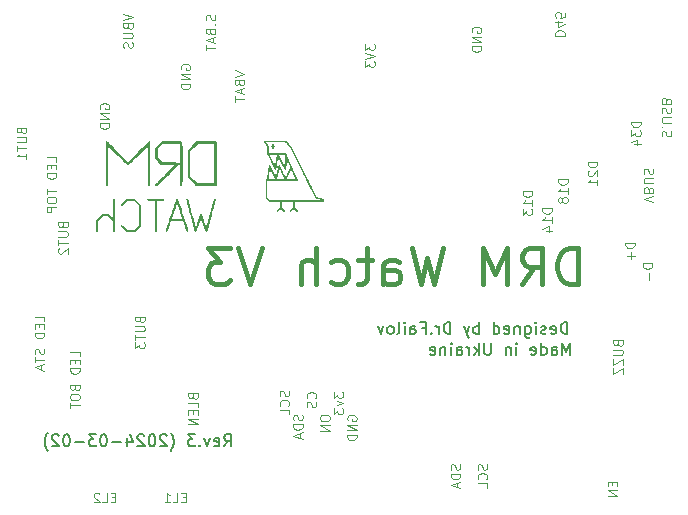
<source format=gbr>
%TF.GenerationSoftware,KiCad,Pcbnew,7.0.9*%
%TF.CreationDate,2024-03-02T15:09:24+02:00*%
%TF.ProjectId,DRM_Watch_V3,44524d5f-5761-4746-9368-5f56332e6b69,rev?*%
%TF.SameCoordinates,Original*%
%TF.FileFunction,Legend,Bot*%
%TF.FilePolarity,Positive*%
%FSLAX46Y46*%
G04 Gerber Fmt 4.6, Leading zero omitted, Abs format (unit mm)*
G04 Created by KiCad (PCBNEW 7.0.9) date 2024-03-02 15:09:24*
%MOMM*%
%LPD*%
G01*
G04 APERTURE LIST*
%ADD10C,0.150000*%
%ADD11C,0.400000*%
%ADD12C,0.100000*%
G04 APERTURE END LIST*
D10*
X118163220Y-72869819D02*
X118163220Y-71869819D01*
X118163220Y-71869819D02*
X117925125Y-71869819D01*
X117925125Y-71869819D02*
X117782268Y-71917438D01*
X117782268Y-71917438D02*
X117687030Y-72012676D01*
X117687030Y-72012676D02*
X117639411Y-72107914D01*
X117639411Y-72107914D02*
X117591792Y-72298390D01*
X117591792Y-72298390D02*
X117591792Y-72441247D01*
X117591792Y-72441247D02*
X117639411Y-72631723D01*
X117639411Y-72631723D02*
X117687030Y-72726961D01*
X117687030Y-72726961D02*
X117782268Y-72822200D01*
X117782268Y-72822200D02*
X117925125Y-72869819D01*
X117925125Y-72869819D02*
X118163220Y-72869819D01*
X116782268Y-72822200D02*
X116877506Y-72869819D01*
X116877506Y-72869819D02*
X117067982Y-72869819D01*
X117067982Y-72869819D02*
X117163220Y-72822200D01*
X117163220Y-72822200D02*
X117210839Y-72726961D01*
X117210839Y-72726961D02*
X117210839Y-72346009D01*
X117210839Y-72346009D02*
X117163220Y-72250771D01*
X117163220Y-72250771D02*
X117067982Y-72203152D01*
X117067982Y-72203152D02*
X116877506Y-72203152D01*
X116877506Y-72203152D02*
X116782268Y-72250771D01*
X116782268Y-72250771D02*
X116734649Y-72346009D01*
X116734649Y-72346009D02*
X116734649Y-72441247D01*
X116734649Y-72441247D02*
X117210839Y-72536485D01*
X116353696Y-72822200D02*
X116258458Y-72869819D01*
X116258458Y-72869819D02*
X116067982Y-72869819D01*
X116067982Y-72869819D02*
X115972744Y-72822200D01*
X115972744Y-72822200D02*
X115925125Y-72726961D01*
X115925125Y-72726961D02*
X115925125Y-72679342D01*
X115925125Y-72679342D02*
X115972744Y-72584104D01*
X115972744Y-72584104D02*
X116067982Y-72536485D01*
X116067982Y-72536485D02*
X116210839Y-72536485D01*
X116210839Y-72536485D02*
X116306077Y-72488866D01*
X116306077Y-72488866D02*
X116353696Y-72393628D01*
X116353696Y-72393628D02*
X116353696Y-72346009D01*
X116353696Y-72346009D02*
X116306077Y-72250771D01*
X116306077Y-72250771D02*
X116210839Y-72203152D01*
X116210839Y-72203152D02*
X116067982Y-72203152D01*
X116067982Y-72203152D02*
X115972744Y-72250771D01*
X115496553Y-72869819D02*
X115496553Y-72203152D01*
X115496553Y-71869819D02*
X115544172Y-71917438D01*
X115544172Y-71917438D02*
X115496553Y-71965057D01*
X115496553Y-71965057D02*
X115448934Y-71917438D01*
X115448934Y-71917438D02*
X115496553Y-71869819D01*
X115496553Y-71869819D02*
X115496553Y-71965057D01*
X114591792Y-72203152D02*
X114591792Y-73012676D01*
X114591792Y-73012676D02*
X114639411Y-73107914D01*
X114639411Y-73107914D02*
X114687030Y-73155533D01*
X114687030Y-73155533D02*
X114782268Y-73203152D01*
X114782268Y-73203152D02*
X114925125Y-73203152D01*
X114925125Y-73203152D02*
X115020363Y-73155533D01*
X114591792Y-72822200D02*
X114687030Y-72869819D01*
X114687030Y-72869819D02*
X114877506Y-72869819D01*
X114877506Y-72869819D02*
X114972744Y-72822200D01*
X114972744Y-72822200D02*
X115020363Y-72774580D01*
X115020363Y-72774580D02*
X115067982Y-72679342D01*
X115067982Y-72679342D02*
X115067982Y-72393628D01*
X115067982Y-72393628D02*
X115020363Y-72298390D01*
X115020363Y-72298390D02*
X114972744Y-72250771D01*
X114972744Y-72250771D02*
X114877506Y-72203152D01*
X114877506Y-72203152D02*
X114687030Y-72203152D01*
X114687030Y-72203152D02*
X114591792Y-72250771D01*
X114115601Y-72203152D02*
X114115601Y-72869819D01*
X114115601Y-72298390D02*
X114067982Y-72250771D01*
X114067982Y-72250771D02*
X113972744Y-72203152D01*
X113972744Y-72203152D02*
X113829887Y-72203152D01*
X113829887Y-72203152D02*
X113734649Y-72250771D01*
X113734649Y-72250771D02*
X113687030Y-72346009D01*
X113687030Y-72346009D02*
X113687030Y-72869819D01*
X112829887Y-72822200D02*
X112925125Y-72869819D01*
X112925125Y-72869819D02*
X113115601Y-72869819D01*
X113115601Y-72869819D02*
X113210839Y-72822200D01*
X113210839Y-72822200D02*
X113258458Y-72726961D01*
X113258458Y-72726961D02*
X113258458Y-72346009D01*
X113258458Y-72346009D02*
X113210839Y-72250771D01*
X113210839Y-72250771D02*
X113115601Y-72203152D01*
X113115601Y-72203152D02*
X112925125Y-72203152D01*
X112925125Y-72203152D02*
X112829887Y-72250771D01*
X112829887Y-72250771D02*
X112782268Y-72346009D01*
X112782268Y-72346009D02*
X112782268Y-72441247D01*
X112782268Y-72441247D02*
X113258458Y-72536485D01*
X111925125Y-72869819D02*
X111925125Y-71869819D01*
X111925125Y-72822200D02*
X112020363Y-72869819D01*
X112020363Y-72869819D02*
X112210839Y-72869819D01*
X112210839Y-72869819D02*
X112306077Y-72822200D01*
X112306077Y-72822200D02*
X112353696Y-72774580D01*
X112353696Y-72774580D02*
X112401315Y-72679342D01*
X112401315Y-72679342D02*
X112401315Y-72393628D01*
X112401315Y-72393628D02*
X112353696Y-72298390D01*
X112353696Y-72298390D02*
X112306077Y-72250771D01*
X112306077Y-72250771D02*
X112210839Y-72203152D01*
X112210839Y-72203152D02*
X112020363Y-72203152D01*
X112020363Y-72203152D02*
X111925125Y-72250771D01*
X110687029Y-72869819D02*
X110687029Y-71869819D01*
X110687029Y-72250771D02*
X110591791Y-72203152D01*
X110591791Y-72203152D02*
X110401315Y-72203152D01*
X110401315Y-72203152D02*
X110306077Y-72250771D01*
X110306077Y-72250771D02*
X110258458Y-72298390D01*
X110258458Y-72298390D02*
X110210839Y-72393628D01*
X110210839Y-72393628D02*
X110210839Y-72679342D01*
X110210839Y-72679342D02*
X110258458Y-72774580D01*
X110258458Y-72774580D02*
X110306077Y-72822200D01*
X110306077Y-72822200D02*
X110401315Y-72869819D01*
X110401315Y-72869819D02*
X110591791Y-72869819D01*
X110591791Y-72869819D02*
X110687029Y-72822200D01*
X109877505Y-72203152D02*
X109639410Y-72869819D01*
X109401315Y-72203152D02*
X109639410Y-72869819D01*
X109639410Y-72869819D02*
X109734648Y-73107914D01*
X109734648Y-73107914D02*
X109782267Y-73155533D01*
X109782267Y-73155533D02*
X109877505Y-73203152D01*
X108258457Y-72869819D02*
X108258457Y-71869819D01*
X108258457Y-71869819D02*
X108020362Y-71869819D01*
X108020362Y-71869819D02*
X107877505Y-71917438D01*
X107877505Y-71917438D02*
X107782267Y-72012676D01*
X107782267Y-72012676D02*
X107734648Y-72107914D01*
X107734648Y-72107914D02*
X107687029Y-72298390D01*
X107687029Y-72298390D02*
X107687029Y-72441247D01*
X107687029Y-72441247D02*
X107734648Y-72631723D01*
X107734648Y-72631723D02*
X107782267Y-72726961D01*
X107782267Y-72726961D02*
X107877505Y-72822200D01*
X107877505Y-72822200D02*
X108020362Y-72869819D01*
X108020362Y-72869819D02*
X108258457Y-72869819D01*
X107258457Y-72869819D02*
X107258457Y-72203152D01*
X107258457Y-72393628D02*
X107210838Y-72298390D01*
X107210838Y-72298390D02*
X107163219Y-72250771D01*
X107163219Y-72250771D02*
X107067981Y-72203152D01*
X107067981Y-72203152D02*
X106972743Y-72203152D01*
X106639409Y-72774580D02*
X106591790Y-72822200D01*
X106591790Y-72822200D02*
X106639409Y-72869819D01*
X106639409Y-72869819D02*
X106687028Y-72822200D01*
X106687028Y-72822200D02*
X106639409Y-72774580D01*
X106639409Y-72774580D02*
X106639409Y-72869819D01*
X105829886Y-72346009D02*
X106163219Y-72346009D01*
X106163219Y-72869819D02*
X106163219Y-71869819D01*
X106163219Y-71869819D02*
X105687029Y-71869819D01*
X104877505Y-72869819D02*
X104877505Y-72346009D01*
X104877505Y-72346009D02*
X104925124Y-72250771D01*
X104925124Y-72250771D02*
X105020362Y-72203152D01*
X105020362Y-72203152D02*
X105210838Y-72203152D01*
X105210838Y-72203152D02*
X105306076Y-72250771D01*
X104877505Y-72822200D02*
X104972743Y-72869819D01*
X104972743Y-72869819D02*
X105210838Y-72869819D01*
X105210838Y-72869819D02*
X105306076Y-72822200D01*
X105306076Y-72822200D02*
X105353695Y-72726961D01*
X105353695Y-72726961D02*
X105353695Y-72631723D01*
X105353695Y-72631723D02*
X105306076Y-72536485D01*
X105306076Y-72536485D02*
X105210838Y-72488866D01*
X105210838Y-72488866D02*
X104972743Y-72488866D01*
X104972743Y-72488866D02*
X104877505Y-72441247D01*
X104401314Y-72869819D02*
X104401314Y-72203152D01*
X104401314Y-71869819D02*
X104448933Y-71917438D01*
X104448933Y-71917438D02*
X104401314Y-71965057D01*
X104401314Y-71965057D02*
X104353695Y-71917438D01*
X104353695Y-71917438D02*
X104401314Y-71869819D01*
X104401314Y-71869819D02*
X104401314Y-71965057D01*
X103782267Y-72869819D02*
X103877505Y-72822200D01*
X103877505Y-72822200D02*
X103925124Y-72726961D01*
X103925124Y-72726961D02*
X103925124Y-71869819D01*
X103258457Y-72869819D02*
X103353695Y-72822200D01*
X103353695Y-72822200D02*
X103401314Y-72774580D01*
X103401314Y-72774580D02*
X103448933Y-72679342D01*
X103448933Y-72679342D02*
X103448933Y-72393628D01*
X103448933Y-72393628D02*
X103401314Y-72298390D01*
X103401314Y-72298390D02*
X103353695Y-72250771D01*
X103353695Y-72250771D02*
X103258457Y-72203152D01*
X103258457Y-72203152D02*
X103115600Y-72203152D01*
X103115600Y-72203152D02*
X103020362Y-72250771D01*
X103020362Y-72250771D02*
X102972743Y-72298390D01*
X102972743Y-72298390D02*
X102925124Y-72393628D01*
X102925124Y-72393628D02*
X102925124Y-72679342D01*
X102925124Y-72679342D02*
X102972743Y-72774580D01*
X102972743Y-72774580D02*
X103020362Y-72822200D01*
X103020362Y-72822200D02*
X103115600Y-72869819D01*
X103115600Y-72869819D02*
X103258457Y-72869819D01*
X102591790Y-72203152D02*
X102353695Y-72869819D01*
X102353695Y-72869819D02*
X102115600Y-72203152D01*
X89091792Y-82369819D02*
X89425125Y-81893628D01*
X89663220Y-82369819D02*
X89663220Y-81369819D01*
X89663220Y-81369819D02*
X89282268Y-81369819D01*
X89282268Y-81369819D02*
X89187030Y-81417438D01*
X89187030Y-81417438D02*
X89139411Y-81465057D01*
X89139411Y-81465057D02*
X89091792Y-81560295D01*
X89091792Y-81560295D02*
X89091792Y-81703152D01*
X89091792Y-81703152D02*
X89139411Y-81798390D01*
X89139411Y-81798390D02*
X89187030Y-81846009D01*
X89187030Y-81846009D02*
X89282268Y-81893628D01*
X89282268Y-81893628D02*
X89663220Y-81893628D01*
X88282268Y-82322200D02*
X88377506Y-82369819D01*
X88377506Y-82369819D02*
X88567982Y-82369819D01*
X88567982Y-82369819D02*
X88663220Y-82322200D01*
X88663220Y-82322200D02*
X88710839Y-82226961D01*
X88710839Y-82226961D02*
X88710839Y-81846009D01*
X88710839Y-81846009D02*
X88663220Y-81750771D01*
X88663220Y-81750771D02*
X88567982Y-81703152D01*
X88567982Y-81703152D02*
X88377506Y-81703152D01*
X88377506Y-81703152D02*
X88282268Y-81750771D01*
X88282268Y-81750771D02*
X88234649Y-81846009D01*
X88234649Y-81846009D02*
X88234649Y-81941247D01*
X88234649Y-81941247D02*
X88710839Y-82036485D01*
X87901315Y-81703152D02*
X87663220Y-82369819D01*
X87663220Y-82369819D02*
X87425125Y-81703152D01*
X87044172Y-82274580D02*
X86996553Y-82322200D01*
X86996553Y-82322200D02*
X87044172Y-82369819D01*
X87044172Y-82369819D02*
X87091791Y-82322200D01*
X87091791Y-82322200D02*
X87044172Y-82274580D01*
X87044172Y-82274580D02*
X87044172Y-82369819D01*
X86663220Y-81369819D02*
X86044173Y-81369819D01*
X86044173Y-81369819D02*
X86377506Y-81750771D01*
X86377506Y-81750771D02*
X86234649Y-81750771D01*
X86234649Y-81750771D02*
X86139411Y-81798390D01*
X86139411Y-81798390D02*
X86091792Y-81846009D01*
X86091792Y-81846009D02*
X86044173Y-81941247D01*
X86044173Y-81941247D02*
X86044173Y-82179342D01*
X86044173Y-82179342D02*
X86091792Y-82274580D01*
X86091792Y-82274580D02*
X86139411Y-82322200D01*
X86139411Y-82322200D02*
X86234649Y-82369819D01*
X86234649Y-82369819D02*
X86520363Y-82369819D01*
X86520363Y-82369819D02*
X86615601Y-82322200D01*
X86615601Y-82322200D02*
X86663220Y-82274580D01*
X84567982Y-82750771D02*
X84615601Y-82703152D01*
X84615601Y-82703152D02*
X84710839Y-82560295D01*
X84710839Y-82560295D02*
X84758458Y-82465057D01*
X84758458Y-82465057D02*
X84806077Y-82322200D01*
X84806077Y-82322200D02*
X84853696Y-82084104D01*
X84853696Y-82084104D02*
X84853696Y-81893628D01*
X84853696Y-81893628D02*
X84806077Y-81655533D01*
X84806077Y-81655533D02*
X84758458Y-81512676D01*
X84758458Y-81512676D02*
X84710839Y-81417438D01*
X84710839Y-81417438D02*
X84615601Y-81274580D01*
X84615601Y-81274580D02*
X84567982Y-81226961D01*
X84234648Y-81465057D02*
X84187029Y-81417438D01*
X84187029Y-81417438D02*
X84091791Y-81369819D01*
X84091791Y-81369819D02*
X83853696Y-81369819D01*
X83853696Y-81369819D02*
X83758458Y-81417438D01*
X83758458Y-81417438D02*
X83710839Y-81465057D01*
X83710839Y-81465057D02*
X83663220Y-81560295D01*
X83663220Y-81560295D02*
X83663220Y-81655533D01*
X83663220Y-81655533D02*
X83710839Y-81798390D01*
X83710839Y-81798390D02*
X84282267Y-82369819D01*
X84282267Y-82369819D02*
X83663220Y-82369819D01*
X83044172Y-81369819D02*
X82948934Y-81369819D01*
X82948934Y-81369819D02*
X82853696Y-81417438D01*
X82853696Y-81417438D02*
X82806077Y-81465057D01*
X82806077Y-81465057D02*
X82758458Y-81560295D01*
X82758458Y-81560295D02*
X82710839Y-81750771D01*
X82710839Y-81750771D02*
X82710839Y-81988866D01*
X82710839Y-81988866D02*
X82758458Y-82179342D01*
X82758458Y-82179342D02*
X82806077Y-82274580D01*
X82806077Y-82274580D02*
X82853696Y-82322200D01*
X82853696Y-82322200D02*
X82948934Y-82369819D01*
X82948934Y-82369819D02*
X83044172Y-82369819D01*
X83044172Y-82369819D02*
X83139410Y-82322200D01*
X83139410Y-82322200D02*
X83187029Y-82274580D01*
X83187029Y-82274580D02*
X83234648Y-82179342D01*
X83234648Y-82179342D02*
X83282267Y-81988866D01*
X83282267Y-81988866D02*
X83282267Y-81750771D01*
X83282267Y-81750771D02*
X83234648Y-81560295D01*
X83234648Y-81560295D02*
X83187029Y-81465057D01*
X83187029Y-81465057D02*
X83139410Y-81417438D01*
X83139410Y-81417438D02*
X83044172Y-81369819D01*
X82329886Y-81465057D02*
X82282267Y-81417438D01*
X82282267Y-81417438D02*
X82187029Y-81369819D01*
X82187029Y-81369819D02*
X81948934Y-81369819D01*
X81948934Y-81369819D02*
X81853696Y-81417438D01*
X81853696Y-81417438D02*
X81806077Y-81465057D01*
X81806077Y-81465057D02*
X81758458Y-81560295D01*
X81758458Y-81560295D02*
X81758458Y-81655533D01*
X81758458Y-81655533D02*
X81806077Y-81798390D01*
X81806077Y-81798390D02*
X82377505Y-82369819D01*
X82377505Y-82369819D02*
X81758458Y-82369819D01*
X80901315Y-81703152D02*
X80901315Y-82369819D01*
X81139410Y-81322200D02*
X81377505Y-82036485D01*
X81377505Y-82036485D02*
X80758458Y-82036485D01*
X80377505Y-81988866D02*
X79615601Y-81988866D01*
X78948934Y-81369819D02*
X78853696Y-81369819D01*
X78853696Y-81369819D02*
X78758458Y-81417438D01*
X78758458Y-81417438D02*
X78710839Y-81465057D01*
X78710839Y-81465057D02*
X78663220Y-81560295D01*
X78663220Y-81560295D02*
X78615601Y-81750771D01*
X78615601Y-81750771D02*
X78615601Y-81988866D01*
X78615601Y-81988866D02*
X78663220Y-82179342D01*
X78663220Y-82179342D02*
X78710839Y-82274580D01*
X78710839Y-82274580D02*
X78758458Y-82322200D01*
X78758458Y-82322200D02*
X78853696Y-82369819D01*
X78853696Y-82369819D02*
X78948934Y-82369819D01*
X78948934Y-82369819D02*
X79044172Y-82322200D01*
X79044172Y-82322200D02*
X79091791Y-82274580D01*
X79091791Y-82274580D02*
X79139410Y-82179342D01*
X79139410Y-82179342D02*
X79187029Y-81988866D01*
X79187029Y-81988866D02*
X79187029Y-81750771D01*
X79187029Y-81750771D02*
X79139410Y-81560295D01*
X79139410Y-81560295D02*
X79091791Y-81465057D01*
X79091791Y-81465057D02*
X79044172Y-81417438D01*
X79044172Y-81417438D02*
X78948934Y-81369819D01*
X78282267Y-81369819D02*
X77663220Y-81369819D01*
X77663220Y-81369819D02*
X77996553Y-81750771D01*
X77996553Y-81750771D02*
X77853696Y-81750771D01*
X77853696Y-81750771D02*
X77758458Y-81798390D01*
X77758458Y-81798390D02*
X77710839Y-81846009D01*
X77710839Y-81846009D02*
X77663220Y-81941247D01*
X77663220Y-81941247D02*
X77663220Y-82179342D01*
X77663220Y-82179342D02*
X77710839Y-82274580D01*
X77710839Y-82274580D02*
X77758458Y-82322200D01*
X77758458Y-82322200D02*
X77853696Y-82369819D01*
X77853696Y-82369819D02*
X78139410Y-82369819D01*
X78139410Y-82369819D02*
X78234648Y-82322200D01*
X78234648Y-82322200D02*
X78282267Y-82274580D01*
X77234648Y-81988866D02*
X76472744Y-81988866D01*
X75806077Y-81369819D02*
X75710839Y-81369819D01*
X75710839Y-81369819D02*
X75615601Y-81417438D01*
X75615601Y-81417438D02*
X75567982Y-81465057D01*
X75567982Y-81465057D02*
X75520363Y-81560295D01*
X75520363Y-81560295D02*
X75472744Y-81750771D01*
X75472744Y-81750771D02*
X75472744Y-81988866D01*
X75472744Y-81988866D02*
X75520363Y-82179342D01*
X75520363Y-82179342D02*
X75567982Y-82274580D01*
X75567982Y-82274580D02*
X75615601Y-82322200D01*
X75615601Y-82322200D02*
X75710839Y-82369819D01*
X75710839Y-82369819D02*
X75806077Y-82369819D01*
X75806077Y-82369819D02*
X75901315Y-82322200D01*
X75901315Y-82322200D02*
X75948934Y-82274580D01*
X75948934Y-82274580D02*
X75996553Y-82179342D01*
X75996553Y-82179342D02*
X76044172Y-81988866D01*
X76044172Y-81988866D02*
X76044172Y-81750771D01*
X76044172Y-81750771D02*
X75996553Y-81560295D01*
X75996553Y-81560295D02*
X75948934Y-81465057D01*
X75948934Y-81465057D02*
X75901315Y-81417438D01*
X75901315Y-81417438D02*
X75806077Y-81369819D01*
X75091791Y-81465057D02*
X75044172Y-81417438D01*
X75044172Y-81417438D02*
X74948934Y-81369819D01*
X74948934Y-81369819D02*
X74710839Y-81369819D01*
X74710839Y-81369819D02*
X74615601Y-81417438D01*
X74615601Y-81417438D02*
X74567982Y-81465057D01*
X74567982Y-81465057D02*
X74520363Y-81560295D01*
X74520363Y-81560295D02*
X74520363Y-81655533D01*
X74520363Y-81655533D02*
X74567982Y-81798390D01*
X74567982Y-81798390D02*
X75139410Y-82369819D01*
X75139410Y-82369819D02*
X74520363Y-82369819D01*
X74187029Y-82750771D02*
X74139410Y-82703152D01*
X74139410Y-82703152D02*
X74044172Y-82560295D01*
X74044172Y-82560295D02*
X73996553Y-82465057D01*
X73996553Y-82465057D02*
X73948934Y-82322200D01*
X73948934Y-82322200D02*
X73901315Y-82084104D01*
X73901315Y-82084104D02*
X73901315Y-81893628D01*
X73901315Y-81893628D02*
X73948934Y-81655533D01*
X73948934Y-81655533D02*
X73996553Y-81512676D01*
X73996553Y-81512676D02*
X74044172Y-81417438D01*
X74044172Y-81417438D02*
X74139410Y-81274580D01*
X74139410Y-81274580D02*
X74187029Y-81226961D01*
D11*
X119022557Y-68612057D02*
X119022557Y-65612057D01*
X119022557Y-65612057D02*
X118308271Y-65612057D01*
X118308271Y-65612057D02*
X117879700Y-65754914D01*
X117879700Y-65754914D02*
X117593985Y-66040628D01*
X117593985Y-66040628D02*
X117451128Y-66326342D01*
X117451128Y-66326342D02*
X117308271Y-66897771D01*
X117308271Y-66897771D02*
X117308271Y-67326342D01*
X117308271Y-67326342D02*
X117451128Y-67897771D01*
X117451128Y-67897771D02*
X117593985Y-68183485D01*
X117593985Y-68183485D02*
X117879700Y-68469200D01*
X117879700Y-68469200D02*
X118308271Y-68612057D01*
X118308271Y-68612057D02*
X119022557Y-68612057D01*
X114308271Y-68612057D02*
X115308271Y-67183485D01*
X116022557Y-68612057D02*
X116022557Y-65612057D01*
X116022557Y-65612057D02*
X114879700Y-65612057D01*
X114879700Y-65612057D02*
X114593985Y-65754914D01*
X114593985Y-65754914D02*
X114451128Y-65897771D01*
X114451128Y-65897771D02*
X114308271Y-66183485D01*
X114308271Y-66183485D02*
X114308271Y-66612057D01*
X114308271Y-66612057D02*
X114451128Y-66897771D01*
X114451128Y-66897771D02*
X114593985Y-67040628D01*
X114593985Y-67040628D02*
X114879700Y-67183485D01*
X114879700Y-67183485D02*
X116022557Y-67183485D01*
X113022557Y-68612057D02*
X113022557Y-65612057D01*
X113022557Y-65612057D02*
X112022557Y-67754914D01*
X112022557Y-67754914D02*
X111022557Y-65612057D01*
X111022557Y-65612057D02*
X111022557Y-68612057D01*
X107593986Y-65612057D02*
X106879700Y-68612057D01*
X106879700Y-68612057D02*
X106308272Y-66469200D01*
X106308272Y-66469200D02*
X105736843Y-68612057D01*
X105736843Y-68612057D02*
X105022558Y-65612057D01*
X102593987Y-68612057D02*
X102593987Y-67040628D01*
X102593987Y-67040628D02*
X102736844Y-66754914D01*
X102736844Y-66754914D02*
X103022558Y-66612057D01*
X103022558Y-66612057D02*
X103593987Y-66612057D01*
X103593987Y-66612057D02*
X103879701Y-66754914D01*
X102593987Y-68469200D02*
X102879701Y-68612057D01*
X102879701Y-68612057D02*
X103593987Y-68612057D01*
X103593987Y-68612057D02*
X103879701Y-68469200D01*
X103879701Y-68469200D02*
X104022558Y-68183485D01*
X104022558Y-68183485D02*
X104022558Y-67897771D01*
X104022558Y-67897771D02*
X103879701Y-67612057D01*
X103879701Y-67612057D02*
X103593987Y-67469200D01*
X103593987Y-67469200D02*
X102879701Y-67469200D01*
X102879701Y-67469200D02*
X102593987Y-67326342D01*
X101593986Y-66612057D02*
X100451129Y-66612057D01*
X101165415Y-65612057D02*
X101165415Y-68183485D01*
X101165415Y-68183485D02*
X101022558Y-68469200D01*
X101022558Y-68469200D02*
X100736843Y-68612057D01*
X100736843Y-68612057D02*
X100451129Y-68612057D01*
X98165415Y-68469200D02*
X98451129Y-68612057D01*
X98451129Y-68612057D02*
X99022557Y-68612057D01*
X99022557Y-68612057D02*
X99308272Y-68469200D01*
X99308272Y-68469200D02*
X99451129Y-68326342D01*
X99451129Y-68326342D02*
X99593986Y-68040628D01*
X99593986Y-68040628D02*
X99593986Y-67183485D01*
X99593986Y-67183485D02*
X99451129Y-66897771D01*
X99451129Y-66897771D02*
X99308272Y-66754914D01*
X99308272Y-66754914D02*
X99022557Y-66612057D01*
X99022557Y-66612057D02*
X98451129Y-66612057D01*
X98451129Y-66612057D02*
X98165415Y-66754914D01*
X96879700Y-68612057D02*
X96879700Y-65612057D01*
X95593986Y-68612057D02*
X95593986Y-67040628D01*
X95593986Y-67040628D02*
X95736843Y-66754914D01*
X95736843Y-66754914D02*
X96022557Y-66612057D01*
X96022557Y-66612057D02*
X96451128Y-66612057D01*
X96451128Y-66612057D02*
X96736843Y-66754914D01*
X96736843Y-66754914D02*
X96879700Y-66897771D01*
X92308271Y-65612057D02*
X91308271Y-68612057D01*
X91308271Y-68612057D02*
X90308271Y-65612057D01*
X89593985Y-65612057D02*
X87736842Y-65612057D01*
X87736842Y-65612057D02*
X88736842Y-66754914D01*
X88736842Y-66754914D02*
X88308271Y-66754914D01*
X88308271Y-66754914D02*
X88022557Y-66897771D01*
X88022557Y-66897771D02*
X87879699Y-67040628D01*
X87879699Y-67040628D02*
X87736842Y-67326342D01*
X87736842Y-67326342D02*
X87736842Y-68040628D01*
X87736842Y-68040628D02*
X87879699Y-68326342D01*
X87879699Y-68326342D02*
X88022557Y-68469200D01*
X88022557Y-68469200D02*
X88308271Y-68612057D01*
X88308271Y-68612057D02*
X89165414Y-68612057D01*
X89165414Y-68612057D02*
X89451128Y-68469200D01*
X89451128Y-68469200D02*
X89593985Y-68326342D01*
D10*
X118417220Y-74647819D02*
X118417220Y-73647819D01*
X118417220Y-73647819D02*
X118083887Y-74362104D01*
X118083887Y-74362104D02*
X117750554Y-73647819D01*
X117750554Y-73647819D02*
X117750554Y-74647819D01*
X116845792Y-74647819D02*
X116845792Y-74124009D01*
X116845792Y-74124009D02*
X116893411Y-74028771D01*
X116893411Y-74028771D02*
X116988649Y-73981152D01*
X116988649Y-73981152D02*
X117179125Y-73981152D01*
X117179125Y-73981152D02*
X117274363Y-74028771D01*
X116845792Y-74600200D02*
X116941030Y-74647819D01*
X116941030Y-74647819D02*
X117179125Y-74647819D01*
X117179125Y-74647819D02*
X117274363Y-74600200D01*
X117274363Y-74600200D02*
X117321982Y-74504961D01*
X117321982Y-74504961D02*
X117321982Y-74409723D01*
X117321982Y-74409723D02*
X117274363Y-74314485D01*
X117274363Y-74314485D02*
X117179125Y-74266866D01*
X117179125Y-74266866D02*
X116941030Y-74266866D01*
X116941030Y-74266866D02*
X116845792Y-74219247D01*
X115941030Y-74647819D02*
X115941030Y-73647819D01*
X115941030Y-74600200D02*
X116036268Y-74647819D01*
X116036268Y-74647819D02*
X116226744Y-74647819D01*
X116226744Y-74647819D02*
X116321982Y-74600200D01*
X116321982Y-74600200D02*
X116369601Y-74552580D01*
X116369601Y-74552580D02*
X116417220Y-74457342D01*
X116417220Y-74457342D02*
X116417220Y-74171628D01*
X116417220Y-74171628D02*
X116369601Y-74076390D01*
X116369601Y-74076390D02*
X116321982Y-74028771D01*
X116321982Y-74028771D02*
X116226744Y-73981152D01*
X116226744Y-73981152D02*
X116036268Y-73981152D01*
X116036268Y-73981152D02*
X115941030Y-74028771D01*
X115083887Y-74600200D02*
X115179125Y-74647819D01*
X115179125Y-74647819D02*
X115369601Y-74647819D01*
X115369601Y-74647819D02*
X115464839Y-74600200D01*
X115464839Y-74600200D02*
X115512458Y-74504961D01*
X115512458Y-74504961D02*
X115512458Y-74124009D01*
X115512458Y-74124009D02*
X115464839Y-74028771D01*
X115464839Y-74028771D02*
X115369601Y-73981152D01*
X115369601Y-73981152D02*
X115179125Y-73981152D01*
X115179125Y-73981152D02*
X115083887Y-74028771D01*
X115083887Y-74028771D02*
X115036268Y-74124009D01*
X115036268Y-74124009D02*
X115036268Y-74219247D01*
X115036268Y-74219247D02*
X115512458Y-74314485D01*
X113845791Y-74647819D02*
X113845791Y-73981152D01*
X113845791Y-73647819D02*
X113893410Y-73695438D01*
X113893410Y-73695438D02*
X113845791Y-73743057D01*
X113845791Y-73743057D02*
X113798172Y-73695438D01*
X113798172Y-73695438D02*
X113845791Y-73647819D01*
X113845791Y-73647819D02*
X113845791Y-73743057D01*
X113369601Y-73981152D02*
X113369601Y-74647819D01*
X113369601Y-74076390D02*
X113321982Y-74028771D01*
X113321982Y-74028771D02*
X113226744Y-73981152D01*
X113226744Y-73981152D02*
X113083887Y-73981152D01*
X113083887Y-73981152D02*
X112988649Y-74028771D01*
X112988649Y-74028771D02*
X112941030Y-74124009D01*
X112941030Y-74124009D02*
X112941030Y-74647819D01*
X111702934Y-73647819D02*
X111702934Y-74457342D01*
X111702934Y-74457342D02*
X111655315Y-74552580D01*
X111655315Y-74552580D02*
X111607696Y-74600200D01*
X111607696Y-74600200D02*
X111512458Y-74647819D01*
X111512458Y-74647819D02*
X111321982Y-74647819D01*
X111321982Y-74647819D02*
X111226744Y-74600200D01*
X111226744Y-74600200D02*
X111179125Y-74552580D01*
X111179125Y-74552580D02*
X111131506Y-74457342D01*
X111131506Y-74457342D02*
X111131506Y-73647819D01*
X110655315Y-74647819D02*
X110655315Y-73647819D01*
X110560077Y-74266866D02*
X110274363Y-74647819D01*
X110274363Y-73981152D02*
X110655315Y-74362104D01*
X109845791Y-74647819D02*
X109845791Y-73981152D01*
X109845791Y-74171628D02*
X109798172Y-74076390D01*
X109798172Y-74076390D02*
X109750553Y-74028771D01*
X109750553Y-74028771D02*
X109655315Y-73981152D01*
X109655315Y-73981152D02*
X109560077Y-73981152D01*
X108798172Y-74647819D02*
X108798172Y-74124009D01*
X108798172Y-74124009D02*
X108845791Y-74028771D01*
X108845791Y-74028771D02*
X108941029Y-73981152D01*
X108941029Y-73981152D02*
X109131505Y-73981152D01*
X109131505Y-73981152D02*
X109226743Y-74028771D01*
X108798172Y-74600200D02*
X108893410Y-74647819D01*
X108893410Y-74647819D02*
X109131505Y-74647819D01*
X109131505Y-74647819D02*
X109226743Y-74600200D01*
X109226743Y-74600200D02*
X109274362Y-74504961D01*
X109274362Y-74504961D02*
X109274362Y-74409723D01*
X109274362Y-74409723D02*
X109226743Y-74314485D01*
X109226743Y-74314485D02*
X109131505Y-74266866D01*
X109131505Y-74266866D02*
X108893410Y-74266866D01*
X108893410Y-74266866D02*
X108798172Y-74219247D01*
X108321981Y-74647819D02*
X108321981Y-73981152D01*
X108321981Y-73647819D02*
X108369600Y-73695438D01*
X108369600Y-73695438D02*
X108321981Y-73743057D01*
X108321981Y-73743057D02*
X108274362Y-73695438D01*
X108274362Y-73695438D02*
X108321981Y-73647819D01*
X108321981Y-73647819D02*
X108321981Y-73743057D01*
X107845791Y-73981152D02*
X107845791Y-74647819D01*
X107845791Y-74076390D02*
X107798172Y-74028771D01*
X107798172Y-74028771D02*
X107702934Y-73981152D01*
X107702934Y-73981152D02*
X107560077Y-73981152D01*
X107560077Y-73981152D02*
X107464839Y-74028771D01*
X107464839Y-74028771D02*
X107417220Y-74124009D01*
X107417220Y-74124009D02*
X107417220Y-74647819D01*
X106560077Y-74600200D02*
X106655315Y-74647819D01*
X106655315Y-74647819D02*
X106845791Y-74647819D01*
X106845791Y-74647819D02*
X106941029Y-74600200D01*
X106941029Y-74600200D02*
X106988648Y-74504961D01*
X106988648Y-74504961D02*
X106988648Y-74124009D01*
X106988648Y-74124009D02*
X106941029Y-74028771D01*
X106941029Y-74028771D02*
X106845791Y-73981152D01*
X106845791Y-73981152D02*
X106655315Y-73981152D01*
X106655315Y-73981152D02*
X106560077Y-74028771D01*
X106560077Y-74028771D02*
X106512458Y-74124009D01*
X106512458Y-74124009D02*
X106512458Y-74219247D01*
X106512458Y-74219247D02*
X106988648Y-74314485D01*
D12*
X96808704Y-78310408D02*
X96846800Y-78272312D01*
X96846800Y-78272312D02*
X96884895Y-78158027D01*
X96884895Y-78158027D02*
X96884895Y-78081836D01*
X96884895Y-78081836D02*
X96846800Y-77967550D01*
X96846800Y-77967550D02*
X96770609Y-77891360D01*
X96770609Y-77891360D02*
X96694419Y-77853265D01*
X96694419Y-77853265D02*
X96542038Y-77815169D01*
X96542038Y-77815169D02*
X96427752Y-77815169D01*
X96427752Y-77815169D02*
X96275371Y-77853265D01*
X96275371Y-77853265D02*
X96199180Y-77891360D01*
X96199180Y-77891360D02*
X96122990Y-77967550D01*
X96122990Y-77967550D02*
X96084895Y-78081836D01*
X96084895Y-78081836D02*
X96084895Y-78158027D01*
X96084895Y-78158027D02*
X96122990Y-78272312D01*
X96122990Y-78272312D02*
X96161085Y-78310408D01*
X96846800Y-78615169D02*
X96884895Y-78729455D01*
X96884895Y-78729455D02*
X96884895Y-78919931D01*
X96884895Y-78919931D02*
X96846800Y-78996122D01*
X96846800Y-78996122D02*
X96808704Y-79034217D01*
X96808704Y-79034217D02*
X96732514Y-79072312D01*
X96732514Y-79072312D02*
X96656323Y-79072312D01*
X96656323Y-79072312D02*
X96580133Y-79034217D01*
X96580133Y-79034217D02*
X96542038Y-78996122D01*
X96542038Y-78996122D02*
X96503942Y-78919931D01*
X96503942Y-78919931D02*
X96465847Y-78767550D01*
X96465847Y-78767550D02*
X96427752Y-78691360D01*
X96427752Y-78691360D02*
X96389657Y-78653265D01*
X96389657Y-78653265D02*
X96313466Y-78615169D01*
X96313466Y-78615169D02*
X96237276Y-78615169D01*
X96237276Y-78615169D02*
X96161085Y-78653265D01*
X96161085Y-78653265D02*
X96122990Y-78691360D01*
X96122990Y-78691360D02*
X96084895Y-78767550D01*
X96084895Y-78767550D02*
X96084895Y-78958027D01*
X96084895Y-78958027D02*
X96122990Y-79072312D01*
X86445847Y-78157931D02*
X86483942Y-78272217D01*
X86483942Y-78272217D02*
X86522038Y-78310312D01*
X86522038Y-78310312D02*
X86598228Y-78348408D01*
X86598228Y-78348408D02*
X86712514Y-78348408D01*
X86712514Y-78348408D02*
X86788704Y-78310312D01*
X86788704Y-78310312D02*
X86826800Y-78272217D01*
X86826800Y-78272217D02*
X86864895Y-78196027D01*
X86864895Y-78196027D02*
X86864895Y-77891265D01*
X86864895Y-77891265D02*
X86064895Y-77891265D01*
X86064895Y-77891265D02*
X86064895Y-78157931D01*
X86064895Y-78157931D02*
X86102990Y-78234122D01*
X86102990Y-78234122D02*
X86141085Y-78272217D01*
X86141085Y-78272217D02*
X86217276Y-78310312D01*
X86217276Y-78310312D02*
X86293466Y-78310312D01*
X86293466Y-78310312D02*
X86369657Y-78272217D01*
X86369657Y-78272217D02*
X86407752Y-78234122D01*
X86407752Y-78234122D02*
X86445847Y-78157931D01*
X86445847Y-78157931D02*
X86445847Y-77891265D01*
X86864895Y-79072217D02*
X86864895Y-78691265D01*
X86864895Y-78691265D02*
X86064895Y-78691265D01*
X86445847Y-79338884D02*
X86445847Y-79605550D01*
X86864895Y-79719836D02*
X86864895Y-79338884D01*
X86864895Y-79338884D02*
X86064895Y-79338884D01*
X86064895Y-79338884D02*
X86064895Y-79719836D01*
X86864895Y-80062694D02*
X86064895Y-80062694D01*
X86064895Y-80062694D02*
X86864895Y-80519837D01*
X86864895Y-80519837D02*
X86064895Y-80519837D01*
X85454990Y-50459312D02*
X85416895Y-50383122D01*
X85416895Y-50383122D02*
X85416895Y-50268836D01*
X85416895Y-50268836D02*
X85454990Y-50154550D01*
X85454990Y-50154550D02*
X85531180Y-50078360D01*
X85531180Y-50078360D02*
X85607371Y-50040265D01*
X85607371Y-50040265D02*
X85759752Y-50002169D01*
X85759752Y-50002169D02*
X85874038Y-50002169D01*
X85874038Y-50002169D02*
X86026419Y-50040265D01*
X86026419Y-50040265D02*
X86102609Y-50078360D01*
X86102609Y-50078360D02*
X86178800Y-50154550D01*
X86178800Y-50154550D02*
X86216895Y-50268836D01*
X86216895Y-50268836D02*
X86216895Y-50345027D01*
X86216895Y-50345027D02*
X86178800Y-50459312D01*
X86178800Y-50459312D02*
X86140704Y-50497408D01*
X86140704Y-50497408D02*
X85874038Y-50497408D01*
X85874038Y-50497408D02*
X85874038Y-50345027D01*
X86216895Y-50840265D02*
X85416895Y-50840265D01*
X85416895Y-50840265D02*
X86216895Y-51297408D01*
X86216895Y-51297408D02*
X85416895Y-51297408D01*
X86216895Y-51678360D02*
X85416895Y-51678360D01*
X85416895Y-51678360D02*
X85416895Y-51868836D01*
X85416895Y-51868836D02*
X85454990Y-51983122D01*
X85454990Y-51983122D02*
X85531180Y-52059312D01*
X85531180Y-52059312D02*
X85607371Y-52097407D01*
X85607371Y-52097407D02*
X85759752Y-52135503D01*
X85759752Y-52135503D02*
X85874038Y-52135503D01*
X85874038Y-52135503D02*
X86026419Y-52097407D01*
X86026419Y-52097407D02*
X86102609Y-52059312D01*
X86102609Y-52059312D02*
X86178800Y-51983122D01*
X86178800Y-51983122D02*
X86216895Y-51868836D01*
X86216895Y-51868836D02*
X86216895Y-51678360D01*
X123864895Y-65153265D02*
X123064895Y-65153265D01*
X123064895Y-65153265D02*
X123064895Y-65343741D01*
X123064895Y-65343741D02*
X123102990Y-65458027D01*
X123102990Y-65458027D02*
X123179180Y-65534217D01*
X123179180Y-65534217D02*
X123255371Y-65572312D01*
X123255371Y-65572312D02*
X123407752Y-65610408D01*
X123407752Y-65610408D02*
X123522038Y-65610408D01*
X123522038Y-65610408D02*
X123674419Y-65572312D01*
X123674419Y-65572312D02*
X123750609Y-65534217D01*
X123750609Y-65534217D02*
X123826800Y-65458027D01*
X123826800Y-65458027D02*
X123864895Y-65343741D01*
X123864895Y-65343741D02*
X123864895Y-65153265D01*
X123560133Y-65953265D02*
X123560133Y-66562789D01*
X123864895Y-66258027D02*
X123255371Y-66258027D01*
X124364895Y-54891265D02*
X123564895Y-54891265D01*
X123564895Y-54891265D02*
X123564895Y-55081741D01*
X123564895Y-55081741D02*
X123602990Y-55196027D01*
X123602990Y-55196027D02*
X123679180Y-55272217D01*
X123679180Y-55272217D02*
X123755371Y-55310312D01*
X123755371Y-55310312D02*
X123907752Y-55348408D01*
X123907752Y-55348408D02*
X124022038Y-55348408D01*
X124022038Y-55348408D02*
X124174419Y-55310312D01*
X124174419Y-55310312D02*
X124250609Y-55272217D01*
X124250609Y-55272217D02*
X124326800Y-55196027D01*
X124326800Y-55196027D02*
X124364895Y-55081741D01*
X124364895Y-55081741D02*
X124364895Y-54891265D01*
X123564895Y-55615074D02*
X123564895Y-56110312D01*
X123564895Y-56110312D02*
X123869657Y-55843646D01*
X123869657Y-55843646D02*
X123869657Y-55957931D01*
X123869657Y-55957931D02*
X123907752Y-56034122D01*
X123907752Y-56034122D02*
X123945847Y-56072217D01*
X123945847Y-56072217D02*
X124022038Y-56110312D01*
X124022038Y-56110312D02*
X124212514Y-56110312D01*
X124212514Y-56110312D02*
X124288704Y-56072217D01*
X124288704Y-56072217D02*
X124326800Y-56034122D01*
X124326800Y-56034122D02*
X124364895Y-55957931D01*
X124364895Y-55957931D02*
X124364895Y-55729360D01*
X124364895Y-55729360D02*
X124326800Y-55653169D01*
X124326800Y-55653169D02*
X124288704Y-55615074D01*
X123831561Y-56796027D02*
X124364895Y-56796027D01*
X123526800Y-56605551D02*
X124098228Y-56415074D01*
X124098228Y-56415074D02*
X124098228Y-56910313D01*
X81945847Y-71657931D02*
X81983942Y-71772217D01*
X81983942Y-71772217D02*
X82022038Y-71810312D01*
X82022038Y-71810312D02*
X82098228Y-71848408D01*
X82098228Y-71848408D02*
X82212514Y-71848408D01*
X82212514Y-71848408D02*
X82288704Y-71810312D01*
X82288704Y-71810312D02*
X82326800Y-71772217D01*
X82326800Y-71772217D02*
X82364895Y-71696027D01*
X82364895Y-71696027D02*
X82364895Y-71391265D01*
X82364895Y-71391265D02*
X81564895Y-71391265D01*
X81564895Y-71391265D02*
X81564895Y-71657931D01*
X81564895Y-71657931D02*
X81602990Y-71734122D01*
X81602990Y-71734122D02*
X81641085Y-71772217D01*
X81641085Y-71772217D02*
X81717276Y-71810312D01*
X81717276Y-71810312D02*
X81793466Y-71810312D01*
X81793466Y-71810312D02*
X81869657Y-71772217D01*
X81869657Y-71772217D02*
X81907752Y-71734122D01*
X81907752Y-71734122D02*
X81945847Y-71657931D01*
X81945847Y-71657931D02*
X81945847Y-71391265D01*
X81564895Y-72191265D02*
X82212514Y-72191265D01*
X82212514Y-72191265D02*
X82288704Y-72229360D01*
X82288704Y-72229360D02*
X82326800Y-72267455D01*
X82326800Y-72267455D02*
X82364895Y-72343646D01*
X82364895Y-72343646D02*
X82364895Y-72496027D01*
X82364895Y-72496027D02*
X82326800Y-72572217D01*
X82326800Y-72572217D02*
X82288704Y-72610312D01*
X82288704Y-72610312D02*
X82212514Y-72648408D01*
X82212514Y-72648408D02*
X81564895Y-72648408D01*
X81564895Y-72915074D02*
X81564895Y-73372217D01*
X82364895Y-73143645D02*
X81564895Y-73143645D01*
X81564895Y-73562693D02*
X81564895Y-74057931D01*
X81564895Y-74057931D02*
X81869657Y-73791265D01*
X81869657Y-73791265D02*
X81869657Y-73905550D01*
X81869657Y-73905550D02*
X81907752Y-73981741D01*
X81907752Y-73981741D02*
X81945847Y-74019836D01*
X81945847Y-74019836D02*
X82022038Y-74057931D01*
X82022038Y-74057931D02*
X82212514Y-74057931D01*
X82212514Y-74057931D02*
X82288704Y-74019836D01*
X82288704Y-74019836D02*
X82326800Y-73981741D01*
X82326800Y-73981741D02*
X82364895Y-73905550D01*
X82364895Y-73905550D02*
X82364895Y-73676979D01*
X82364895Y-73676979D02*
X82326800Y-73600788D01*
X82326800Y-73600788D02*
X82288704Y-73562693D01*
X97227895Y-79910646D02*
X97227895Y-80063027D01*
X97227895Y-80063027D02*
X97265990Y-80139217D01*
X97265990Y-80139217D02*
X97342180Y-80215408D01*
X97342180Y-80215408D02*
X97494561Y-80253503D01*
X97494561Y-80253503D02*
X97761228Y-80253503D01*
X97761228Y-80253503D02*
X97913609Y-80215408D01*
X97913609Y-80215408D02*
X97989800Y-80139217D01*
X97989800Y-80139217D02*
X98027895Y-80063027D01*
X98027895Y-80063027D02*
X98027895Y-79910646D01*
X98027895Y-79910646D02*
X97989800Y-79834455D01*
X97989800Y-79834455D02*
X97913609Y-79758265D01*
X97913609Y-79758265D02*
X97761228Y-79720169D01*
X97761228Y-79720169D02*
X97494561Y-79720169D01*
X97494561Y-79720169D02*
X97342180Y-79758265D01*
X97342180Y-79758265D02*
X97265990Y-79834455D01*
X97265990Y-79834455D02*
X97227895Y-79910646D01*
X98027895Y-80596360D02*
X97227895Y-80596360D01*
X97227895Y-80596360D02*
X98027895Y-81053503D01*
X98027895Y-81053503D02*
X97227895Y-81053503D01*
X76864895Y-74772217D02*
X76864895Y-74391265D01*
X76864895Y-74391265D02*
X76064895Y-74391265D01*
X76445847Y-75038884D02*
X76445847Y-75305550D01*
X76864895Y-75419836D02*
X76864895Y-75038884D01*
X76864895Y-75038884D02*
X76064895Y-75038884D01*
X76064895Y-75038884D02*
X76064895Y-75419836D01*
X76864895Y-75762694D02*
X76064895Y-75762694D01*
X76064895Y-75762694D02*
X76064895Y-75953170D01*
X76064895Y-75953170D02*
X76102990Y-76067456D01*
X76102990Y-76067456D02*
X76179180Y-76143646D01*
X76179180Y-76143646D02*
X76255371Y-76181741D01*
X76255371Y-76181741D02*
X76407752Y-76219837D01*
X76407752Y-76219837D02*
X76522038Y-76219837D01*
X76522038Y-76219837D02*
X76674419Y-76181741D01*
X76674419Y-76181741D02*
X76750609Y-76143646D01*
X76750609Y-76143646D02*
X76826800Y-76067456D01*
X76826800Y-76067456D02*
X76864895Y-75953170D01*
X76864895Y-75953170D02*
X76864895Y-75762694D01*
X76445847Y-77438884D02*
X76483942Y-77553170D01*
X76483942Y-77553170D02*
X76522038Y-77591265D01*
X76522038Y-77591265D02*
X76598228Y-77629361D01*
X76598228Y-77629361D02*
X76712514Y-77629361D01*
X76712514Y-77629361D02*
X76788704Y-77591265D01*
X76788704Y-77591265D02*
X76826800Y-77553170D01*
X76826800Y-77553170D02*
X76864895Y-77476980D01*
X76864895Y-77476980D02*
X76864895Y-77172218D01*
X76864895Y-77172218D02*
X76064895Y-77172218D01*
X76064895Y-77172218D02*
X76064895Y-77438884D01*
X76064895Y-77438884D02*
X76102990Y-77515075D01*
X76102990Y-77515075D02*
X76141085Y-77553170D01*
X76141085Y-77553170D02*
X76217276Y-77591265D01*
X76217276Y-77591265D02*
X76293466Y-77591265D01*
X76293466Y-77591265D02*
X76369657Y-77553170D01*
X76369657Y-77553170D02*
X76407752Y-77515075D01*
X76407752Y-77515075D02*
X76445847Y-77438884D01*
X76445847Y-77438884D02*
X76445847Y-77172218D01*
X76064895Y-78124599D02*
X76064895Y-78276980D01*
X76064895Y-78276980D02*
X76102990Y-78353170D01*
X76102990Y-78353170D02*
X76179180Y-78429361D01*
X76179180Y-78429361D02*
X76331561Y-78467456D01*
X76331561Y-78467456D02*
X76598228Y-78467456D01*
X76598228Y-78467456D02*
X76750609Y-78429361D01*
X76750609Y-78429361D02*
X76826800Y-78353170D01*
X76826800Y-78353170D02*
X76864895Y-78276980D01*
X76864895Y-78276980D02*
X76864895Y-78124599D01*
X76864895Y-78124599D02*
X76826800Y-78048408D01*
X76826800Y-78048408D02*
X76750609Y-77972218D01*
X76750609Y-77972218D02*
X76598228Y-77934122D01*
X76598228Y-77934122D02*
X76331561Y-77934122D01*
X76331561Y-77934122D02*
X76179180Y-77972218D01*
X76179180Y-77972218D02*
X76102990Y-78048408D01*
X76102990Y-78048408D02*
X76064895Y-78124599D01*
X76064895Y-78696027D02*
X76064895Y-79153170D01*
X76864895Y-78924598D02*
X76064895Y-78924598D01*
X126173200Y-56146830D02*
X126135104Y-56032544D01*
X126135104Y-56032544D02*
X126135104Y-55842068D01*
X126135104Y-55842068D02*
X126173200Y-55765877D01*
X126173200Y-55765877D02*
X126211295Y-55727782D01*
X126211295Y-55727782D02*
X126287485Y-55689687D01*
X126287485Y-55689687D02*
X126363676Y-55689687D01*
X126363676Y-55689687D02*
X126439866Y-55727782D01*
X126439866Y-55727782D02*
X126477961Y-55765877D01*
X126477961Y-55765877D02*
X126516057Y-55842068D01*
X126516057Y-55842068D02*
X126554152Y-55994449D01*
X126554152Y-55994449D02*
X126592247Y-56070639D01*
X126592247Y-56070639D02*
X126630342Y-56108734D01*
X126630342Y-56108734D02*
X126706533Y-56146830D01*
X126706533Y-56146830D02*
X126782723Y-56146830D01*
X126782723Y-56146830D02*
X126858914Y-56108734D01*
X126858914Y-56108734D02*
X126897009Y-56070639D01*
X126897009Y-56070639D02*
X126935104Y-55994449D01*
X126935104Y-55994449D02*
X126935104Y-55803972D01*
X126935104Y-55803972D02*
X126897009Y-55689687D01*
X126211295Y-55346829D02*
X126173200Y-55308734D01*
X126173200Y-55308734D02*
X126135104Y-55346829D01*
X126135104Y-55346829D02*
X126173200Y-55384925D01*
X126173200Y-55384925D02*
X126211295Y-55346829D01*
X126211295Y-55346829D02*
X126135104Y-55346829D01*
X126935104Y-54965877D02*
X126287485Y-54965877D01*
X126287485Y-54965877D02*
X126211295Y-54927782D01*
X126211295Y-54927782D02*
X126173200Y-54889687D01*
X126173200Y-54889687D02*
X126135104Y-54813496D01*
X126135104Y-54813496D02*
X126135104Y-54661115D01*
X126135104Y-54661115D02*
X126173200Y-54584925D01*
X126173200Y-54584925D02*
X126211295Y-54546830D01*
X126211295Y-54546830D02*
X126287485Y-54508734D01*
X126287485Y-54508734D02*
X126935104Y-54508734D01*
X126173200Y-54165878D02*
X126135104Y-54051592D01*
X126135104Y-54051592D02*
X126135104Y-53861116D01*
X126135104Y-53861116D02*
X126173200Y-53784925D01*
X126173200Y-53784925D02*
X126211295Y-53746830D01*
X126211295Y-53746830D02*
X126287485Y-53708735D01*
X126287485Y-53708735D02*
X126363676Y-53708735D01*
X126363676Y-53708735D02*
X126439866Y-53746830D01*
X126439866Y-53746830D02*
X126477961Y-53784925D01*
X126477961Y-53784925D02*
X126516057Y-53861116D01*
X126516057Y-53861116D02*
X126554152Y-54013497D01*
X126554152Y-54013497D02*
X126592247Y-54089687D01*
X126592247Y-54089687D02*
X126630342Y-54127782D01*
X126630342Y-54127782D02*
X126706533Y-54165878D01*
X126706533Y-54165878D02*
X126782723Y-54165878D01*
X126782723Y-54165878D02*
X126858914Y-54127782D01*
X126858914Y-54127782D02*
X126897009Y-54089687D01*
X126897009Y-54089687D02*
X126935104Y-54013497D01*
X126935104Y-54013497D02*
X126935104Y-53823020D01*
X126935104Y-53823020D02*
X126897009Y-53708735D01*
X126554152Y-53099211D02*
X126516057Y-52984925D01*
X126516057Y-52984925D02*
X126477961Y-52946830D01*
X126477961Y-52946830D02*
X126401771Y-52908734D01*
X126401771Y-52908734D02*
X126287485Y-52908734D01*
X126287485Y-52908734D02*
X126211295Y-52946830D01*
X126211295Y-52946830D02*
X126173200Y-52984925D01*
X126173200Y-52984925D02*
X126135104Y-53061115D01*
X126135104Y-53061115D02*
X126135104Y-53365877D01*
X126135104Y-53365877D02*
X126935104Y-53365877D01*
X126935104Y-53365877D02*
X126935104Y-53099211D01*
X126935104Y-53099211D02*
X126897009Y-53023020D01*
X126897009Y-53023020D02*
X126858914Y-52984925D01*
X126858914Y-52984925D02*
X126782723Y-52946830D01*
X126782723Y-52946830D02*
X126706533Y-52946830D01*
X126706533Y-52946830D02*
X126630342Y-52984925D01*
X126630342Y-52984925D02*
X126592247Y-53023020D01*
X126592247Y-53023020D02*
X126554152Y-53099211D01*
X126554152Y-53099211D02*
X126554152Y-53365877D01*
X88326800Y-45853169D02*
X88364895Y-45967455D01*
X88364895Y-45967455D02*
X88364895Y-46157931D01*
X88364895Y-46157931D02*
X88326800Y-46234122D01*
X88326800Y-46234122D02*
X88288704Y-46272217D01*
X88288704Y-46272217D02*
X88212514Y-46310312D01*
X88212514Y-46310312D02*
X88136323Y-46310312D01*
X88136323Y-46310312D02*
X88060133Y-46272217D01*
X88060133Y-46272217D02*
X88022038Y-46234122D01*
X88022038Y-46234122D02*
X87983942Y-46157931D01*
X87983942Y-46157931D02*
X87945847Y-46005550D01*
X87945847Y-46005550D02*
X87907752Y-45929360D01*
X87907752Y-45929360D02*
X87869657Y-45891265D01*
X87869657Y-45891265D02*
X87793466Y-45853169D01*
X87793466Y-45853169D02*
X87717276Y-45853169D01*
X87717276Y-45853169D02*
X87641085Y-45891265D01*
X87641085Y-45891265D02*
X87602990Y-45929360D01*
X87602990Y-45929360D02*
X87564895Y-46005550D01*
X87564895Y-46005550D02*
X87564895Y-46196027D01*
X87564895Y-46196027D02*
X87602990Y-46310312D01*
X88288704Y-46653170D02*
X88326800Y-46691265D01*
X88326800Y-46691265D02*
X88364895Y-46653170D01*
X88364895Y-46653170D02*
X88326800Y-46615074D01*
X88326800Y-46615074D02*
X88288704Y-46653170D01*
X88288704Y-46653170D02*
X88364895Y-46653170D01*
X87945847Y-47300788D02*
X87983942Y-47415074D01*
X87983942Y-47415074D02*
X88022038Y-47453169D01*
X88022038Y-47453169D02*
X88098228Y-47491265D01*
X88098228Y-47491265D02*
X88212514Y-47491265D01*
X88212514Y-47491265D02*
X88288704Y-47453169D01*
X88288704Y-47453169D02*
X88326800Y-47415074D01*
X88326800Y-47415074D02*
X88364895Y-47338884D01*
X88364895Y-47338884D02*
X88364895Y-47034122D01*
X88364895Y-47034122D02*
X87564895Y-47034122D01*
X87564895Y-47034122D02*
X87564895Y-47300788D01*
X87564895Y-47300788D02*
X87602990Y-47376979D01*
X87602990Y-47376979D02*
X87641085Y-47415074D01*
X87641085Y-47415074D02*
X87717276Y-47453169D01*
X87717276Y-47453169D02*
X87793466Y-47453169D01*
X87793466Y-47453169D02*
X87869657Y-47415074D01*
X87869657Y-47415074D02*
X87907752Y-47376979D01*
X87907752Y-47376979D02*
X87945847Y-47300788D01*
X87945847Y-47300788D02*
X87945847Y-47034122D01*
X88136323Y-47796026D02*
X88136323Y-48176979D01*
X88364895Y-47719836D02*
X87564895Y-47986503D01*
X87564895Y-47986503D02*
X88364895Y-48253169D01*
X87564895Y-48405550D02*
X87564895Y-48862693D01*
X88364895Y-48634121D02*
X87564895Y-48634121D01*
X111324800Y-83911169D02*
X111362895Y-84025455D01*
X111362895Y-84025455D02*
X111362895Y-84215931D01*
X111362895Y-84215931D02*
X111324800Y-84292122D01*
X111324800Y-84292122D02*
X111286704Y-84330217D01*
X111286704Y-84330217D02*
X111210514Y-84368312D01*
X111210514Y-84368312D02*
X111134323Y-84368312D01*
X111134323Y-84368312D02*
X111058133Y-84330217D01*
X111058133Y-84330217D02*
X111020038Y-84292122D01*
X111020038Y-84292122D02*
X110981942Y-84215931D01*
X110981942Y-84215931D02*
X110943847Y-84063550D01*
X110943847Y-84063550D02*
X110905752Y-83987360D01*
X110905752Y-83987360D02*
X110867657Y-83949265D01*
X110867657Y-83949265D02*
X110791466Y-83911169D01*
X110791466Y-83911169D02*
X110715276Y-83911169D01*
X110715276Y-83911169D02*
X110639085Y-83949265D01*
X110639085Y-83949265D02*
X110600990Y-83987360D01*
X110600990Y-83987360D02*
X110562895Y-84063550D01*
X110562895Y-84063550D02*
X110562895Y-84254027D01*
X110562895Y-84254027D02*
X110600990Y-84368312D01*
X111286704Y-85168313D02*
X111324800Y-85130217D01*
X111324800Y-85130217D02*
X111362895Y-85015932D01*
X111362895Y-85015932D02*
X111362895Y-84939741D01*
X111362895Y-84939741D02*
X111324800Y-84825455D01*
X111324800Y-84825455D02*
X111248609Y-84749265D01*
X111248609Y-84749265D02*
X111172419Y-84711170D01*
X111172419Y-84711170D02*
X111020038Y-84673074D01*
X111020038Y-84673074D02*
X110905752Y-84673074D01*
X110905752Y-84673074D02*
X110753371Y-84711170D01*
X110753371Y-84711170D02*
X110677180Y-84749265D01*
X110677180Y-84749265D02*
X110600990Y-84825455D01*
X110600990Y-84825455D02*
X110562895Y-84939741D01*
X110562895Y-84939741D02*
X110562895Y-85015932D01*
X110562895Y-85015932D02*
X110600990Y-85130217D01*
X110600990Y-85130217D02*
X110639085Y-85168313D01*
X111362895Y-85892122D02*
X111362895Y-85511170D01*
X111362895Y-85511170D02*
X110562895Y-85511170D01*
X115186214Y-60776447D02*
X114386214Y-60776447D01*
X114386214Y-60776447D02*
X114386214Y-60966923D01*
X114386214Y-60966923D02*
X114424309Y-61081209D01*
X114424309Y-61081209D02*
X114500499Y-61157399D01*
X114500499Y-61157399D02*
X114576690Y-61195494D01*
X114576690Y-61195494D02*
X114729071Y-61233590D01*
X114729071Y-61233590D02*
X114843357Y-61233590D01*
X114843357Y-61233590D02*
X114995738Y-61195494D01*
X114995738Y-61195494D02*
X115071928Y-61157399D01*
X115071928Y-61157399D02*
X115148119Y-61081209D01*
X115148119Y-61081209D02*
X115186214Y-60966923D01*
X115186214Y-60966923D02*
X115186214Y-60776447D01*
X115186214Y-61995494D02*
X115186214Y-61538351D01*
X115186214Y-61766923D02*
X114386214Y-61766923D01*
X114386214Y-61766923D02*
X114500499Y-61690732D01*
X114500499Y-61690732D02*
X114576690Y-61614542D01*
X114576690Y-61614542D02*
X114614785Y-61538351D01*
X114386214Y-62262161D02*
X114386214Y-62757399D01*
X114386214Y-62757399D02*
X114690976Y-62490733D01*
X114690976Y-62490733D02*
X114690976Y-62605018D01*
X114690976Y-62605018D02*
X114729071Y-62681209D01*
X114729071Y-62681209D02*
X114767166Y-62719304D01*
X114767166Y-62719304D02*
X114843357Y-62757399D01*
X114843357Y-62757399D02*
X115033833Y-62757399D01*
X115033833Y-62757399D02*
X115110023Y-62719304D01*
X115110023Y-62719304D02*
X115148119Y-62681209D01*
X115148119Y-62681209D02*
X115186214Y-62605018D01*
X115186214Y-62605018D02*
X115186214Y-62376447D01*
X115186214Y-62376447D02*
X115148119Y-62300256D01*
X115148119Y-62300256D02*
X115110023Y-62262161D01*
X95703800Y-79720169D02*
X95741895Y-79834455D01*
X95741895Y-79834455D02*
X95741895Y-80024931D01*
X95741895Y-80024931D02*
X95703800Y-80101122D01*
X95703800Y-80101122D02*
X95665704Y-80139217D01*
X95665704Y-80139217D02*
X95589514Y-80177312D01*
X95589514Y-80177312D02*
X95513323Y-80177312D01*
X95513323Y-80177312D02*
X95437133Y-80139217D01*
X95437133Y-80139217D02*
X95399038Y-80101122D01*
X95399038Y-80101122D02*
X95360942Y-80024931D01*
X95360942Y-80024931D02*
X95322847Y-79872550D01*
X95322847Y-79872550D02*
X95284752Y-79796360D01*
X95284752Y-79796360D02*
X95246657Y-79758265D01*
X95246657Y-79758265D02*
X95170466Y-79720169D01*
X95170466Y-79720169D02*
X95094276Y-79720169D01*
X95094276Y-79720169D02*
X95018085Y-79758265D01*
X95018085Y-79758265D02*
X94979990Y-79796360D01*
X94979990Y-79796360D02*
X94941895Y-79872550D01*
X94941895Y-79872550D02*
X94941895Y-80063027D01*
X94941895Y-80063027D02*
X94979990Y-80177312D01*
X95741895Y-80520170D02*
X94941895Y-80520170D01*
X94941895Y-80520170D02*
X94941895Y-80710646D01*
X94941895Y-80710646D02*
X94979990Y-80824932D01*
X94979990Y-80824932D02*
X95056180Y-80901122D01*
X95056180Y-80901122D02*
X95132371Y-80939217D01*
X95132371Y-80939217D02*
X95284752Y-80977313D01*
X95284752Y-80977313D02*
X95399038Y-80977313D01*
X95399038Y-80977313D02*
X95551419Y-80939217D01*
X95551419Y-80939217D02*
X95627609Y-80901122D01*
X95627609Y-80901122D02*
X95703800Y-80824932D01*
X95703800Y-80824932D02*
X95741895Y-80710646D01*
X95741895Y-80710646D02*
X95741895Y-80520170D01*
X95513323Y-81282074D02*
X95513323Y-81663027D01*
X95741895Y-81205884D02*
X94941895Y-81472551D01*
X94941895Y-81472551D02*
X95741895Y-81739217D01*
X120686214Y-58276447D02*
X119886214Y-58276447D01*
X119886214Y-58276447D02*
X119886214Y-58466923D01*
X119886214Y-58466923D02*
X119924309Y-58581209D01*
X119924309Y-58581209D02*
X120000499Y-58657399D01*
X120000499Y-58657399D02*
X120076690Y-58695494D01*
X120076690Y-58695494D02*
X120229071Y-58733590D01*
X120229071Y-58733590D02*
X120343357Y-58733590D01*
X120343357Y-58733590D02*
X120495738Y-58695494D01*
X120495738Y-58695494D02*
X120571928Y-58657399D01*
X120571928Y-58657399D02*
X120648119Y-58581209D01*
X120648119Y-58581209D02*
X120686214Y-58466923D01*
X120686214Y-58466923D02*
X120686214Y-58276447D01*
X119962404Y-59038351D02*
X119924309Y-59076447D01*
X119924309Y-59076447D02*
X119886214Y-59152637D01*
X119886214Y-59152637D02*
X119886214Y-59343113D01*
X119886214Y-59343113D02*
X119924309Y-59419304D01*
X119924309Y-59419304D02*
X119962404Y-59457399D01*
X119962404Y-59457399D02*
X120038595Y-59495494D01*
X120038595Y-59495494D02*
X120114785Y-59495494D01*
X120114785Y-59495494D02*
X120229071Y-59457399D01*
X120229071Y-59457399D02*
X120686214Y-59000256D01*
X120686214Y-59000256D02*
X120686214Y-59495494D01*
X120686214Y-60257399D02*
X120686214Y-59800256D01*
X120686214Y-60028828D02*
X119886214Y-60028828D01*
X119886214Y-60028828D02*
X120000499Y-59952637D01*
X120000499Y-59952637D02*
X120076690Y-59876447D01*
X120076690Y-59876447D02*
X120114785Y-59800256D01*
X101064895Y-48315074D02*
X101064895Y-48810312D01*
X101064895Y-48810312D02*
X101369657Y-48543646D01*
X101369657Y-48543646D02*
X101369657Y-48657931D01*
X101369657Y-48657931D02*
X101407752Y-48734122D01*
X101407752Y-48734122D02*
X101445847Y-48772217D01*
X101445847Y-48772217D02*
X101522038Y-48810312D01*
X101522038Y-48810312D02*
X101712514Y-48810312D01*
X101712514Y-48810312D02*
X101788704Y-48772217D01*
X101788704Y-48772217D02*
X101826800Y-48734122D01*
X101826800Y-48734122D02*
X101864895Y-48657931D01*
X101864895Y-48657931D02*
X101864895Y-48429360D01*
X101864895Y-48429360D02*
X101826800Y-48353169D01*
X101826800Y-48353169D02*
X101788704Y-48315074D01*
X101064895Y-49038884D02*
X101864895Y-49305551D01*
X101864895Y-49305551D02*
X101064895Y-49572217D01*
X101064895Y-49762693D02*
X101064895Y-50257931D01*
X101064895Y-50257931D02*
X101369657Y-49991265D01*
X101369657Y-49991265D02*
X101369657Y-50105550D01*
X101369657Y-50105550D02*
X101407752Y-50181741D01*
X101407752Y-50181741D02*
X101445847Y-50219836D01*
X101445847Y-50219836D02*
X101522038Y-50257931D01*
X101522038Y-50257931D02*
X101712514Y-50257931D01*
X101712514Y-50257931D02*
X101788704Y-50219836D01*
X101788704Y-50219836D02*
X101826800Y-50181741D01*
X101826800Y-50181741D02*
X101864895Y-50105550D01*
X101864895Y-50105550D02*
X101864895Y-49876979D01*
X101864895Y-49876979D02*
X101826800Y-49800788D01*
X101826800Y-49800788D02*
X101788704Y-49762693D01*
X125435104Y-61723020D02*
X124635104Y-61456353D01*
X124635104Y-61456353D02*
X125435104Y-61189687D01*
X125054152Y-60656354D02*
X125016057Y-60542068D01*
X125016057Y-60542068D02*
X124977961Y-60503973D01*
X124977961Y-60503973D02*
X124901771Y-60465877D01*
X124901771Y-60465877D02*
X124787485Y-60465877D01*
X124787485Y-60465877D02*
X124711295Y-60503973D01*
X124711295Y-60503973D02*
X124673200Y-60542068D01*
X124673200Y-60542068D02*
X124635104Y-60618258D01*
X124635104Y-60618258D02*
X124635104Y-60923020D01*
X124635104Y-60923020D02*
X125435104Y-60923020D01*
X125435104Y-60923020D02*
X125435104Y-60656354D01*
X125435104Y-60656354D02*
X125397009Y-60580163D01*
X125397009Y-60580163D02*
X125358914Y-60542068D01*
X125358914Y-60542068D02*
X125282723Y-60503973D01*
X125282723Y-60503973D02*
X125206533Y-60503973D01*
X125206533Y-60503973D02*
X125130342Y-60542068D01*
X125130342Y-60542068D02*
X125092247Y-60580163D01*
X125092247Y-60580163D02*
X125054152Y-60656354D01*
X125054152Y-60656354D02*
X125054152Y-60923020D01*
X125435104Y-60123020D02*
X124787485Y-60123020D01*
X124787485Y-60123020D02*
X124711295Y-60084925D01*
X124711295Y-60084925D02*
X124673200Y-60046830D01*
X124673200Y-60046830D02*
X124635104Y-59970639D01*
X124635104Y-59970639D02*
X124635104Y-59818258D01*
X124635104Y-59818258D02*
X124673200Y-59742068D01*
X124673200Y-59742068D02*
X124711295Y-59703973D01*
X124711295Y-59703973D02*
X124787485Y-59665877D01*
X124787485Y-59665877D02*
X125435104Y-59665877D01*
X124673200Y-59323021D02*
X124635104Y-59208735D01*
X124635104Y-59208735D02*
X124635104Y-59018259D01*
X124635104Y-59018259D02*
X124673200Y-58942068D01*
X124673200Y-58942068D02*
X124711295Y-58903973D01*
X124711295Y-58903973D02*
X124787485Y-58865878D01*
X124787485Y-58865878D02*
X124863676Y-58865878D01*
X124863676Y-58865878D02*
X124939866Y-58903973D01*
X124939866Y-58903973D02*
X124977961Y-58942068D01*
X124977961Y-58942068D02*
X125016057Y-59018259D01*
X125016057Y-59018259D02*
X125054152Y-59170640D01*
X125054152Y-59170640D02*
X125092247Y-59246830D01*
X125092247Y-59246830D02*
X125130342Y-59284925D01*
X125130342Y-59284925D02*
X125206533Y-59323021D01*
X125206533Y-59323021D02*
X125282723Y-59323021D01*
X125282723Y-59323021D02*
X125358914Y-59284925D01*
X125358914Y-59284925D02*
X125397009Y-59246830D01*
X125397009Y-59246830D02*
X125435104Y-59170640D01*
X125435104Y-59170640D02*
X125435104Y-58980163D01*
X125435104Y-58980163D02*
X125397009Y-58865878D01*
X116848227Y-62241323D02*
X116048227Y-62241323D01*
X116048227Y-62241323D02*
X116048227Y-62431799D01*
X116048227Y-62431799D02*
X116086322Y-62546085D01*
X116086322Y-62546085D02*
X116162512Y-62622275D01*
X116162512Y-62622275D02*
X116238703Y-62660370D01*
X116238703Y-62660370D02*
X116391084Y-62698466D01*
X116391084Y-62698466D02*
X116505370Y-62698466D01*
X116505370Y-62698466D02*
X116657751Y-62660370D01*
X116657751Y-62660370D02*
X116733941Y-62622275D01*
X116733941Y-62622275D02*
X116810132Y-62546085D01*
X116810132Y-62546085D02*
X116848227Y-62431799D01*
X116848227Y-62431799D02*
X116848227Y-62241323D01*
X116848227Y-63460370D02*
X116848227Y-63003227D01*
X116848227Y-63231799D02*
X116048227Y-63231799D01*
X116048227Y-63231799D02*
X116162512Y-63155608D01*
X116162512Y-63155608D02*
X116238703Y-63079418D01*
X116238703Y-63079418D02*
X116276798Y-63003227D01*
X116314893Y-64146085D02*
X116848227Y-64146085D01*
X116010132Y-63955609D02*
X116581560Y-63765132D01*
X116581560Y-63765132D02*
X116581560Y-64260371D01*
X75445847Y-63657931D02*
X75483942Y-63772217D01*
X75483942Y-63772217D02*
X75522038Y-63810312D01*
X75522038Y-63810312D02*
X75598228Y-63848408D01*
X75598228Y-63848408D02*
X75712514Y-63848408D01*
X75712514Y-63848408D02*
X75788704Y-63810312D01*
X75788704Y-63810312D02*
X75826800Y-63772217D01*
X75826800Y-63772217D02*
X75864895Y-63696027D01*
X75864895Y-63696027D02*
X75864895Y-63391265D01*
X75864895Y-63391265D02*
X75064895Y-63391265D01*
X75064895Y-63391265D02*
X75064895Y-63657931D01*
X75064895Y-63657931D02*
X75102990Y-63734122D01*
X75102990Y-63734122D02*
X75141085Y-63772217D01*
X75141085Y-63772217D02*
X75217276Y-63810312D01*
X75217276Y-63810312D02*
X75293466Y-63810312D01*
X75293466Y-63810312D02*
X75369657Y-63772217D01*
X75369657Y-63772217D02*
X75407752Y-63734122D01*
X75407752Y-63734122D02*
X75445847Y-63657931D01*
X75445847Y-63657931D02*
X75445847Y-63391265D01*
X75064895Y-64191265D02*
X75712514Y-64191265D01*
X75712514Y-64191265D02*
X75788704Y-64229360D01*
X75788704Y-64229360D02*
X75826800Y-64267455D01*
X75826800Y-64267455D02*
X75864895Y-64343646D01*
X75864895Y-64343646D02*
X75864895Y-64496027D01*
X75864895Y-64496027D02*
X75826800Y-64572217D01*
X75826800Y-64572217D02*
X75788704Y-64610312D01*
X75788704Y-64610312D02*
X75712514Y-64648408D01*
X75712514Y-64648408D02*
X75064895Y-64648408D01*
X75064895Y-64915074D02*
X75064895Y-65372217D01*
X75864895Y-65143645D02*
X75064895Y-65143645D01*
X75141085Y-65600788D02*
X75102990Y-65638884D01*
X75102990Y-65638884D02*
X75064895Y-65715074D01*
X75064895Y-65715074D02*
X75064895Y-65905550D01*
X75064895Y-65905550D02*
X75102990Y-65981741D01*
X75102990Y-65981741D02*
X75141085Y-66019836D01*
X75141085Y-66019836D02*
X75217276Y-66057931D01*
X75217276Y-66057931D02*
X75293466Y-66057931D01*
X75293466Y-66057931D02*
X75407752Y-66019836D01*
X75407752Y-66019836D02*
X75864895Y-65562693D01*
X75864895Y-65562693D02*
X75864895Y-66057931D01*
X74864895Y-58272217D02*
X74864895Y-57891265D01*
X74864895Y-57891265D02*
X74064895Y-57891265D01*
X74445847Y-58538884D02*
X74445847Y-58805550D01*
X74864895Y-58919836D02*
X74864895Y-58538884D01*
X74864895Y-58538884D02*
X74064895Y-58538884D01*
X74064895Y-58538884D02*
X74064895Y-58919836D01*
X74864895Y-59262694D02*
X74064895Y-59262694D01*
X74064895Y-59262694D02*
X74064895Y-59453170D01*
X74064895Y-59453170D02*
X74102990Y-59567456D01*
X74102990Y-59567456D02*
X74179180Y-59643646D01*
X74179180Y-59643646D02*
X74255371Y-59681741D01*
X74255371Y-59681741D02*
X74407752Y-59719837D01*
X74407752Y-59719837D02*
X74522038Y-59719837D01*
X74522038Y-59719837D02*
X74674419Y-59681741D01*
X74674419Y-59681741D02*
X74750609Y-59643646D01*
X74750609Y-59643646D02*
X74826800Y-59567456D01*
X74826800Y-59567456D02*
X74864895Y-59453170D01*
X74864895Y-59453170D02*
X74864895Y-59262694D01*
X74064895Y-60557932D02*
X74064895Y-61015075D01*
X74864895Y-60786503D02*
X74064895Y-60786503D01*
X74064895Y-61434123D02*
X74064895Y-61586504D01*
X74064895Y-61586504D02*
X74102990Y-61662694D01*
X74102990Y-61662694D02*
X74179180Y-61738885D01*
X74179180Y-61738885D02*
X74331561Y-61776980D01*
X74331561Y-61776980D02*
X74598228Y-61776980D01*
X74598228Y-61776980D02*
X74750609Y-61738885D01*
X74750609Y-61738885D02*
X74826800Y-61662694D01*
X74826800Y-61662694D02*
X74864895Y-61586504D01*
X74864895Y-61586504D02*
X74864895Y-61434123D01*
X74864895Y-61434123D02*
X74826800Y-61357932D01*
X74826800Y-61357932D02*
X74750609Y-61281742D01*
X74750609Y-61281742D02*
X74598228Y-61243646D01*
X74598228Y-61243646D02*
X74331561Y-61243646D01*
X74331561Y-61243646D02*
X74179180Y-61281742D01*
X74179180Y-61281742D02*
X74102990Y-61357932D01*
X74102990Y-61357932D02*
X74064895Y-61434123D01*
X74864895Y-62119837D02*
X74064895Y-62119837D01*
X74064895Y-62119837D02*
X74064895Y-62424599D01*
X74064895Y-62424599D02*
X74102990Y-62500789D01*
X74102990Y-62500789D02*
X74141085Y-62538884D01*
X74141085Y-62538884D02*
X74217276Y-62576980D01*
X74217276Y-62576980D02*
X74331561Y-62576980D01*
X74331561Y-62576980D02*
X74407752Y-62538884D01*
X74407752Y-62538884D02*
X74445847Y-62500789D01*
X74445847Y-62500789D02*
X74483942Y-62424599D01*
X74483942Y-62424599D02*
X74483942Y-62119837D01*
X109038800Y-83911169D02*
X109076895Y-84025455D01*
X109076895Y-84025455D02*
X109076895Y-84215931D01*
X109076895Y-84215931D02*
X109038800Y-84292122D01*
X109038800Y-84292122D02*
X109000704Y-84330217D01*
X109000704Y-84330217D02*
X108924514Y-84368312D01*
X108924514Y-84368312D02*
X108848323Y-84368312D01*
X108848323Y-84368312D02*
X108772133Y-84330217D01*
X108772133Y-84330217D02*
X108734038Y-84292122D01*
X108734038Y-84292122D02*
X108695942Y-84215931D01*
X108695942Y-84215931D02*
X108657847Y-84063550D01*
X108657847Y-84063550D02*
X108619752Y-83987360D01*
X108619752Y-83987360D02*
X108581657Y-83949265D01*
X108581657Y-83949265D02*
X108505466Y-83911169D01*
X108505466Y-83911169D02*
X108429276Y-83911169D01*
X108429276Y-83911169D02*
X108353085Y-83949265D01*
X108353085Y-83949265D02*
X108314990Y-83987360D01*
X108314990Y-83987360D02*
X108276895Y-84063550D01*
X108276895Y-84063550D02*
X108276895Y-84254027D01*
X108276895Y-84254027D02*
X108314990Y-84368312D01*
X109076895Y-84711170D02*
X108276895Y-84711170D01*
X108276895Y-84711170D02*
X108276895Y-84901646D01*
X108276895Y-84901646D02*
X108314990Y-85015932D01*
X108314990Y-85015932D02*
X108391180Y-85092122D01*
X108391180Y-85092122D02*
X108467371Y-85130217D01*
X108467371Y-85130217D02*
X108619752Y-85168313D01*
X108619752Y-85168313D02*
X108734038Y-85168313D01*
X108734038Y-85168313D02*
X108886419Y-85130217D01*
X108886419Y-85130217D02*
X108962609Y-85092122D01*
X108962609Y-85092122D02*
X109038800Y-85015932D01*
X109038800Y-85015932D02*
X109076895Y-84901646D01*
X109076895Y-84901646D02*
X109076895Y-84711170D01*
X108848323Y-85473074D02*
X108848323Y-85854027D01*
X109076895Y-85396884D02*
X108276895Y-85663551D01*
X108276895Y-85663551D02*
X109076895Y-85930217D01*
X110102990Y-47310312D02*
X110064895Y-47234122D01*
X110064895Y-47234122D02*
X110064895Y-47119836D01*
X110064895Y-47119836D02*
X110102990Y-47005550D01*
X110102990Y-47005550D02*
X110179180Y-46929360D01*
X110179180Y-46929360D02*
X110255371Y-46891265D01*
X110255371Y-46891265D02*
X110407752Y-46853169D01*
X110407752Y-46853169D02*
X110522038Y-46853169D01*
X110522038Y-46853169D02*
X110674419Y-46891265D01*
X110674419Y-46891265D02*
X110750609Y-46929360D01*
X110750609Y-46929360D02*
X110826800Y-47005550D01*
X110826800Y-47005550D02*
X110864895Y-47119836D01*
X110864895Y-47119836D02*
X110864895Y-47196027D01*
X110864895Y-47196027D02*
X110826800Y-47310312D01*
X110826800Y-47310312D02*
X110788704Y-47348408D01*
X110788704Y-47348408D02*
X110522038Y-47348408D01*
X110522038Y-47348408D02*
X110522038Y-47196027D01*
X110864895Y-47691265D02*
X110064895Y-47691265D01*
X110064895Y-47691265D02*
X110864895Y-48148408D01*
X110864895Y-48148408D02*
X110064895Y-48148408D01*
X110864895Y-48529360D02*
X110064895Y-48529360D01*
X110064895Y-48529360D02*
X110064895Y-48719836D01*
X110064895Y-48719836D02*
X110102990Y-48834122D01*
X110102990Y-48834122D02*
X110179180Y-48910312D01*
X110179180Y-48910312D02*
X110255371Y-48948407D01*
X110255371Y-48948407D02*
X110407752Y-48986503D01*
X110407752Y-48986503D02*
X110522038Y-48986503D01*
X110522038Y-48986503D02*
X110674419Y-48948407D01*
X110674419Y-48948407D02*
X110750609Y-48910312D01*
X110750609Y-48910312D02*
X110826800Y-48834122D01*
X110826800Y-48834122D02*
X110864895Y-48719836D01*
X110864895Y-48719836D02*
X110864895Y-48529360D01*
X89988895Y-50560979D02*
X90788895Y-50827646D01*
X90788895Y-50827646D02*
X89988895Y-51094312D01*
X90369847Y-51627645D02*
X90407942Y-51741931D01*
X90407942Y-51741931D02*
X90446038Y-51780026D01*
X90446038Y-51780026D02*
X90522228Y-51818122D01*
X90522228Y-51818122D02*
X90636514Y-51818122D01*
X90636514Y-51818122D02*
X90712704Y-51780026D01*
X90712704Y-51780026D02*
X90750800Y-51741931D01*
X90750800Y-51741931D02*
X90788895Y-51665741D01*
X90788895Y-51665741D02*
X90788895Y-51360979D01*
X90788895Y-51360979D02*
X89988895Y-51360979D01*
X89988895Y-51360979D02*
X89988895Y-51627645D01*
X89988895Y-51627645D02*
X90026990Y-51703836D01*
X90026990Y-51703836D02*
X90065085Y-51741931D01*
X90065085Y-51741931D02*
X90141276Y-51780026D01*
X90141276Y-51780026D02*
X90217466Y-51780026D01*
X90217466Y-51780026D02*
X90293657Y-51741931D01*
X90293657Y-51741931D02*
X90331752Y-51703836D01*
X90331752Y-51703836D02*
X90369847Y-51627645D01*
X90369847Y-51627645D02*
X90369847Y-51360979D01*
X90560323Y-52122883D02*
X90560323Y-52503836D01*
X90788895Y-52046693D02*
X89988895Y-52313360D01*
X89988895Y-52313360D02*
X90788895Y-52580026D01*
X89988895Y-52732407D02*
X89988895Y-53189550D01*
X90788895Y-52960978D02*
X89988895Y-52960978D01*
X85849734Y-86686847D02*
X85583068Y-86686847D01*
X85468782Y-87105895D02*
X85849734Y-87105895D01*
X85849734Y-87105895D02*
X85849734Y-86305895D01*
X85849734Y-86305895D02*
X85468782Y-86305895D01*
X84744972Y-87105895D02*
X85125924Y-87105895D01*
X85125924Y-87105895D02*
X85125924Y-86305895D01*
X84059258Y-87105895D02*
X84516401Y-87105895D01*
X84287829Y-87105895D02*
X84287829Y-86305895D01*
X84287829Y-86305895D02*
X84364020Y-86420180D01*
X84364020Y-86420180D02*
X84440210Y-86496371D01*
X84440210Y-86496371D02*
X84516401Y-86534466D01*
X79880734Y-86686847D02*
X79614068Y-86686847D01*
X79499782Y-87105895D02*
X79880734Y-87105895D01*
X79880734Y-87105895D02*
X79880734Y-86305895D01*
X79880734Y-86305895D02*
X79499782Y-86305895D01*
X78775972Y-87105895D02*
X79156924Y-87105895D01*
X79156924Y-87105895D02*
X79156924Y-86305895D01*
X78547401Y-86382085D02*
X78509305Y-86343990D01*
X78509305Y-86343990D02*
X78433115Y-86305895D01*
X78433115Y-86305895D02*
X78242639Y-86305895D01*
X78242639Y-86305895D02*
X78166448Y-86343990D01*
X78166448Y-86343990D02*
X78128353Y-86382085D01*
X78128353Y-86382085D02*
X78090258Y-86458276D01*
X78090258Y-86458276D02*
X78090258Y-86534466D01*
X78090258Y-86534466D02*
X78128353Y-86648752D01*
X78128353Y-86648752D02*
X78585496Y-87105895D01*
X78585496Y-87105895D02*
X78090258Y-87105895D01*
X94560800Y-77688169D02*
X94598895Y-77802455D01*
X94598895Y-77802455D02*
X94598895Y-77992931D01*
X94598895Y-77992931D02*
X94560800Y-78069122D01*
X94560800Y-78069122D02*
X94522704Y-78107217D01*
X94522704Y-78107217D02*
X94446514Y-78145312D01*
X94446514Y-78145312D02*
X94370323Y-78145312D01*
X94370323Y-78145312D02*
X94294133Y-78107217D01*
X94294133Y-78107217D02*
X94256038Y-78069122D01*
X94256038Y-78069122D02*
X94217942Y-77992931D01*
X94217942Y-77992931D02*
X94179847Y-77840550D01*
X94179847Y-77840550D02*
X94141752Y-77764360D01*
X94141752Y-77764360D02*
X94103657Y-77726265D01*
X94103657Y-77726265D02*
X94027466Y-77688169D01*
X94027466Y-77688169D02*
X93951276Y-77688169D01*
X93951276Y-77688169D02*
X93875085Y-77726265D01*
X93875085Y-77726265D02*
X93836990Y-77764360D01*
X93836990Y-77764360D02*
X93798895Y-77840550D01*
X93798895Y-77840550D02*
X93798895Y-78031027D01*
X93798895Y-78031027D02*
X93836990Y-78145312D01*
X94522704Y-78945313D02*
X94560800Y-78907217D01*
X94560800Y-78907217D02*
X94598895Y-78792932D01*
X94598895Y-78792932D02*
X94598895Y-78716741D01*
X94598895Y-78716741D02*
X94560800Y-78602455D01*
X94560800Y-78602455D02*
X94484609Y-78526265D01*
X94484609Y-78526265D02*
X94408419Y-78488170D01*
X94408419Y-78488170D02*
X94256038Y-78450074D01*
X94256038Y-78450074D02*
X94141752Y-78450074D01*
X94141752Y-78450074D02*
X93989371Y-78488170D01*
X93989371Y-78488170D02*
X93913180Y-78526265D01*
X93913180Y-78526265D02*
X93836990Y-78602455D01*
X93836990Y-78602455D02*
X93798895Y-78716741D01*
X93798895Y-78716741D02*
X93798895Y-78792932D01*
X93798895Y-78792932D02*
X93836990Y-78907217D01*
X93836990Y-78907217D02*
X93875085Y-78945313D01*
X94598895Y-79669122D02*
X94598895Y-79288170D01*
X94598895Y-79288170D02*
X93798895Y-79288170D01*
X122445847Y-73657931D02*
X122483942Y-73772217D01*
X122483942Y-73772217D02*
X122522038Y-73810312D01*
X122522038Y-73810312D02*
X122598228Y-73848408D01*
X122598228Y-73848408D02*
X122712514Y-73848408D01*
X122712514Y-73848408D02*
X122788704Y-73810312D01*
X122788704Y-73810312D02*
X122826800Y-73772217D01*
X122826800Y-73772217D02*
X122864895Y-73696027D01*
X122864895Y-73696027D02*
X122864895Y-73391265D01*
X122864895Y-73391265D02*
X122064895Y-73391265D01*
X122064895Y-73391265D02*
X122064895Y-73657931D01*
X122064895Y-73657931D02*
X122102990Y-73734122D01*
X122102990Y-73734122D02*
X122141085Y-73772217D01*
X122141085Y-73772217D02*
X122217276Y-73810312D01*
X122217276Y-73810312D02*
X122293466Y-73810312D01*
X122293466Y-73810312D02*
X122369657Y-73772217D01*
X122369657Y-73772217D02*
X122407752Y-73734122D01*
X122407752Y-73734122D02*
X122445847Y-73657931D01*
X122445847Y-73657931D02*
X122445847Y-73391265D01*
X122064895Y-74191265D02*
X122712514Y-74191265D01*
X122712514Y-74191265D02*
X122788704Y-74229360D01*
X122788704Y-74229360D02*
X122826800Y-74267455D01*
X122826800Y-74267455D02*
X122864895Y-74343646D01*
X122864895Y-74343646D02*
X122864895Y-74496027D01*
X122864895Y-74496027D02*
X122826800Y-74572217D01*
X122826800Y-74572217D02*
X122788704Y-74610312D01*
X122788704Y-74610312D02*
X122712514Y-74648408D01*
X122712514Y-74648408D02*
X122064895Y-74648408D01*
X122064895Y-74953169D02*
X122064895Y-75486503D01*
X122064895Y-75486503D02*
X122864895Y-74953169D01*
X122864895Y-74953169D02*
X122864895Y-75486503D01*
X122064895Y-75715074D02*
X122064895Y-76248408D01*
X122064895Y-76248408D02*
X122864895Y-75715074D01*
X122864895Y-75715074D02*
X122864895Y-76248408D01*
X125364895Y-66891265D02*
X124564895Y-66891265D01*
X124564895Y-66891265D02*
X124564895Y-67081741D01*
X124564895Y-67081741D02*
X124602990Y-67196027D01*
X124602990Y-67196027D02*
X124679180Y-67272217D01*
X124679180Y-67272217D02*
X124755371Y-67310312D01*
X124755371Y-67310312D02*
X124907752Y-67348408D01*
X124907752Y-67348408D02*
X125022038Y-67348408D01*
X125022038Y-67348408D02*
X125174419Y-67310312D01*
X125174419Y-67310312D02*
X125250609Y-67272217D01*
X125250609Y-67272217D02*
X125326800Y-67196027D01*
X125326800Y-67196027D02*
X125364895Y-67081741D01*
X125364895Y-67081741D02*
X125364895Y-66891265D01*
X125060133Y-67691265D02*
X125060133Y-68300789D01*
X80564895Y-45776979D02*
X81364895Y-46043646D01*
X81364895Y-46043646D02*
X80564895Y-46310312D01*
X80945847Y-46843645D02*
X80983942Y-46957931D01*
X80983942Y-46957931D02*
X81022038Y-46996026D01*
X81022038Y-46996026D02*
X81098228Y-47034122D01*
X81098228Y-47034122D02*
X81212514Y-47034122D01*
X81212514Y-47034122D02*
X81288704Y-46996026D01*
X81288704Y-46996026D02*
X81326800Y-46957931D01*
X81326800Y-46957931D02*
X81364895Y-46881741D01*
X81364895Y-46881741D02*
X81364895Y-46576979D01*
X81364895Y-46576979D02*
X80564895Y-46576979D01*
X80564895Y-46576979D02*
X80564895Y-46843645D01*
X80564895Y-46843645D02*
X80602990Y-46919836D01*
X80602990Y-46919836D02*
X80641085Y-46957931D01*
X80641085Y-46957931D02*
X80717276Y-46996026D01*
X80717276Y-46996026D02*
X80793466Y-46996026D01*
X80793466Y-46996026D02*
X80869657Y-46957931D01*
X80869657Y-46957931D02*
X80907752Y-46919836D01*
X80907752Y-46919836D02*
X80945847Y-46843645D01*
X80945847Y-46843645D02*
X80945847Y-46576979D01*
X80564895Y-47376979D02*
X81212514Y-47376979D01*
X81212514Y-47376979D02*
X81288704Y-47415074D01*
X81288704Y-47415074D02*
X81326800Y-47453169D01*
X81326800Y-47453169D02*
X81364895Y-47529360D01*
X81364895Y-47529360D02*
X81364895Y-47681741D01*
X81364895Y-47681741D02*
X81326800Y-47757931D01*
X81326800Y-47757931D02*
X81288704Y-47796026D01*
X81288704Y-47796026D02*
X81212514Y-47834122D01*
X81212514Y-47834122D02*
X80564895Y-47834122D01*
X81326800Y-48176978D02*
X81364895Y-48291264D01*
X81364895Y-48291264D02*
X81364895Y-48481740D01*
X81364895Y-48481740D02*
X81326800Y-48557931D01*
X81326800Y-48557931D02*
X81288704Y-48596026D01*
X81288704Y-48596026D02*
X81212514Y-48634121D01*
X81212514Y-48634121D02*
X81136323Y-48634121D01*
X81136323Y-48634121D02*
X81060133Y-48596026D01*
X81060133Y-48596026D02*
X81022038Y-48557931D01*
X81022038Y-48557931D02*
X80983942Y-48481740D01*
X80983942Y-48481740D02*
X80945847Y-48329359D01*
X80945847Y-48329359D02*
X80907752Y-48253169D01*
X80907752Y-48253169D02*
X80869657Y-48215074D01*
X80869657Y-48215074D02*
X80793466Y-48176978D01*
X80793466Y-48176978D02*
X80717276Y-48176978D01*
X80717276Y-48176978D02*
X80641085Y-48215074D01*
X80641085Y-48215074D02*
X80602990Y-48253169D01*
X80602990Y-48253169D02*
X80564895Y-48329359D01*
X80564895Y-48329359D02*
X80564895Y-48519836D01*
X80564895Y-48519836D02*
X80602990Y-48634121D01*
X118186214Y-59776447D02*
X117386214Y-59776447D01*
X117386214Y-59776447D02*
X117386214Y-59966923D01*
X117386214Y-59966923D02*
X117424309Y-60081209D01*
X117424309Y-60081209D02*
X117500499Y-60157399D01*
X117500499Y-60157399D02*
X117576690Y-60195494D01*
X117576690Y-60195494D02*
X117729071Y-60233590D01*
X117729071Y-60233590D02*
X117843357Y-60233590D01*
X117843357Y-60233590D02*
X117995738Y-60195494D01*
X117995738Y-60195494D02*
X118071928Y-60157399D01*
X118071928Y-60157399D02*
X118148119Y-60081209D01*
X118148119Y-60081209D02*
X118186214Y-59966923D01*
X118186214Y-59966923D02*
X118186214Y-59776447D01*
X118186214Y-60995494D02*
X118186214Y-60538351D01*
X118186214Y-60766923D02*
X117386214Y-60766923D01*
X117386214Y-60766923D02*
X117500499Y-60690732D01*
X117500499Y-60690732D02*
X117576690Y-60614542D01*
X117576690Y-60614542D02*
X117614785Y-60538351D01*
X117729071Y-61452637D02*
X117690976Y-61376447D01*
X117690976Y-61376447D02*
X117652880Y-61338352D01*
X117652880Y-61338352D02*
X117576690Y-61300256D01*
X117576690Y-61300256D02*
X117538595Y-61300256D01*
X117538595Y-61300256D02*
X117462404Y-61338352D01*
X117462404Y-61338352D02*
X117424309Y-61376447D01*
X117424309Y-61376447D02*
X117386214Y-61452637D01*
X117386214Y-61452637D02*
X117386214Y-61605018D01*
X117386214Y-61605018D02*
X117424309Y-61681209D01*
X117424309Y-61681209D02*
X117462404Y-61719304D01*
X117462404Y-61719304D02*
X117538595Y-61757399D01*
X117538595Y-61757399D02*
X117576690Y-61757399D01*
X117576690Y-61757399D02*
X117652880Y-61719304D01*
X117652880Y-61719304D02*
X117690976Y-61681209D01*
X117690976Y-61681209D02*
X117729071Y-61605018D01*
X117729071Y-61605018D02*
X117729071Y-61452637D01*
X117729071Y-61452637D02*
X117767166Y-61376447D01*
X117767166Y-61376447D02*
X117805261Y-61338352D01*
X117805261Y-61338352D02*
X117881452Y-61300256D01*
X117881452Y-61300256D02*
X118033833Y-61300256D01*
X118033833Y-61300256D02*
X118110023Y-61338352D01*
X118110023Y-61338352D02*
X118148119Y-61376447D01*
X118148119Y-61376447D02*
X118186214Y-61452637D01*
X118186214Y-61452637D02*
X118186214Y-61605018D01*
X118186214Y-61605018D02*
X118148119Y-61681209D01*
X118148119Y-61681209D02*
X118110023Y-61719304D01*
X118110023Y-61719304D02*
X118033833Y-61757399D01*
X118033833Y-61757399D02*
X117881452Y-61757399D01*
X117881452Y-61757399D02*
X117805261Y-61719304D01*
X117805261Y-61719304D02*
X117767166Y-61681209D01*
X117767166Y-61681209D02*
X117729071Y-61605018D01*
X78602990Y-53810312D02*
X78564895Y-53734122D01*
X78564895Y-53734122D02*
X78564895Y-53619836D01*
X78564895Y-53619836D02*
X78602990Y-53505550D01*
X78602990Y-53505550D02*
X78679180Y-53429360D01*
X78679180Y-53429360D02*
X78755371Y-53391265D01*
X78755371Y-53391265D02*
X78907752Y-53353169D01*
X78907752Y-53353169D02*
X79022038Y-53353169D01*
X79022038Y-53353169D02*
X79174419Y-53391265D01*
X79174419Y-53391265D02*
X79250609Y-53429360D01*
X79250609Y-53429360D02*
X79326800Y-53505550D01*
X79326800Y-53505550D02*
X79364895Y-53619836D01*
X79364895Y-53619836D02*
X79364895Y-53696027D01*
X79364895Y-53696027D02*
X79326800Y-53810312D01*
X79326800Y-53810312D02*
X79288704Y-53848408D01*
X79288704Y-53848408D02*
X79022038Y-53848408D01*
X79022038Y-53848408D02*
X79022038Y-53696027D01*
X79364895Y-54191265D02*
X78564895Y-54191265D01*
X78564895Y-54191265D02*
X79364895Y-54648408D01*
X79364895Y-54648408D02*
X78564895Y-54648408D01*
X79364895Y-55029360D02*
X78564895Y-55029360D01*
X78564895Y-55029360D02*
X78564895Y-55219836D01*
X78564895Y-55219836D02*
X78602990Y-55334122D01*
X78602990Y-55334122D02*
X78679180Y-55410312D01*
X78679180Y-55410312D02*
X78755371Y-55448407D01*
X78755371Y-55448407D02*
X78907752Y-55486503D01*
X78907752Y-55486503D02*
X79022038Y-55486503D01*
X79022038Y-55486503D02*
X79174419Y-55448407D01*
X79174419Y-55448407D02*
X79250609Y-55410312D01*
X79250609Y-55410312D02*
X79326800Y-55334122D01*
X79326800Y-55334122D02*
X79364895Y-55219836D01*
X79364895Y-55219836D02*
X79364895Y-55029360D01*
X99551990Y-80177312D02*
X99513895Y-80101122D01*
X99513895Y-80101122D02*
X99513895Y-79986836D01*
X99513895Y-79986836D02*
X99551990Y-79872550D01*
X99551990Y-79872550D02*
X99628180Y-79796360D01*
X99628180Y-79796360D02*
X99704371Y-79758265D01*
X99704371Y-79758265D02*
X99856752Y-79720169D01*
X99856752Y-79720169D02*
X99971038Y-79720169D01*
X99971038Y-79720169D02*
X100123419Y-79758265D01*
X100123419Y-79758265D02*
X100199609Y-79796360D01*
X100199609Y-79796360D02*
X100275800Y-79872550D01*
X100275800Y-79872550D02*
X100313895Y-79986836D01*
X100313895Y-79986836D02*
X100313895Y-80063027D01*
X100313895Y-80063027D02*
X100275800Y-80177312D01*
X100275800Y-80177312D02*
X100237704Y-80215408D01*
X100237704Y-80215408D02*
X99971038Y-80215408D01*
X99971038Y-80215408D02*
X99971038Y-80063027D01*
X100313895Y-80558265D02*
X99513895Y-80558265D01*
X99513895Y-80558265D02*
X100313895Y-81015408D01*
X100313895Y-81015408D02*
X99513895Y-81015408D01*
X100313895Y-81396360D02*
X99513895Y-81396360D01*
X99513895Y-81396360D02*
X99513895Y-81586836D01*
X99513895Y-81586836D02*
X99551990Y-81701122D01*
X99551990Y-81701122D02*
X99628180Y-81777312D01*
X99628180Y-81777312D02*
X99704371Y-81815407D01*
X99704371Y-81815407D02*
X99856752Y-81853503D01*
X99856752Y-81853503D02*
X99971038Y-81853503D01*
X99971038Y-81853503D02*
X100123419Y-81815407D01*
X100123419Y-81815407D02*
X100199609Y-81777312D01*
X100199609Y-81777312D02*
X100275800Y-81701122D01*
X100275800Y-81701122D02*
X100313895Y-81586836D01*
X100313895Y-81586836D02*
X100313895Y-81396360D01*
X71945847Y-55657931D02*
X71983942Y-55772217D01*
X71983942Y-55772217D02*
X72022038Y-55810312D01*
X72022038Y-55810312D02*
X72098228Y-55848408D01*
X72098228Y-55848408D02*
X72212514Y-55848408D01*
X72212514Y-55848408D02*
X72288704Y-55810312D01*
X72288704Y-55810312D02*
X72326800Y-55772217D01*
X72326800Y-55772217D02*
X72364895Y-55696027D01*
X72364895Y-55696027D02*
X72364895Y-55391265D01*
X72364895Y-55391265D02*
X71564895Y-55391265D01*
X71564895Y-55391265D02*
X71564895Y-55657931D01*
X71564895Y-55657931D02*
X71602990Y-55734122D01*
X71602990Y-55734122D02*
X71641085Y-55772217D01*
X71641085Y-55772217D02*
X71717276Y-55810312D01*
X71717276Y-55810312D02*
X71793466Y-55810312D01*
X71793466Y-55810312D02*
X71869657Y-55772217D01*
X71869657Y-55772217D02*
X71907752Y-55734122D01*
X71907752Y-55734122D02*
X71945847Y-55657931D01*
X71945847Y-55657931D02*
X71945847Y-55391265D01*
X71564895Y-56191265D02*
X72212514Y-56191265D01*
X72212514Y-56191265D02*
X72288704Y-56229360D01*
X72288704Y-56229360D02*
X72326800Y-56267455D01*
X72326800Y-56267455D02*
X72364895Y-56343646D01*
X72364895Y-56343646D02*
X72364895Y-56496027D01*
X72364895Y-56496027D02*
X72326800Y-56572217D01*
X72326800Y-56572217D02*
X72288704Y-56610312D01*
X72288704Y-56610312D02*
X72212514Y-56648408D01*
X72212514Y-56648408D02*
X71564895Y-56648408D01*
X71564895Y-56915074D02*
X71564895Y-57372217D01*
X72364895Y-57143645D02*
X71564895Y-57143645D01*
X72364895Y-58057931D02*
X72364895Y-57600788D01*
X72364895Y-57829360D02*
X71564895Y-57829360D01*
X71564895Y-57829360D02*
X71679180Y-57753169D01*
X71679180Y-57753169D02*
X71755371Y-57676979D01*
X71755371Y-57676979D02*
X71793466Y-57600788D01*
X98370895Y-77777074D02*
X98370895Y-78272312D01*
X98370895Y-78272312D02*
X98675657Y-78005646D01*
X98675657Y-78005646D02*
X98675657Y-78119931D01*
X98675657Y-78119931D02*
X98713752Y-78196122D01*
X98713752Y-78196122D02*
X98751847Y-78234217D01*
X98751847Y-78234217D02*
X98828038Y-78272312D01*
X98828038Y-78272312D02*
X99018514Y-78272312D01*
X99018514Y-78272312D02*
X99094704Y-78234217D01*
X99094704Y-78234217D02*
X99132800Y-78196122D01*
X99132800Y-78196122D02*
X99170895Y-78119931D01*
X99170895Y-78119931D02*
X99170895Y-77891360D01*
X99170895Y-77891360D02*
X99132800Y-77815169D01*
X99132800Y-77815169D02*
X99094704Y-77777074D01*
X98637561Y-78538979D02*
X99170895Y-78729455D01*
X99170895Y-78729455D02*
X98637561Y-78919932D01*
X98370895Y-79148503D02*
X98370895Y-79643741D01*
X98370895Y-79643741D02*
X98675657Y-79377075D01*
X98675657Y-79377075D02*
X98675657Y-79491360D01*
X98675657Y-79491360D02*
X98713752Y-79567551D01*
X98713752Y-79567551D02*
X98751847Y-79605646D01*
X98751847Y-79605646D02*
X98828038Y-79643741D01*
X98828038Y-79643741D02*
X99018514Y-79643741D01*
X99018514Y-79643741D02*
X99094704Y-79605646D01*
X99094704Y-79605646D02*
X99132800Y-79567551D01*
X99132800Y-79567551D02*
X99170895Y-79491360D01*
X99170895Y-79491360D02*
X99170895Y-79262789D01*
X99170895Y-79262789D02*
X99132800Y-79186598D01*
X99132800Y-79186598D02*
X99094704Y-79148503D01*
X73864895Y-71772217D02*
X73864895Y-71391265D01*
X73864895Y-71391265D02*
X73064895Y-71391265D01*
X73445847Y-72038884D02*
X73445847Y-72305550D01*
X73864895Y-72419836D02*
X73864895Y-72038884D01*
X73864895Y-72038884D02*
X73064895Y-72038884D01*
X73064895Y-72038884D02*
X73064895Y-72419836D01*
X73864895Y-72762694D02*
X73064895Y-72762694D01*
X73064895Y-72762694D02*
X73064895Y-72953170D01*
X73064895Y-72953170D02*
X73102990Y-73067456D01*
X73102990Y-73067456D02*
X73179180Y-73143646D01*
X73179180Y-73143646D02*
X73255371Y-73181741D01*
X73255371Y-73181741D02*
X73407752Y-73219837D01*
X73407752Y-73219837D02*
X73522038Y-73219837D01*
X73522038Y-73219837D02*
X73674419Y-73181741D01*
X73674419Y-73181741D02*
X73750609Y-73143646D01*
X73750609Y-73143646D02*
X73826800Y-73067456D01*
X73826800Y-73067456D02*
X73864895Y-72953170D01*
X73864895Y-72953170D02*
X73864895Y-72762694D01*
X73826800Y-74134122D02*
X73864895Y-74248408D01*
X73864895Y-74248408D02*
X73864895Y-74438884D01*
X73864895Y-74438884D02*
X73826800Y-74515075D01*
X73826800Y-74515075D02*
X73788704Y-74553170D01*
X73788704Y-74553170D02*
X73712514Y-74591265D01*
X73712514Y-74591265D02*
X73636323Y-74591265D01*
X73636323Y-74591265D02*
X73560133Y-74553170D01*
X73560133Y-74553170D02*
X73522038Y-74515075D01*
X73522038Y-74515075D02*
X73483942Y-74438884D01*
X73483942Y-74438884D02*
X73445847Y-74286503D01*
X73445847Y-74286503D02*
X73407752Y-74210313D01*
X73407752Y-74210313D02*
X73369657Y-74172218D01*
X73369657Y-74172218D02*
X73293466Y-74134122D01*
X73293466Y-74134122D02*
X73217276Y-74134122D01*
X73217276Y-74134122D02*
X73141085Y-74172218D01*
X73141085Y-74172218D02*
X73102990Y-74210313D01*
X73102990Y-74210313D02*
X73064895Y-74286503D01*
X73064895Y-74286503D02*
X73064895Y-74476980D01*
X73064895Y-74476980D02*
X73102990Y-74591265D01*
X73064895Y-74819837D02*
X73064895Y-75276980D01*
X73864895Y-75048408D02*
X73064895Y-75048408D01*
X73636323Y-75505551D02*
X73636323Y-75886504D01*
X73864895Y-75429361D02*
X73064895Y-75696028D01*
X73064895Y-75696028D02*
X73864895Y-75962694D01*
X117135104Y-47608734D02*
X117935104Y-47608734D01*
X117935104Y-47608734D02*
X117935104Y-47418258D01*
X117935104Y-47418258D02*
X117897009Y-47303972D01*
X117897009Y-47303972D02*
X117820819Y-47227782D01*
X117820819Y-47227782D02*
X117744628Y-47189687D01*
X117744628Y-47189687D02*
X117592247Y-47151591D01*
X117592247Y-47151591D02*
X117477961Y-47151591D01*
X117477961Y-47151591D02*
X117325580Y-47189687D01*
X117325580Y-47189687D02*
X117249390Y-47227782D01*
X117249390Y-47227782D02*
X117173200Y-47303972D01*
X117173200Y-47303972D02*
X117135104Y-47418258D01*
X117135104Y-47418258D02*
X117135104Y-47608734D01*
X117668438Y-46465877D02*
X117135104Y-46465877D01*
X117973200Y-46656353D02*
X117401771Y-46846830D01*
X117401771Y-46846830D02*
X117401771Y-46351591D01*
X117935104Y-45665877D02*
X117935104Y-46046829D01*
X117935104Y-46046829D02*
X117554152Y-46084925D01*
X117554152Y-46084925D02*
X117592247Y-46046829D01*
X117592247Y-46046829D02*
X117630342Y-45970639D01*
X117630342Y-45970639D02*
X117630342Y-45780163D01*
X117630342Y-45780163D02*
X117592247Y-45703972D01*
X117592247Y-45703972D02*
X117554152Y-45665877D01*
X117554152Y-45665877D02*
X117477961Y-45627782D01*
X117477961Y-45627782D02*
X117287485Y-45627782D01*
X117287485Y-45627782D02*
X117211295Y-45665877D01*
X117211295Y-45665877D02*
X117173200Y-45703972D01*
X117173200Y-45703972D02*
X117135104Y-45780163D01*
X117135104Y-45780163D02*
X117135104Y-45970639D01*
X117135104Y-45970639D02*
X117173200Y-46046829D01*
X117173200Y-46046829D02*
X117211295Y-46084925D01*
X121945847Y-85391265D02*
X121945847Y-85657931D01*
X122364895Y-85772217D02*
X122364895Y-85391265D01*
X122364895Y-85391265D02*
X121564895Y-85391265D01*
X121564895Y-85391265D02*
X121564895Y-85772217D01*
X122364895Y-86115075D02*
X121564895Y-86115075D01*
X121564895Y-86115075D02*
X122364895Y-86572218D01*
X122364895Y-86572218D02*
X121564895Y-86572218D01*
%TO.C,G\u002A\u002A\u002A*%
G36*
X81218229Y-61410795D02*
G01*
X81583184Y-61411321D01*
X81841548Y-61660243D01*
X82099912Y-61909166D01*
X82099912Y-62819434D01*
X82099912Y-63729703D01*
X81841548Y-63978626D01*
X81583184Y-64227548D01*
X81218229Y-64228074D01*
X80853274Y-64228601D01*
X80600776Y-63989377D01*
X80591099Y-63980185D01*
X80513593Y-63904848D01*
X80445399Y-63835624D01*
X80390633Y-63776910D01*
X80353411Y-63733100D01*
X80337847Y-63708589D01*
X80336035Y-63696512D01*
X80346885Y-63650816D01*
X80378004Y-63613716D01*
X80419596Y-63598414D01*
X80441091Y-63609988D01*
X80483044Y-63642364D01*
X80540918Y-63691710D01*
X80610219Y-63754194D01*
X80686452Y-63825982D01*
X80923217Y-64053549D01*
X81218190Y-64052865D01*
X81513163Y-64052182D01*
X81718849Y-63852294D01*
X81924535Y-63652406D01*
X81924535Y-62819434D01*
X81924535Y-61986462D01*
X81718849Y-61786575D01*
X81513163Y-61586687D01*
X81218190Y-61586003D01*
X80923217Y-61585320D01*
X80686452Y-61812887D01*
X80610537Y-61884382D01*
X80541196Y-61946914D01*
X80483263Y-61996326D01*
X80441231Y-62028783D01*
X80419596Y-62040454D01*
X80407913Y-62039226D01*
X80368178Y-62016750D01*
X80341557Y-61976034D01*
X80337847Y-61930280D01*
X80338431Y-61928514D01*
X80356795Y-61901469D01*
X80396328Y-61855649D01*
X80452912Y-61795450D01*
X80522434Y-61725266D01*
X80600776Y-61649492D01*
X80853274Y-61410268D01*
X81218229Y-61410795D01*
G37*
G36*
X83383772Y-61410281D02*
G01*
X83548044Y-61410523D01*
X83681623Y-61411171D01*
X83787786Y-61412352D01*
X83869812Y-61414194D01*
X83930981Y-61416824D01*
X83974571Y-61420370D01*
X84003861Y-61424959D01*
X84022130Y-61430719D01*
X84032657Y-61437776D01*
X84048326Y-61459274D01*
X84060165Y-61497794D01*
X84058372Y-61521758D01*
X84048349Y-61545905D01*
X84025533Y-61563119D01*
X83985486Y-61574533D01*
X83923768Y-61581282D01*
X83835940Y-61584499D01*
X83717564Y-61585320D01*
X83429979Y-61585320D01*
X83429979Y-62868055D01*
X83429921Y-63101099D01*
X83429703Y-63315503D01*
X83429275Y-63499513D01*
X83428590Y-63655500D01*
X83427597Y-63785836D01*
X83426248Y-63892894D01*
X83424494Y-63979043D01*
X83422286Y-64046657D01*
X83419576Y-64098107D01*
X83416314Y-64135764D01*
X83412451Y-64162000D01*
X83407939Y-64179186D01*
X83402729Y-64189695D01*
X83364440Y-64220433D01*
X83317244Y-64227236D01*
X83275934Y-64207594D01*
X83272854Y-64200149D01*
X83269062Y-64175033D01*
X83265791Y-64131088D01*
X83263012Y-64066516D01*
X83260695Y-63979520D01*
X83258814Y-63868302D01*
X83257339Y-63731064D01*
X83256241Y-63566008D01*
X83255492Y-63371336D01*
X83255064Y-63145251D01*
X83254928Y-62885954D01*
X83254928Y-61585320D01*
X82949838Y-61585320D01*
X82947541Y-61585320D01*
X82826490Y-61584576D01*
X82736007Y-61581676D01*
X82671738Y-61575562D01*
X82629330Y-61565174D01*
X82604428Y-61549456D01*
X82592680Y-61527349D01*
X82589731Y-61497794D01*
X82594663Y-61474344D01*
X82617239Y-61437776D01*
X82619928Y-61435398D01*
X82632548Y-61428764D01*
X82653945Y-61423389D01*
X82687400Y-61419143D01*
X82736191Y-61415900D01*
X82803597Y-61413533D01*
X82892897Y-61411913D01*
X83007369Y-61410915D01*
X83150293Y-61410409D01*
X83324948Y-61410268D01*
X83383772Y-61410281D01*
G37*
G36*
X88483982Y-56840918D02*
G01*
X88485437Y-56925670D01*
X88486577Y-57029270D01*
X88487441Y-57153736D01*
X88488068Y-57301091D01*
X88488496Y-57473354D01*
X88488762Y-57672545D01*
X88488905Y-57900685D01*
X88488962Y-58159795D01*
X88488973Y-58451895D01*
X88488972Y-58582668D01*
X88488945Y-58860222D01*
X88488855Y-59105662D01*
X88488664Y-59321008D01*
X88488332Y-59508281D01*
X88487823Y-59669500D01*
X88487098Y-59806687D01*
X88486119Y-59921863D01*
X88484847Y-60017046D01*
X88483245Y-60094258D01*
X88481275Y-60155519D01*
X88478898Y-60202850D01*
X88476076Y-60238271D01*
X88472772Y-60263803D01*
X88468946Y-60281465D01*
X88464562Y-60293279D01*
X88459580Y-60301265D01*
X88453963Y-60307443D01*
X88448637Y-60312474D01*
X88438333Y-60319731D01*
X88423570Y-60325711D01*
X88401291Y-60330539D01*
X88368442Y-60334338D01*
X88321969Y-60337230D01*
X88258815Y-60339339D01*
X88175926Y-60340789D01*
X88070247Y-60341702D01*
X87938722Y-60342201D01*
X87778297Y-60342411D01*
X87585917Y-60342453D01*
X86752883Y-60342453D01*
X86660324Y-60250551D01*
X86647485Y-60237727D01*
X86599708Y-60189438D01*
X86534594Y-60123112D01*
X86457170Y-60043889D01*
X86372463Y-59956910D01*
X86285502Y-59867315D01*
X86003239Y-59575982D01*
X86003239Y-59493097D01*
X86230806Y-59493097D01*
X86541341Y-59803992D01*
X86851875Y-60114886D01*
X87556640Y-60114886D01*
X88261406Y-60114886D01*
X88261406Y-58451895D01*
X88261406Y-56788904D01*
X87556550Y-56788904D01*
X86851694Y-56788904D01*
X86541250Y-57087939D01*
X86230806Y-57386975D01*
X86230806Y-58440036D01*
X86230806Y-59493097D01*
X86003239Y-59493097D01*
X86003239Y-58440106D01*
X86003239Y-57304231D01*
X86376155Y-56932784D01*
X86749070Y-56561337D01*
X87584011Y-56561337D01*
X87706541Y-56561350D01*
X87879122Y-56561480D01*
X88021623Y-56561852D01*
X88137095Y-56562588D01*
X88228589Y-56563813D01*
X88299156Y-56565647D01*
X88351847Y-56568215D01*
X88389714Y-56571638D01*
X88415807Y-56576040D01*
X88433179Y-56581544D01*
X88444881Y-56588272D01*
X88453963Y-56596347D01*
X88456478Y-56598932D01*
X88461815Y-56605645D01*
X88466533Y-56615042D01*
X88470671Y-56629142D01*
X88474266Y-56649967D01*
X88477356Y-56679537D01*
X88479980Y-56719871D01*
X88482176Y-56772991D01*
X88482599Y-56788904D01*
X88483982Y-56840918D01*
G37*
G36*
X79777344Y-61415200D02*
G01*
X79813912Y-61437776D01*
X79816388Y-61440820D01*
X79821187Y-61451450D01*
X79825339Y-61469575D01*
X79828891Y-61497489D01*
X79831887Y-61537484D01*
X79834375Y-61591854D01*
X79836399Y-61662891D01*
X79838005Y-61752888D01*
X79839238Y-61864139D01*
X79840145Y-61998935D01*
X79840771Y-62159569D01*
X79841162Y-62348336D01*
X79841363Y-62567526D01*
X79841420Y-62819434D01*
X79841408Y-62941363D01*
X79841290Y-63177698D01*
X79841006Y-63382386D01*
X79840511Y-63557722D01*
X79839759Y-63705998D01*
X79838705Y-63829506D01*
X79837304Y-63930540D01*
X79835508Y-64011392D01*
X79833273Y-64074355D01*
X79830553Y-64121723D01*
X79827303Y-64155788D01*
X79823476Y-64178842D01*
X79819028Y-64193179D01*
X79813912Y-64201092D01*
X79792414Y-64216761D01*
X79753894Y-64228601D01*
X79730444Y-64223668D01*
X79693876Y-64201092D01*
X79691086Y-64197967D01*
X79683079Y-64182853D01*
X79676967Y-64157448D01*
X79672507Y-64117630D01*
X79669459Y-64059282D01*
X79667581Y-63978284D01*
X79666631Y-63870517D01*
X79666368Y-63731861D01*
X79666368Y-63290137D01*
X79467746Y-63094172D01*
X79269125Y-62898208D01*
X79053687Y-62898208D01*
X78838249Y-62898208D01*
X78639628Y-63094172D01*
X78441006Y-63290137D01*
X78441006Y-63731861D01*
X78440985Y-63776691D01*
X78440543Y-63905703D01*
X78439341Y-64005056D01*
X78437139Y-64078868D01*
X78433696Y-64131258D01*
X78428768Y-64166346D01*
X78422116Y-64188251D01*
X78413498Y-64201092D01*
X78392000Y-64216761D01*
X78353480Y-64228601D01*
X78330030Y-64223668D01*
X78293463Y-64201092D01*
X78287851Y-64193862D01*
X78280756Y-64176260D01*
X78275341Y-64147323D01*
X78271390Y-64103106D01*
X78268691Y-64039662D01*
X78267028Y-63953047D01*
X78266187Y-63839315D01*
X78265955Y-63694521D01*
X78265955Y-63215457D01*
X78506651Y-62978481D01*
X78747347Y-62741504D01*
X79053341Y-62741083D01*
X79359335Y-62740661D01*
X79512851Y-62893466D01*
X79666368Y-63046272D01*
X79666368Y-62255778D01*
X79666369Y-62232667D01*
X79666512Y-62047183D01*
X79666962Y-61893336D01*
X79667822Y-61768093D01*
X79669194Y-61668426D01*
X79671179Y-61591303D01*
X79673880Y-61533694D01*
X79677398Y-61492567D01*
X79681836Y-61464892D01*
X79687294Y-61447639D01*
X79693876Y-61437776D01*
X79715374Y-61422108D01*
X79753894Y-61410268D01*
X79777344Y-61415200D01*
G37*
G36*
X85806218Y-63261232D02*
G01*
X85865778Y-63443270D01*
X85920099Y-63609933D01*
X85968355Y-63758671D01*
X86009720Y-63886932D01*
X86043367Y-63992166D01*
X86068470Y-64071823D01*
X86084203Y-64123351D01*
X86089739Y-64144201D01*
X86085268Y-64166197D01*
X86063257Y-64201092D01*
X86038755Y-64218750D01*
X85990723Y-64226858D01*
X85947523Y-64205394D01*
X85938712Y-64189274D01*
X85919608Y-64143071D01*
X85892959Y-64072184D01*
X85860498Y-63981374D01*
X85823956Y-63875397D01*
X85785065Y-63759012D01*
X85645814Y-63335837D01*
X85135017Y-63335837D01*
X84624219Y-63335837D01*
X84558648Y-63515265D01*
X84518066Y-63626313D01*
X84462264Y-63778692D01*
X84416382Y-63902894D01*
X84379102Y-64001801D01*
X84349103Y-64078295D01*
X84325064Y-64135259D01*
X84305667Y-64175576D01*
X84289590Y-64202128D01*
X84275514Y-64217797D01*
X84262119Y-64225466D01*
X84248085Y-64228017D01*
X84232091Y-64228332D01*
X84195802Y-64216260D01*
X84162179Y-64185603D01*
X84147691Y-64150007D01*
X84150137Y-64137987D01*
X84162727Y-64094416D01*
X84185094Y-64023020D01*
X84216194Y-63926849D01*
X84254980Y-63808955D01*
X84300407Y-63672388D01*
X84351429Y-63520199D01*
X84407002Y-63355440D01*
X84466079Y-63181160D01*
X84473016Y-63160785D01*
X84656208Y-63160785D01*
X85121534Y-63160785D01*
X85170372Y-63160762D01*
X85302169Y-63160325D01*
X85403580Y-63159196D01*
X85478113Y-63157188D01*
X85529275Y-63154116D01*
X85560573Y-63149795D01*
X85575513Y-63144039D01*
X85577604Y-63136663D01*
X85576601Y-63133854D01*
X85566473Y-63103734D01*
X85547062Y-63045081D01*
X85519585Y-62961613D01*
X85485266Y-62857046D01*
X85445322Y-62735098D01*
X85400976Y-62599487D01*
X85353448Y-62453929D01*
X85338068Y-62406927D01*
X85291527Y-62266351D01*
X85248356Y-62138376D01*
X85209774Y-62026457D01*
X85177000Y-61934051D01*
X85151255Y-61864615D01*
X85133757Y-61821605D01*
X85125726Y-61808479D01*
X85125407Y-61808898D01*
X85116142Y-61830798D01*
X85097212Y-61881823D01*
X85069924Y-61958239D01*
X85035589Y-62056309D01*
X84995515Y-62172295D01*
X84951012Y-62302462D01*
X84903388Y-62443073D01*
X84900978Y-62450218D01*
X84853028Y-62592221D01*
X84808020Y-62725124D01*
X84767324Y-62844913D01*
X84732309Y-62947574D01*
X84704344Y-63029092D01*
X84684797Y-63085455D01*
X84675039Y-63112646D01*
X84656208Y-63160785D01*
X84473016Y-63160785D01*
X84527614Y-63000412D01*
X84590564Y-62816245D01*
X84653881Y-62631712D01*
X84716521Y-62449862D01*
X84777437Y-62273747D01*
X84835585Y-62106418D01*
X84889918Y-61950925D01*
X84939392Y-61810320D01*
X84982961Y-61687653D01*
X85019579Y-61585976D01*
X85048201Y-61508339D01*
X85067781Y-61457794D01*
X85077273Y-61437390D01*
X85084145Y-61430496D01*
X85115910Y-61412694D01*
X85156948Y-61419885D01*
X85163313Y-61422665D01*
X85172399Y-61429376D01*
X85182279Y-61441288D01*
X85193733Y-61460561D01*
X85207539Y-61489353D01*
X85224477Y-61529822D01*
X85245327Y-61584127D01*
X85270867Y-61654426D01*
X85301877Y-61742878D01*
X85339136Y-61851641D01*
X85383423Y-61982874D01*
X85435519Y-62138735D01*
X85496201Y-62321382D01*
X85566250Y-62532975D01*
X85646444Y-62775671D01*
X85674685Y-62861234D01*
X85742244Y-63066370D01*
X85765321Y-63136663D01*
X85806218Y-63261232D01*
G37*
G36*
X88368129Y-61430832D02*
G01*
X88393356Y-61468327D01*
X88393419Y-61468651D01*
X88390187Y-61493093D01*
X88378485Y-61548834D01*
X88358916Y-61633472D01*
X88332078Y-61744606D01*
X88298572Y-61879835D01*
X88259000Y-62036757D01*
X88213960Y-62212971D01*
X88164054Y-62406075D01*
X88109883Y-62613668D01*
X88052046Y-62833349D01*
X88036230Y-62893173D01*
X87981730Y-63099430D01*
X87930090Y-63295026D01*
X87881988Y-63477384D01*
X87838100Y-63643929D01*
X87799105Y-63792084D01*
X87765681Y-63919275D01*
X87738505Y-64022924D01*
X87718254Y-64100457D01*
X87705607Y-64149297D01*
X87701241Y-64166868D01*
X87695538Y-64176652D01*
X87673732Y-64201092D01*
X87647567Y-64220013D01*
X87600539Y-64225519D01*
X87557249Y-64197966D01*
X87551444Y-64188025D01*
X87533344Y-64147158D01*
X87506342Y-64079818D01*
X87472028Y-63990194D01*
X87431994Y-63882470D01*
X87387832Y-63760835D01*
X87341132Y-63629473D01*
X87311807Y-63546291D01*
X87268375Y-63423748D01*
X87229571Y-63315055D01*
X87196782Y-63224050D01*
X87171395Y-63154574D01*
X87154795Y-63110466D01*
X87148368Y-63095565D01*
X87145806Y-63101962D01*
X87133091Y-63136750D01*
X87111030Y-63198293D01*
X87081019Y-63282660D01*
X87044455Y-63385924D01*
X87002734Y-63504155D01*
X86957251Y-63633425D01*
X86931306Y-63706736D01*
X86885714Y-63832994D01*
X86843300Y-63947293D01*
X86805701Y-64045401D01*
X86774552Y-64123086D01*
X86751488Y-64176118D01*
X86738146Y-64200264D01*
X86724188Y-64211611D01*
X86680071Y-64223978D01*
X86636487Y-64212921D01*
X86607847Y-64180612D01*
X86606497Y-64176939D01*
X86594502Y-64138489D01*
X86575230Y-64071106D01*
X86549493Y-63977930D01*
X86518104Y-63862099D01*
X86481873Y-63726752D01*
X86441614Y-63575029D01*
X86398137Y-63410067D01*
X86352255Y-63235005D01*
X86304779Y-63052983D01*
X86256522Y-62867140D01*
X86208295Y-62680613D01*
X86160910Y-62496542D01*
X86115179Y-62318066D01*
X86071914Y-62148324D01*
X86031926Y-61990454D01*
X85996028Y-61847595D01*
X85965032Y-61722886D01*
X85939749Y-61619466D01*
X85920992Y-61540473D01*
X85909571Y-61489047D01*
X85906300Y-61468327D01*
X85924855Y-61436509D01*
X85967157Y-61415397D01*
X86020382Y-61418906D01*
X86027672Y-61420692D01*
X86034125Y-61422487D01*
X86040322Y-61426524D01*
X86046923Y-61435058D01*
X86054587Y-61450348D01*
X86063974Y-61474649D01*
X86075744Y-61510220D01*
X86090557Y-61559317D01*
X86109073Y-61624196D01*
X86131952Y-61707116D01*
X86159852Y-61810332D01*
X86193435Y-61936102D01*
X86233360Y-62086684D01*
X86280286Y-62264333D01*
X86334874Y-62471306D01*
X86397783Y-62709862D01*
X86420158Y-62794583D01*
X86469595Y-62981050D01*
X86516188Y-63155799D01*
X86559183Y-63316060D01*
X86597826Y-63459066D01*
X86631365Y-63582047D01*
X86659045Y-63682235D01*
X86680114Y-63756861D01*
X86693819Y-63803156D01*
X86699405Y-63818352D01*
X86702333Y-63811945D01*
X86715725Y-63777029D01*
X86738429Y-63715333D01*
X86769010Y-63630832D01*
X86806033Y-63527499D01*
X86848064Y-63409308D01*
X86893668Y-63280234D01*
X87080632Y-62749414D01*
X87149307Y-62749414D01*
X87217982Y-62749414D01*
X87405829Y-63280597D01*
X87432748Y-63356584D01*
X87476609Y-63479816D01*
X87516031Y-63589852D01*
X87549578Y-63682726D01*
X87575814Y-63754472D01*
X87593305Y-63801124D01*
X87600613Y-63818715D01*
X87601986Y-63816035D01*
X87611161Y-63786811D01*
X87628128Y-63727703D01*
X87652135Y-63641482D01*
X87682430Y-63530916D01*
X87718259Y-63398775D01*
X87758870Y-63247830D01*
X87803511Y-63080849D01*
X87851429Y-62900603D01*
X87901872Y-62709862D01*
X87964200Y-62473510D01*
X88018867Y-62266234D01*
X88065866Y-62088306D01*
X88105857Y-61937468D01*
X88139500Y-61811463D01*
X88167453Y-61708034D01*
X88190378Y-61624925D01*
X88208934Y-61559878D01*
X88223781Y-61510636D01*
X88235578Y-61474943D01*
X88244985Y-61450540D01*
X88252663Y-61435173D01*
X88259271Y-61426582D01*
X88265469Y-61422513D01*
X88271916Y-61420706D01*
X88279273Y-61418906D01*
X88322890Y-61414021D01*
X88368129Y-61430832D01*
G37*
G36*
X84806848Y-56561355D02*
G01*
X84977991Y-56561499D01*
X85119306Y-56561891D01*
X85233820Y-56562650D01*
X85324557Y-56563897D01*
X85394543Y-56565752D01*
X85446803Y-56568333D01*
X85484363Y-56571762D01*
X85510248Y-56576158D01*
X85527483Y-56581640D01*
X85539094Y-56588330D01*
X85548105Y-56596347D01*
X85550620Y-56598932D01*
X85555957Y-56605645D01*
X85560675Y-56615042D01*
X85564813Y-56629142D01*
X85568408Y-56649967D01*
X85571498Y-56679537D01*
X85574122Y-56719871D01*
X85576318Y-56772991D01*
X85578124Y-56840918D01*
X85579578Y-56925670D01*
X85580719Y-57029270D01*
X85581583Y-57153736D01*
X85582210Y-57301091D01*
X85582638Y-57473354D01*
X85582904Y-57672545D01*
X85583047Y-57900685D01*
X85583104Y-58159795D01*
X85583115Y-58451895D01*
X85583114Y-58582668D01*
X85583087Y-58860222D01*
X85582997Y-59105662D01*
X85582806Y-59321008D01*
X85582474Y-59508281D01*
X85581965Y-59669500D01*
X85581240Y-59806687D01*
X85580261Y-59921863D01*
X85578989Y-60017046D01*
X85577387Y-60094258D01*
X85575417Y-60155519D01*
X85573040Y-60202850D01*
X85570218Y-60238271D01*
X85566914Y-60263803D01*
X85563088Y-60281465D01*
X85558704Y-60293279D01*
X85553722Y-60301265D01*
X85548105Y-60307443D01*
X85514612Y-60330278D01*
X85469331Y-60342453D01*
X85432261Y-60333927D01*
X85390558Y-60307443D01*
X85390305Y-60307189D01*
X85384598Y-60300839D01*
X85379553Y-60292557D01*
X85375128Y-60280276D01*
X85371283Y-60261928D01*
X85367978Y-60235446D01*
X85365171Y-60198763D01*
X85362822Y-60149811D01*
X85360890Y-60086522D01*
X85359334Y-60006829D01*
X85358114Y-59908666D01*
X85357189Y-59789964D01*
X85356518Y-59648656D01*
X85356060Y-59482675D01*
X85355775Y-59289953D01*
X85355622Y-59068422D01*
X85355560Y-58816017D01*
X85355548Y-58530668D01*
X85355548Y-56788904D01*
X84633723Y-56788904D01*
X83911897Y-56788904D01*
X83705949Y-56994316D01*
X83500000Y-57199728D01*
X83500000Y-57558605D01*
X83500000Y-57917482D01*
X83714176Y-58132173D01*
X83928351Y-58346864D01*
X84579431Y-58346864D01*
X84608110Y-58346863D01*
X84778708Y-58346938D01*
X84917957Y-58347493D01*
X85029040Y-58349005D01*
X85115139Y-58351951D01*
X85179434Y-58356809D01*
X85225109Y-58364058D01*
X85255344Y-58374174D01*
X85273322Y-58387636D01*
X85282224Y-58404920D01*
X85285232Y-58426505D01*
X85285527Y-58452869D01*
X85286082Y-58460858D01*
X85287374Y-58468761D01*
X85287839Y-58476223D01*
X85285880Y-58484923D01*
X85279898Y-58496536D01*
X85268293Y-58512739D01*
X85249468Y-58535208D01*
X85221824Y-58565620D01*
X85183761Y-58605650D01*
X85133682Y-58656975D01*
X85069987Y-58721273D01*
X84991079Y-58800218D01*
X84895358Y-58895487D01*
X84781225Y-59008757D01*
X84647083Y-59141704D01*
X84491333Y-59296005D01*
X84312375Y-59473335D01*
X84294054Y-59491494D01*
X84122955Y-59661045D01*
X83974754Y-59807627D01*
X83847639Y-59932747D01*
X83739799Y-60037906D01*
X83649421Y-60124609D01*
X83574694Y-60194361D01*
X83513805Y-60248665D01*
X83464942Y-60289024D01*
X83426295Y-60316944D01*
X83396049Y-60333927D01*
X83372395Y-60341479D01*
X83353519Y-60341102D01*
X83337609Y-60334301D01*
X83322855Y-60322580D01*
X83307443Y-60307443D01*
X83300140Y-60300128D01*
X83285822Y-60284502D01*
X83275966Y-60268749D01*
X83272142Y-60250983D01*
X83275923Y-60229320D01*
X83288880Y-60201878D01*
X83312584Y-60166770D01*
X83348606Y-60122114D01*
X83398518Y-60066025D01*
X83463891Y-59996618D01*
X83546297Y-59912010D01*
X83647306Y-59810317D01*
X83768491Y-59689654D01*
X83911422Y-59548137D01*
X84077671Y-59383883D01*
X84124706Y-59337395D01*
X84261645Y-59201737D01*
X84390264Y-59073863D01*
X84508484Y-58955868D01*
X84614223Y-58849847D01*
X84705402Y-58757895D01*
X84779941Y-58682110D01*
X84835758Y-58624586D01*
X84870774Y-58587418D01*
X84882908Y-58572704D01*
X84881357Y-58571433D01*
X84854704Y-58567448D01*
X84797829Y-58563946D01*
X84714415Y-58561036D01*
X84608146Y-58558824D01*
X84482706Y-58557418D01*
X84341779Y-58556926D01*
X83800650Y-58556926D01*
X83536541Y-58277889D01*
X83272433Y-57998853D01*
X83272079Y-57547048D01*
X83271726Y-57095244D01*
X83544186Y-56828290D01*
X83816646Y-56561337D01*
X84664870Y-56561337D01*
X84806848Y-56561355D01*
G37*
G36*
X82788088Y-56561786D02*
G01*
X82804129Y-56568858D01*
X82819097Y-56580882D01*
X82834804Y-56596347D01*
X82837318Y-56598932D01*
X82842655Y-56605645D01*
X82847374Y-56615042D01*
X82851511Y-56629142D01*
X82855106Y-56649967D01*
X82858197Y-56679537D01*
X82860821Y-56719871D01*
X82863017Y-56772991D01*
X82864823Y-56840918D01*
X82866277Y-56925670D01*
X82867418Y-57029270D01*
X82868282Y-57153736D01*
X82868909Y-57301091D01*
X82869336Y-57473354D01*
X82869602Y-57672545D01*
X82869745Y-57900685D01*
X82869803Y-58159795D01*
X82869814Y-58451895D01*
X82869813Y-58582668D01*
X82869786Y-58860222D01*
X82869696Y-59105662D01*
X82869505Y-59321008D01*
X82869173Y-59508281D01*
X82868664Y-59669500D01*
X82867939Y-59806687D01*
X82866959Y-59921863D01*
X82865688Y-60017046D01*
X82864086Y-60094258D01*
X82862116Y-60155519D01*
X82859739Y-60202850D01*
X82856917Y-60238271D01*
X82853612Y-60263803D01*
X82849787Y-60281465D01*
X82845402Y-60293279D01*
X82840421Y-60301265D01*
X82834804Y-60307443D01*
X82800254Y-60331516D01*
X82742296Y-60340553D01*
X82684979Y-60317609D01*
X82682320Y-60315537D01*
X82676931Y-60309685D01*
X82672175Y-60300364D01*
X82667999Y-60285471D01*
X82664348Y-60262902D01*
X82661172Y-60230556D01*
X82658415Y-60186330D01*
X82656025Y-60128121D01*
X82653948Y-60053826D01*
X82652132Y-59961343D01*
X82650524Y-59848569D01*
X82649069Y-59713401D01*
X82647716Y-59553736D01*
X82646410Y-59367473D01*
X82645098Y-59152507D01*
X82643728Y-58906737D01*
X82642247Y-58628060D01*
X82633494Y-56963355D01*
X81825362Y-57760140D01*
X81819100Y-57766314D01*
X81652793Y-57930045D01*
X81509438Y-58070632D01*
X81387331Y-58189666D01*
X81284762Y-58288736D01*
X81200026Y-58369435D01*
X81131415Y-58433353D01*
X81077223Y-58482082D01*
X81035741Y-58517213D01*
X81005263Y-58540336D01*
X80984083Y-58553044D01*
X80970492Y-58556926D01*
X80970105Y-58556921D01*
X80956268Y-58552743D01*
X80934783Y-58539684D01*
X80903944Y-58516153D01*
X80862044Y-58480558D01*
X80807375Y-58431309D01*
X80738230Y-58366813D01*
X80652903Y-58285480D01*
X80549687Y-58185717D01*
X80426875Y-58065934D01*
X80282759Y-57924538D01*
X80115633Y-57759940D01*
X79307512Y-56962953D01*
X79298759Y-58627859D01*
X79298071Y-58758414D01*
X79296646Y-59021930D01*
X79295309Y-59253492D01*
X79294007Y-59455203D01*
X79292686Y-59629164D01*
X79291294Y-59777479D01*
X79289776Y-59902250D01*
X79288080Y-60005580D01*
X79286153Y-60089571D01*
X79283941Y-60156325D01*
X79281392Y-60207946D01*
X79278452Y-60246536D01*
X79275068Y-60274198D01*
X79271186Y-60293033D01*
X79266754Y-60305145D01*
X79261719Y-60312636D01*
X79256027Y-60317609D01*
X79217592Y-60336730D01*
X79158722Y-60337840D01*
X79106203Y-60307443D01*
X79103688Y-60304858D01*
X79098351Y-60298144D01*
X79093632Y-60288748D01*
X79089495Y-60274647D01*
X79085900Y-60253822D01*
X79082809Y-60224253D01*
X79080185Y-60183918D01*
X79077989Y-60130798D01*
X79076183Y-60062872D01*
X79074729Y-59978119D01*
X79073589Y-59874520D01*
X79072724Y-59750053D01*
X79072097Y-59602699D01*
X79071670Y-59430436D01*
X79071404Y-59231245D01*
X79071261Y-59003104D01*
X79071203Y-58743994D01*
X79071192Y-58451895D01*
X79071194Y-58321122D01*
X79071220Y-58043567D01*
X79071310Y-57798128D01*
X79071502Y-57582782D01*
X79071833Y-57395509D01*
X79072342Y-57234289D01*
X79073067Y-57097102D01*
X79074047Y-56981927D01*
X79075318Y-56886744D01*
X79076920Y-56809532D01*
X79078891Y-56748270D01*
X79081267Y-56700939D01*
X79084089Y-56665518D01*
X79087394Y-56639987D01*
X79091219Y-56622324D01*
X79095604Y-56610510D01*
X79100586Y-56602525D01*
X79106203Y-56596347D01*
X79107482Y-56595066D01*
X79123059Y-56579822D01*
X79138039Y-56568135D01*
X79154236Y-56561517D01*
X79173463Y-56561479D01*
X79197533Y-56569532D01*
X79228261Y-56587189D01*
X79267459Y-56615960D01*
X79316942Y-56657358D01*
X79378523Y-56712894D01*
X79454016Y-56784079D01*
X79545234Y-56872425D01*
X79653990Y-56979444D01*
X79782100Y-57106647D01*
X79931375Y-57255545D01*
X80103630Y-57427651D01*
X80970587Y-58293965D01*
X81837418Y-57427651D01*
X81851663Y-57413414D01*
X82022054Y-57243155D01*
X82169608Y-57095987D01*
X82296137Y-56970400D01*
X82403457Y-56864880D01*
X82493381Y-56777917D01*
X82567722Y-56707999D01*
X82628293Y-56653614D01*
X82676909Y-56613252D01*
X82715383Y-56585399D01*
X82745528Y-56568545D01*
X82769158Y-56561178D01*
X82788088Y-56561786D01*
G37*
G36*
X93230108Y-56774245D02*
G01*
X93249076Y-56778058D01*
X93265115Y-56786468D01*
X93278248Y-56799485D01*
X93280892Y-56803094D01*
X93284961Y-56809752D01*
X93287999Y-56817014D01*
X93290216Y-56825848D01*
X93291828Y-56837227D01*
X93293047Y-56852120D01*
X93294087Y-56871497D01*
X93295961Y-56911725D01*
X93342920Y-56911725D01*
X93362908Y-56911907D01*
X93380090Y-56912642D01*
X93393539Y-56914145D01*
X93404141Y-56916630D01*
X93412783Y-56920311D01*
X93420355Y-56925399D01*
X93427743Y-56932109D01*
X93437505Y-56944344D01*
X93444975Y-56960856D01*
X93447734Y-56978392D01*
X93445781Y-56996008D01*
X93439118Y-57012762D01*
X93427743Y-57027710D01*
X93422792Y-57032366D01*
X93415106Y-57038123D01*
X93406578Y-57042322D01*
X93396290Y-57045190D01*
X93383321Y-57046955D01*
X93366752Y-57047847D01*
X93345665Y-57048094D01*
X93301450Y-57048094D01*
X93301831Y-57089686D01*
X93301918Y-57100238D01*
X93301916Y-57113319D01*
X93301617Y-57122675D01*
X93300881Y-57129372D01*
X93299569Y-57134472D01*
X93297539Y-57139040D01*
X93294651Y-57144141D01*
X93288313Y-57153281D01*
X93274459Y-57166386D01*
X93257898Y-57175116D01*
X93254873Y-57176111D01*
X93236985Y-57178834D01*
X93219180Y-57176662D01*
X93202473Y-57169973D01*
X93187877Y-57159149D01*
X93176406Y-57144569D01*
X93173661Y-57139476D01*
X93171158Y-57133071D01*
X93169405Y-57125328D01*
X93168107Y-57114876D01*
X93166974Y-57100342D01*
X93166223Y-57088827D01*
X93165459Y-57076172D01*
X93164907Y-57065958D01*
X93164654Y-57059685D01*
X93164480Y-57050821D01*
X93129510Y-57050821D01*
X93116713Y-57050672D01*
X93099354Y-57049651D01*
X93085717Y-57047410D01*
X93074756Y-57043655D01*
X93065425Y-57038096D01*
X93056677Y-57030438D01*
X93046914Y-57018202D01*
X93039444Y-57001691D01*
X93036686Y-56984155D01*
X93038638Y-56966538D01*
X93045302Y-56949784D01*
X93056677Y-56934836D01*
X93059360Y-56932252D01*
X93068632Y-56925007D01*
X93078950Y-56919919D01*
X93091399Y-56916673D01*
X93107060Y-56914955D01*
X93127018Y-56914453D01*
X93159497Y-56914453D01*
X93157664Y-56872860D01*
X93157410Y-56866878D01*
X93156908Y-56851406D01*
X93156886Y-56839966D01*
X93157396Y-56831493D01*
X93158486Y-56824920D01*
X93160209Y-56819182D01*
X93165089Y-56808197D01*
X93176076Y-56793198D01*
X93191164Y-56781554D01*
X93195159Y-56779315D01*
X93203032Y-56775985D01*
X93211580Y-56774398D01*
X93223175Y-56773993D01*
X93230108Y-56774245D01*
G37*
G36*
X97522817Y-61562103D02*
G01*
X97522817Y-61659680D01*
X97512676Y-61668039D01*
X97511901Y-61668718D01*
X97510681Y-61669979D01*
X97509710Y-61671171D01*
X97508837Y-61672295D01*
X97507912Y-61673354D01*
X97506786Y-61674349D01*
X97505307Y-61675283D01*
X97503327Y-61676157D01*
X97500695Y-61676976D01*
X97497261Y-61677739D01*
X97492875Y-61678450D01*
X97487387Y-61679111D01*
X97480646Y-61679724D01*
X97472503Y-61680291D01*
X97462808Y-61680815D01*
X97451409Y-61681297D01*
X97438159Y-61681740D01*
X97422905Y-61682146D01*
X97405499Y-61682518D01*
X97385790Y-61682857D01*
X97363627Y-61683165D01*
X97338862Y-61683446D01*
X97311344Y-61683700D01*
X97280922Y-61683931D01*
X97247447Y-61684141D01*
X97210768Y-61684331D01*
X97170736Y-61684504D01*
X97127201Y-61684662D01*
X97080012Y-61684807D01*
X97029018Y-61684942D01*
X96974072Y-61685069D01*
X96915021Y-61685190D01*
X96851716Y-61685307D01*
X96784007Y-61685422D01*
X96711744Y-61685538D01*
X96634776Y-61685656D01*
X96552954Y-61685780D01*
X96466128Y-61685910D01*
X96374147Y-61686050D01*
X96276861Y-61686202D01*
X96204985Y-61686318D01*
X96104732Y-61686486D01*
X96009779Y-61686654D01*
X95920033Y-61686823D01*
X95835401Y-61686993D01*
X95755793Y-61687163D01*
X95681115Y-61687336D01*
X95611276Y-61687510D01*
X95546183Y-61687687D01*
X95485744Y-61687866D01*
X95429867Y-61688048D01*
X95378460Y-61688234D01*
X95331431Y-61688424D01*
X95288687Y-61688618D01*
X95250137Y-61688816D01*
X95215687Y-61689019D01*
X95185247Y-61689228D01*
X95158723Y-61689443D01*
X95136024Y-61689663D01*
X95117057Y-61689890D01*
X95101731Y-61690124D01*
X95089953Y-61690365D01*
X95081630Y-61690614D01*
X95076672Y-61690871D01*
X95074985Y-61691136D01*
X95074904Y-61691956D01*
X95074653Y-61697514D01*
X95074303Y-61707919D01*
X95073865Y-61722761D01*
X95073348Y-61741627D01*
X95072765Y-61764105D01*
X95072124Y-61789783D01*
X95071438Y-61818251D01*
X95070715Y-61849094D01*
X95069968Y-61881902D01*
X95069206Y-61916264D01*
X95064350Y-62138358D01*
X95202339Y-62274913D01*
X95207551Y-62280071D01*
X95233532Y-62305805D01*
X95255944Y-62328057D01*
X95275058Y-62347113D01*
X95291148Y-62363258D01*
X95304485Y-62376780D01*
X95315341Y-62387966D01*
X95323988Y-62397101D01*
X95330698Y-62404473D01*
X95335743Y-62410368D01*
X95339396Y-62415072D01*
X95341927Y-62418873D01*
X95343610Y-62422056D01*
X95344716Y-62424909D01*
X95347566Y-62436290D01*
X95348307Y-62455609D01*
X95343735Y-62473985D01*
X95333910Y-62491056D01*
X95327007Y-62500107D01*
X95281866Y-62500107D01*
X95236725Y-62500107D01*
X95119394Y-62384190D01*
X95002063Y-62268273D01*
X94923983Y-62344248D01*
X94906738Y-62361021D01*
X94886932Y-62380266D01*
X94867211Y-62399410D01*
X94848340Y-62417714D01*
X94831083Y-62434436D01*
X94816204Y-62448833D01*
X94804468Y-62460166D01*
X94763033Y-62500107D01*
X94724270Y-62500107D01*
X94685508Y-62500107D01*
X94675299Y-62489375D01*
X94666853Y-62478183D01*
X94659803Y-62461844D01*
X94656952Y-62444263D01*
X94658477Y-62426757D01*
X94664560Y-62410640D01*
X94666864Y-62407517D01*
X94672938Y-62400578D01*
X94682064Y-62390799D01*
X94693742Y-62378697D01*
X94707472Y-62364790D01*
X94722752Y-62349595D01*
X94739083Y-62333630D01*
X94742372Y-62330441D01*
X94762530Y-62310894D01*
X94784491Y-62289592D01*
X94807112Y-62267645D01*
X94829249Y-62246162D01*
X94849756Y-62226255D01*
X94867490Y-62209033D01*
X94927260Y-62150975D01*
X94932135Y-61956664D01*
X94932628Y-61936837D01*
X94933428Y-61903950D01*
X94934181Y-61872102D01*
X94934875Y-61841845D01*
X94935499Y-61813730D01*
X94936040Y-61788310D01*
X94936486Y-61766136D01*
X94936826Y-61747759D01*
X94937048Y-61733732D01*
X94937140Y-61724607D01*
X94937270Y-61686860D01*
X94462935Y-61687787D01*
X94446908Y-61687820D01*
X94396875Y-61687938D01*
X94348397Y-61688077D01*
X94301751Y-61688235D01*
X94257217Y-61688410D01*
X94215072Y-61688601D01*
X94175597Y-61688805D01*
X94139068Y-61689020D01*
X94105765Y-61689246D01*
X94075967Y-61689479D01*
X94049951Y-61689719D01*
X94027998Y-61689962D01*
X94010384Y-61690208D01*
X93997390Y-61690455D01*
X93989293Y-61690700D01*
X93986372Y-61690943D01*
X93986144Y-61692116D01*
X93985678Y-61698134D01*
X93985112Y-61708790D01*
X93984463Y-61723574D01*
X93983745Y-61741977D01*
X93982972Y-61763488D01*
X93982160Y-61787600D01*
X93981322Y-61813801D01*
X93980475Y-61841584D01*
X93979633Y-61870438D01*
X93978810Y-61899853D01*
X93978021Y-61929322D01*
X93977281Y-61958333D01*
X93976604Y-61986378D01*
X93976007Y-62012947D01*
X93975502Y-62037530D01*
X93975105Y-62059619D01*
X93974831Y-62078703D01*
X93974694Y-62094274D01*
X93974509Y-62134367D01*
X94104741Y-62269598D01*
X94128922Y-62294781D01*
X94152231Y-62319211D01*
X94173371Y-62341533D01*
X94192106Y-62361492D01*
X94208200Y-62378833D01*
X94221416Y-62393302D01*
X94231518Y-62404644D01*
X94238270Y-62412605D01*
X94241435Y-62416929D01*
X94242063Y-62418134D01*
X94248219Y-62435917D01*
X94249205Y-62454287D01*
X94245086Y-62472379D01*
X94235928Y-62489328D01*
X94228120Y-62500107D01*
X94182454Y-62500083D01*
X94136787Y-62500058D01*
X94022365Y-62381016D01*
X93907942Y-62261974D01*
X93790538Y-62381092D01*
X93673134Y-62500210D01*
X93636925Y-62500159D01*
X93600715Y-62500107D01*
X93588940Y-62488332D01*
X93588142Y-62487523D01*
X93576533Y-62471978D01*
X93570016Y-62454699D01*
X93568696Y-62436155D01*
X93572680Y-62416816D01*
X93573131Y-62415597D01*
X93574635Y-62412435D01*
X93576968Y-62408669D01*
X93580405Y-62404003D01*
X93585220Y-62398139D01*
X93591688Y-62390783D01*
X93600083Y-62381636D01*
X93610680Y-62370403D01*
X93623754Y-62356788D01*
X93639578Y-62340494D01*
X93658429Y-62321224D01*
X93680579Y-62298682D01*
X93706304Y-62272572D01*
X93729213Y-62249313D01*
X93752556Y-62225530D01*
X93772469Y-62205127D01*
X93789189Y-62187852D01*
X93802952Y-62173454D01*
X93813991Y-62161681D01*
X93822545Y-62152282D01*
X93828846Y-62145005D01*
X93833133Y-62139598D01*
X93835639Y-62135809D01*
X93836601Y-62133387D01*
X93836605Y-62133362D01*
X93836860Y-62129250D01*
X93837212Y-62120137D01*
X93837650Y-62106467D01*
X93838160Y-62088685D01*
X93838733Y-62067236D01*
X93839357Y-62042564D01*
X93840019Y-62015114D01*
X93840709Y-61985331D01*
X93841415Y-61953658D01*
X93842125Y-61920541D01*
X93842831Y-61887528D01*
X93843537Y-61855593D01*
X93844226Y-61825450D01*
X93844887Y-61797556D01*
X93845508Y-61772369D01*
X93846077Y-61750347D01*
X93846583Y-61731948D01*
X93847014Y-61717630D01*
X93847359Y-61707849D01*
X93847606Y-61703065D01*
X93848785Y-61690141D01*
X93391401Y-61689428D01*
X92934017Y-61688715D01*
X92922704Y-61681896D01*
X92919151Y-61679063D01*
X92911991Y-61672647D01*
X92901619Y-61663004D01*
X92888366Y-61650452D01*
X92872562Y-61635310D01*
X92854539Y-61617896D01*
X92834628Y-61598529D01*
X92813158Y-61577527D01*
X92790461Y-61555208D01*
X92766867Y-61531891D01*
X92752633Y-61517785D01*
X92727167Y-61492518D01*
X92705191Y-61470658D01*
X92686439Y-61451926D01*
X92670647Y-61436042D01*
X92657549Y-61422727D01*
X92646880Y-61411704D01*
X92638375Y-61402692D01*
X92631770Y-61395414D01*
X92626798Y-61389591D01*
X92623195Y-61384942D01*
X92620696Y-61381191D01*
X92619035Y-61378057D01*
X92617947Y-61375263D01*
X92617875Y-61375035D01*
X92617437Y-61373253D01*
X92617029Y-61370748D01*
X92616650Y-61367333D01*
X92616300Y-61362816D01*
X92615977Y-61357011D01*
X92615679Y-61349725D01*
X92615407Y-61340772D01*
X92615159Y-61329960D01*
X92614933Y-61317102D01*
X92614729Y-61302007D01*
X92614546Y-61284487D01*
X92614383Y-61264351D01*
X92614238Y-61241411D01*
X92614110Y-61215477D01*
X92613999Y-61186361D01*
X92613904Y-61153872D01*
X92613822Y-61117821D01*
X92613754Y-61078020D01*
X92613697Y-61034278D01*
X92613652Y-60986407D01*
X92613617Y-60934217D01*
X92613590Y-60877518D01*
X92613571Y-60816123D01*
X92613559Y-60749840D01*
X92613553Y-60678482D01*
X92613551Y-60601857D01*
X92613550Y-60565930D01*
X92613544Y-60491315D01*
X92613537Y-60421878D01*
X92613530Y-60357429D01*
X92613530Y-60297779D01*
X92613539Y-60242738D01*
X92613561Y-60192115D01*
X92613601Y-60145722D01*
X92613662Y-60103368D01*
X92613748Y-60064863D01*
X92613864Y-60030019D01*
X92614013Y-59998645D01*
X92614198Y-59970550D01*
X92614425Y-59945547D01*
X92614697Y-59923444D01*
X92615017Y-59904052D01*
X92615390Y-59887181D01*
X92615820Y-59872641D01*
X92616311Y-59860243D01*
X92616866Y-59849797D01*
X92617489Y-59841113D01*
X92618185Y-59834001D01*
X92618957Y-59828272D01*
X92619809Y-59823735D01*
X92620746Y-59820201D01*
X92621770Y-59817480D01*
X92622887Y-59815383D01*
X92624100Y-59813719D01*
X92625412Y-59812299D01*
X92626828Y-59810933D01*
X92628352Y-59809431D01*
X92629988Y-59807603D01*
X92635480Y-59801657D01*
X92645683Y-59793979D01*
X92658154Y-59788673D01*
X92673907Y-59785356D01*
X92693960Y-59783649D01*
X92720141Y-59782455D01*
X92861742Y-59782455D01*
X92864074Y-59782607D01*
X92871516Y-59782763D01*
X92883726Y-59782911D01*
X92900348Y-59783049D01*
X92921025Y-59783177D01*
X92945404Y-59783293D01*
X92973127Y-59783395D01*
X93003840Y-59783481D01*
X93037187Y-59783551D01*
X93072813Y-59783603D01*
X93110362Y-59783635D01*
X93149479Y-59783646D01*
X93186066Y-59783632D01*
X93223729Y-59783586D01*
X93259493Y-59783511D01*
X93293001Y-59783408D01*
X93323898Y-59783280D01*
X93351829Y-59783129D01*
X93376439Y-59782958D01*
X93397371Y-59782768D01*
X93414270Y-59782562D01*
X93426781Y-59782342D01*
X93434549Y-59782110D01*
X93437217Y-59781868D01*
X93437109Y-59781601D01*
X93576226Y-59781601D01*
X93577567Y-59781786D01*
X93579600Y-59781868D01*
X93583890Y-59782041D01*
X93595099Y-59782285D01*
X93610859Y-59782515D01*
X93630837Y-59782730D01*
X93654698Y-59782928D01*
X93682108Y-59783106D01*
X93712733Y-59783262D01*
X93746239Y-59783395D01*
X93782293Y-59783502D01*
X93820559Y-59783581D01*
X93860704Y-59783630D01*
X93902394Y-59783646D01*
X94380814Y-59783646D01*
X94774802Y-59783646D01*
X95168790Y-59783646D01*
X95163709Y-59772055D01*
X95163601Y-59771809D01*
X95161665Y-59767361D01*
X95157688Y-59758214D01*
X95151788Y-59744634D01*
X95144079Y-59726887D01*
X95134676Y-59705238D01*
X95123694Y-59679952D01*
X95111249Y-59651295D01*
X95097457Y-59619532D01*
X95082431Y-59584929D01*
X95066288Y-59547751D01*
X95049143Y-59508264D01*
X95031111Y-59466732D01*
X95012308Y-59423422D01*
X94992848Y-59378599D01*
X94972846Y-59332528D01*
X94969246Y-59324235D01*
X94949391Y-59278510D01*
X94930125Y-59234155D01*
X94911562Y-59191431D01*
X94893814Y-59150596D01*
X94876994Y-59111911D01*
X94861215Y-59075635D01*
X94846590Y-59042028D01*
X94833233Y-59011348D01*
X94821256Y-58983856D01*
X94810772Y-58959811D01*
X94801894Y-58939472D01*
X94794736Y-58923099D01*
X94789409Y-58910952D01*
X94786028Y-58903290D01*
X94784704Y-58900373D01*
X94783286Y-58898670D01*
X94781198Y-58899806D01*
X94778299Y-58905566D01*
X94778192Y-58905810D01*
X94776275Y-58910090D01*
X94772244Y-58919031D01*
X94766218Y-58932373D01*
X94758313Y-58949853D01*
X94748650Y-58971210D01*
X94737346Y-58996182D01*
X94724520Y-59024508D01*
X94710291Y-59055926D01*
X94694777Y-59090174D01*
X94678096Y-59126991D01*
X94660367Y-59166115D01*
X94641709Y-59207284D01*
X94622240Y-59250237D01*
X94602078Y-59294713D01*
X94581342Y-59340449D01*
X94577750Y-59348371D01*
X94557109Y-59393899D01*
X94537064Y-59438116D01*
X94517735Y-59480760D01*
X94499239Y-59521571D01*
X94481695Y-59560287D01*
X94465221Y-59596648D01*
X94449935Y-59630391D01*
X94435956Y-59661256D01*
X94423401Y-59688982D01*
X94412390Y-59713307D01*
X94403040Y-59733971D01*
X94395470Y-59750711D01*
X94389798Y-59763267D01*
X94386143Y-59771378D01*
X94384622Y-59774782D01*
X94381693Y-59781601D01*
X94380814Y-59783646D01*
X93902394Y-59783646D01*
X93932104Y-59783638D01*
X93972691Y-59783598D01*
X94011480Y-59783528D01*
X94048136Y-59783429D01*
X94082329Y-59783304D01*
X94113727Y-59783154D01*
X94141995Y-59782982D01*
X94166803Y-59782790D01*
X94187818Y-59782580D01*
X94204708Y-59782354D01*
X94217140Y-59782114D01*
X94224782Y-59781862D01*
X94227301Y-59781601D01*
X94226309Y-59779492D01*
X94223137Y-59772652D01*
X94217897Y-59761318D01*
X94210700Y-59745732D01*
X94201660Y-59726139D01*
X94190889Y-59702783D01*
X94178498Y-59675908D01*
X94164602Y-59645757D01*
X94149311Y-59612574D01*
X94132738Y-59576604D01*
X94114997Y-59538091D01*
X94096198Y-59497277D01*
X94076455Y-59454408D01*
X94055880Y-59409726D01*
X94034586Y-59363476D01*
X94012684Y-59315902D01*
X93993238Y-59273668D01*
X93971860Y-59227256D01*
X93951185Y-59182386D01*
X93931323Y-59139301D01*
X93912389Y-59098246D01*
X93894495Y-59059464D01*
X93877753Y-59023199D01*
X93862277Y-58989695D01*
X93848178Y-58959196D01*
X93835570Y-58931946D01*
X93824565Y-58908188D01*
X93815276Y-58888166D01*
X93807816Y-58872125D01*
X93802297Y-58860308D01*
X93798832Y-58852958D01*
X93797534Y-58850321D01*
X93797391Y-58850655D01*
X93796186Y-58855068D01*
X93793837Y-58864337D01*
X93790421Y-58878136D01*
X93786017Y-58896140D01*
X93780701Y-58918021D01*
X93774552Y-58943453D01*
X93767647Y-58972109D01*
X93760063Y-59003664D01*
X93751878Y-59037791D01*
X93743170Y-59074162D01*
X93734017Y-59112453D01*
X93724495Y-59152335D01*
X93714683Y-59193483D01*
X93704657Y-59235571D01*
X93694497Y-59278272D01*
X93684278Y-59321259D01*
X93674079Y-59364205D01*
X93663978Y-59406786D01*
X93654051Y-59448673D01*
X93644378Y-59489541D01*
X93635034Y-59529063D01*
X93626098Y-59566912D01*
X93617647Y-59602763D01*
X93609759Y-59636288D01*
X93602511Y-59667161D01*
X93595981Y-59695056D01*
X93590247Y-59719647D01*
X93585386Y-59740606D01*
X93581476Y-59757607D01*
X93578594Y-59770325D01*
X93576818Y-59778431D01*
X93576226Y-59781601D01*
X93437109Y-59781601D01*
X93437036Y-59781421D01*
X93434973Y-59776965D01*
X93430701Y-59767946D01*
X93424340Y-59754613D01*
X93416011Y-59737215D01*
X93405833Y-59716002D01*
X93393927Y-59691223D01*
X93380413Y-59663127D01*
X93365411Y-59631965D01*
X93349040Y-59597984D01*
X93331421Y-59561436D01*
X93312674Y-59522568D01*
X93292919Y-59481632D01*
X93272276Y-59438875D01*
X93250865Y-59394547D01*
X93228806Y-59348898D01*
X93215972Y-59322345D01*
X93189025Y-59266590D01*
X93164312Y-59215458D01*
X93141739Y-59168753D01*
X93121207Y-59126275D01*
X93102621Y-59087828D01*
X93085884Y-59053212D01*
X93070899Y-59022231D01*
X93057570Y-58994685D01*
X93045800Y-58970378D01*
X93035494Y-58949111D01*
X93026553Y-58930686D01*
X93018882Y-58914905D01*
X93012385Y-58901571D01*
X93006964Y-58890485D01*
X93002523Y-58881449D01*
X92998965Y-58874266D01*
X92996195Y-58868737D01*
X92994115Y-58864665D01*
X92992629Y-58861851D01*
X92991640Y-58860098D01*
X92991052Y-58859207D01*
X92990769Y-58858981D01*
X92990693Y-58859222D01*
X92990728Y-58859732D01*
X92990778Y-58860312D01*
X92990746Y-58860765D01*
X92990409Y-58862949D01*
X92989357Y-58870221D01*
X92987639Y-58882261D01*
X92985305Y-58898732D01*
X92982399Y-58919293D01*
X92978972Y-58943606D01*
X92975068Y-58971332D01*
X92970737Y-59002133D01*
X92966026Y-59035668D01*
X92960981Y-59071600D01*
X92955651Y-59109590D01*
X92950082Y-59149298D01*
X92944323Y-59190386D01*
X92938420Y-59232514D01*
X92932422Y-59275345D01*
X92926375Y-59318538D01*
X92920327Y-59361756D01*
X92914326Y-59404658D01*
X92908418Y-59446907D01*
X92902652Y-59488163D01*
X92897074Y-59528088D01*
X92891732Y-59566343D01*
X92886675Y-59602588D01*
X92881948Y-59636485D01*
X92877599Y-59667694D01*
X92873677Y-59695878D01*
X92870228Y-59720697D01*
X92867299Y-59741812D01*
X92864939Y-59758884D01*
X92863194Y-59771574D01*
X92862113Y-59779545D01*
X92861742Y-59782455D01*
X92720141Y-59782455D01*
X92723912Y-59782283D01*
X92806084Y-59193970D01*
X92807011Y-59187335D01*
X92814841Y-59131375D01*
X92822497Y-59076816D01*
X92829942Y-59023910D01*
X92837142Y-58972904D01*
X92844059Y-58924051D01*
X92850659Y-58877599D01*
X92856904Y-58833799D01*
X92862759Y-58792901D01*
X92868189Y-58755155D01*
X92873156Y-58720812D01*
X92877626Y-58690120D01*
X92881562Y-58663331D01*
X92884928Y-58640695D01*
X92887688Y-58622461D01*
X92889807Y-58608880D01*
X92891248Y-58600201D01*
X92891975Y-58596676D01*
X92896786Y-58588102D01*
X92906843Y-58576637D01*
X92919344Y-58566911D01*
X92932591Y-58560442D01*
X92943742Y-58557782D01*
X92961681Y-58557376D01*
X92978988Y-58561302D01*
X92994430Y-58569222D01*
X93006775Y-58580800D01*
X93007143Y-58581385D01*
X93009748Y-58586282D01*
X93014565Y-58595772D01*
X93021477Y-58609615D01*
X93030368Y-58627572D01*
X93041121Y-58649405D01*
X93053620Y-58674877D01*
X93067748Y-58703747D01*
X93083390Y-58735778D01*
X93100428Y-58770731D01*
X93118747Y-58808368D01*
X93138230Y-58848449D01*
X93158760Y-58890738D01*
X93180221Y-58934994D01*
X93202497Y-58980980D01*
X93225472Y-59028458D01*
X93249028Y-59077187D01*
X93271921Y-59124550D01*
X93300821Y-59184287D01*
X93327450Y-59239255D01*
X93351851Y-59289545D01*
X93374069Y-59335247D01*
X93394147Y-59376449D01*
X93412129Y-59413241D01*
X93428059Y-59445713D01*
X93441982Y-59473954D01*
X93453941Y-59498054D01*
X93463981Y-59518101D01*
X93472145Y-59534186D01*
X93478477Y-59546398D01*
X93483022Y-59554826D01*
X93485823Y-59559560D01*
X93486925Y-59560689D01*
X93487067Y-59560216D01*
X93488300Y-59555364D01*
X93490695Y-59545567D01*
X93494189Y-59531098D01*
X93498715Y-59512228D01*
X93504210Y-59489232D01*
X93510608Y-59462381D01*
X93517844Y-59431948D01*
X93525855Y-59398206D01*
X93534575Y-59361427D01*
X93543940Y-59321885D01*
X93553884Y-59279851D01*
X93564343Y-59235599D01*
X93575252Y-59189401D01*
X93586547Y-59141530D01*
X93598163Y-59092258D01*
X93601744Y-59077063D01*
X93613314Y-59028011D01*
X93624568Y-58980357D01*
X93635438Y-58934381D01*
X93645859Y-58890362D01*
X93655763Y-58848579D01*
X93665085Y-58809311D01*
X93673758Y-58772838D01*
X93681714Y-58739441D01*
X93688889Y-58709397D01*
X93695214Y-58682986D01*
X93700625Y-58660488D01*
X93705053Y-58642183D01*
X93708432Y-58628349D01*
X93710697Y-58619266D01*
X93711779Y-58615214D01*
X93717185Y-58603540D01*
X93728052Y-58590089D01*
X93742152Y-58579460D01*
X93758325Y-58572477D01*
X93775411Y-58569967D01*
X93778739Y-58570149D01*
X93788574Y-58571757D01*
X93798605Y-58574484D01*
X93800866Y-58575207D01*
X93803727Y-58576043D01*
X93806384Y-58576875D01*
X93808938Y-58577900D01*
X93811488Y-58579317D01*
X93814133Y-58581323D01*
X93816974Y-58584117D01*
X93820111Y-58587898D01*
X93823642Y-58592863D01*
X93827668Y-58599210D01*
X93832289Y-58607139D01*
X93837604Y-58616846D01*
X93843714Y-58628531D01*
X93850717Y-58642391D01*
X93858713Y-58658625D01*
X93867804Y-58677431D01*
X93878087Y-58699007D01*
X93889663Y-58723551D01*
X93902632Y-58751262D01*
X93917093Y-58782338D01*
X93933146Y-58816977D01*
X93950891Y-58855377D01*
X93970428Y-58897737D01*
X93991856Y-58944254D01*
X94015276Y-58995127D01*
X94040786Y-59050554D01*
X94068488Y-59110734D01*
X94083729Y-59143827D01*
X94106303Y-59192791D01*
X94128212Y-59240252D01*
X94149347Y-59285980D01*
X94169602Y-59329744D01*
X94188869Y-59371315D01*
X94207041Y-59410461D01*
X94224011Y-59446953D01*
X94239671Y-59480561D01*
X94253913Y-59511053D01*
X94266632Y-59538200D01*
X94277718Y-59561772D01*
X94287065Y-59581538D01*
X94294566Y-59597268D01*
X94300113Y-59608731D01*
X94303599Y-59615698D01*
X94304916Y-59617938D01*
X94305581Y-59616811D01*
X94308403Y-59611121D01*
X94313224Y-59600950D01*
X94319909Y-59586604D01*
X94328320Y-59568387D01*
X94338319Y-59546604D01*
X94349770Y-59521559D01*
X94362535Y-59493558D01*
X94376478Y-59462904D01*
X94391460Y-59429904D01*
X94407344Y-59394861D01*
X94423994Y-59358081D01*
X94441273Y-59319868D01*
X94459042Y-59280527D01*
X94477164Y-59240362D01*
X94495504Y-59199679D01*
X94513922Y-59158783D01*
X94532282Y-59117977D01*
X94550447Y-59077567D01*
X94568280Y-59037858D01*
X94585643Y-58999154D01*
X94602399Y-58961760D01*
X94618410Y-58925982D01*
X94633541Y-58892123D01*
X94647652Y-58860488D01*
X94660608Y-58831382D01*
X94672271Y-58805111D01*
X94682503Y-58781978D01*
X94691168Y-58762289D01*
X94698128Y-58746348D01*
X94703246Y-58734460D01*
X94706384Y-58726930D01*
X94707406Y-58724063D01*
X94706913Y-58722697D01*
X94704431Y-58716620D01*
X94699976Y-58706013D01*
X94693674Y-58691168D01*
X94685648Y-58672376D01*
X94676026Y-58649927D01*
X94664932Y-58624114D01*
X94652491Y-58595226D01*
X94638830Y-58563555D01*
X94624072Y-58529393D01*
X94608343Y-58493030D01*
X94591770Y-58454758D01*
X94574476Y-58414868D01*
X94556588Y-58373650D01*
X94539131Y-58333465D01*
X94519104Y-58287421D01*
X94501067Y-58246023D01*
X94484929Y-58209069D01*
X94470596Y-58176354D01*
X94457980Y-58147676D01*
X94446988Y-58122831D01*
X94437530Y-58101616D01*
X94429514Y-58083828D01*
X94422848Y-58069264D01*
X94417443Y-58057719D01*
X94413206Y-58048991D01*
X94410047Y-58042877D01*
X94407874Y-58039173D01*
X94406596Y-58037677D01*
X94406122Y-58038183D01*
X94406031Y-58039987D01*
X94405730Y-58047082D01*
X94405245Y-58059140D01*
X94404586Y-58075863D01*
X94403764Y-58096954D01*
X94402793Y-58122116D01*
X94401682Y-58151050D01*
X94400442Y-58183461D01*
X94399087Y-58219050D01*
X94397626Y-58257521D01*
X94396071Y-58298576D01*
X94394433Y-58341917D01*
X94392724Y-58387249D01*
X94390956Y-58434272D01*
X94389139Y-58482691D01*
X94388076Y-58510993D01*
X94385955Y-58567204D01*
X94384009Y-58618311D01*
X94382227Y-58664547D01*
X94380598Y-58706149D01*
X94379111Y-58743352D01*
X94377756Y-58776391D01*
X94376522Y-58805502D01*
X94375398Y-58830920D01*
X94374373Y-58852880D01*
X94373436Y-58871618D01*
X94372577Y-58887370D01*
X94371784Y-58900369D01*
X94371047Y-58910853D01*
X94370355Y-58919056D01*
X94369697Y-58925213D01*
X94369063Y-58929561D01*
X94368441Y-58932333D01*
X94365374Y-58940446D01*
X94356143Y-58954775D01*
X94343709Y-58965859D01*
X94328978Y-58973525D01*
X94312857Y-58977599D01*
X94296252Y-58977909D01*
X94280069Y-58974281D01*
X94265215Y-58966540D01*
X94252596Y-58954514D01*
X94252363Y-58954177D01*
X94249803Y-58949821D01*
X94244817Y-58940929D01*
X94237526Y-58927722D01*
X94228049Y-58910421D01*
X94216507Y-58889250D01*
X94203018Y-58864429D01*
X94187703Y-58836181D01*
X94170683Y-58804728D01*
X94152076Y-58770291D01*
X94132003Y-58733093D01*
X94110584Y-58693354D01*
X94087938Y-58651298D01*
X94064186Y-58607146D01*
X94039447Y-58561120D01*
X94013842Y-58513442D01*
X93987490Y-58464334D01*
X93960511Y-58414018D01*
X93953214Y-58400405D01*
X93926498Y-58350573D01*
X93900494Y-58302092D01*
X93875320Y-58255177D01*
X93851091Y-58210043D01*
X93827924Y-58166909D01*
X93805936Y-58125989D01*
X93785243Y-58087500D01*
X93765961Y-58051657D01*
X93748206Y-58018678D01*
X93732095Y-57988779D01*
X93717745Y-57962174D01*
X93705271Y-57939082D01*
X93694790Y-57919717D01*
X93686419Y-57904296D01*
X93680273Y-57893036D01*
X93676470Y-57886152D01*
X93675125Y-57883861D01*
X93674737Y-57885945D01*
X93673537Y-57893154D01*
X93671572Y-57905256D01*
X93668883Y-57921988D01*
X93665512Y-57943085D01*
X93661500Y-57968282D01*
X93656890Y-57997315D01*
X93651724Y-58029919D01*
X93646044Y-58065829D01*
X93639890Y-58104781D01*
X93633306Y-58146510D01*
X93626334Y-58190751D01*
X93619014Y-58237241D01*
X93611389Y-58285713D01*
X93603501Y-58335904D01*
X93595392Y-58387549D01*
X93588686Y-58430225D01*
X93580682Y-58481037D01*
X93572900Y-58530302D01*
X93565385Y-58577745D01*
X93558180Y-58623091D01*
X93551330Y-58666067D01*
X93544878Y-58706398D01*
X93538870Y-58743809D01*
X93533349Y-58778026D01*
X93528360Y-58808775D01*
X93523946Y-58835780D01*
X93520152Y-58858769D01*
X93517022Y-58877465D01*
X93514601Y-58891595D01*
X93512932Y-58900885D01*
X93512060Y-58905060D01*
X93508738Y-58913695D01*
X93499382Y-58927892D01*
X93486854Y-58938867D01*
X93472060Y-58946447D01*
X93455907Y-58950457D01*
X93439300Y-58950724D01*
X93423146Y-58947075D01*
X93408352Y-58939335D01*
X93395823Y-58927332D01*
X93395752Y-58927230D01*
X93393789Y-58923569D01*
X93389604Y-58915217D01*
X93383299Y-58902388D01*
X93374977Y-58885299D01*
X93364742Y-58864163D01*
X93352696Y-58839198D01*
X93338943Y-58810617D01*
X93323586Y-58778636D01*
X93306728Y-58743470D01*
X93288472Y-58705336D01*
X93268921Y-58664447D01*
X93248179Y-58621019D01*
X93226348Y-58575268D01*
X93203532Y-58527409D01*
X93179834Y-58477656D01*
X93155357Y-58426227D01*
X93130203Y-58373334D01*
X93104478Y-58319195D01*
X93101953Y-58313880D01*
X93068221Y-58242896D01*
X93036771Y-58176772D01*
X93007567Y-58115436D01*
X92980576Y-58058815D01*
X92955762Y-58006839D01*
X92933090Y-57959434D01*
X92912527Y-57916528D01*
X92894036Y-57878051D01*
X92877584Y-57843928D01*
X92863136Y-57814089D01*
X92850656Y-57788462D01*
X92840111Y-57766973D01*
X92831465Y-57749552D01*
X92824684Y-57736125D01*
X92819732Y-57726622D01*
X92817395Y-57722436D01*
X92971669Y-57722436D01*
X92972502Y-57724224D01*
X92975566Y-57730709D01*
X92980764Y-57741682D01*
X92987982Y-57756898D01*
X92997102Y-57776112D01*
X93008007Y-57799080D01*
X93020583Y-57825556D01*
X93034712Y-57855296D01*
X93050278Y-57888054D01*
X93067165Y-57923587D01*
X93085256Y-57961648D01*
X93104435Y-58001993D01*
X93124585Y-58044378D01*
X93145591Y-58088556D01*
X93167336Y-58134284D01*
X93189703Y-58181316D01*
X93200048Y-58203069D01*
X93226245Y-58258148D01*
X93250233Y-58308578D01*
X93272110Y-58354560D01*
X93291971Y-58396297D01*
X93309915Y-58433990D01*
X93326038Y-58467841D01*
X93340436Y-58498053D01*
X93353207Y-58524827D01*
X93364448Y-58548365D01*
X93374255Y-58568869D01*
X93382725Y-58586542D01*
X93389955Y-58601584D01*
X93396043Y-58614199D01*
X93401084Y-58624587D01*
X93405176Y-58632951D01*
X93408415Y-58639493D01*
X93410899Y-58644415D01*
X93412724Y-58647918D01*
X93413988Y-58650205D01*
X93414786Y-58651478D01*
X93415216Y-58651938D01*
X93415376Y-58651788D01*
X93415404Y-58651601D01*
X93416039Y-58647565D01*
X93417470Y-58638483D01*
X93419653Y-58624630D01*
X93422546Y-58606283D01*
X93426104Y-58583718D01*
X93430284Y-58557210D01*
X93435043Y-58527035D01*
X93440336Y-58493471D01*
X93446121Y-58456791D01*
X93452354Y-58417274D01*
X93458991Y-58375194D01*
X93465990Y-58330828D01*
X93473305Y-58284451D01*
X93480894Y-58236340D01*
X93488714Y-58186771D01*
X93490577Y-58174956D01*
X93498336Y-58125694D01*
X93505840Y-58077950D01*
X93513047Y-58031998D01*
X93519913Y-57988116D01*
X93526396Y-57946579D01*
X93532453Y-57907665D01*
X93538041Y-57871650D01*
X93543118Y-57838811D01*
X93547640Y-57809423D01*
X93551566Y-57783764D01*
X93554852Y-57762109D01*
X93557455Y-57744737D01*
X93559333Y-57731922D01*
X93560442Y-57723942D01*
X93560556Y-57722852D01*
X93745410Y-57722852D01*
X93745430Y-57722905D01*
X93747016Y-57725974D01*
X93751041Y-57733588D01*
X93757380Y-57745514D01*
X93765909Y-57761520D01*
X93776503Y-57781373D01*
X93789039Y-57804841D01*
X93803391Y-57831692D01*
X93819435Y-57861692D01*
X93837047Y-57894610D01*
X93856103Y-57930212D01*
X93876478Y-57968267D01*
X93898048Y-58008541D01*
X93920689Y-58050803D01*
X93944275Y-58094819D01*
X93968684Y-58140358D01*
X93993789Y-58187187D01*
X93996787Y-58192778D01*
X94021846Y-58239501D01*
X94046217Y-58284919D01*
X94069775Y-58328799D01*
X94092392Y-58370909D01*
X94113945Y-58411013D01*
X94134305Y-58448878D01*
X94153349Y-58484272D01*
X94170950Y-58516959D01*
X94186982Y-58546707D01*
X94201319Y-58573282D01*
X94213836Y-58596451D01*
X94224406Y-58615979D01*
X94232904Y-58631633D01*
X94239205Y-58643179D01*
X94243181Y-58650385D01*
X94244708Y-58653015D01*
X94245936Y-58652570D01*
X94246904Y-58647495D01*
X94247249Y-58638014D01*
X94247256Y-58637005D01*
X94247416Y-58630025D01*
X94247771Y-58618174D01*
X94248307Y-58601809D01*
X94249010Y-58581285D01*
X94249867Y-58556958D01*
X94250865Y-58529184D01*
X94251988Y-58498319D01*
X94253225Y-58464719D01*
X94254561Y-58428739D01*
X94255982Y-58390736D01*
X94257474Y-58351066D01*
X94259025Y-58310084D01*
X94260620Y-58268147D01*
X94262245Y-58225610D01*
X94263888Y-58182830D01*
X94265534Y-58140161D01*
X94267169Y-58097961D01*
X94268780Y-58056584D01*
X94270354Y-58016388D01*
X94271876Y-57977728D01*
X94273333Y-57940959D01*
X94274710Y-57906438D01*
X94275996Y-57874520D01*
X94277175Y-57845563D01*
X94278234Y-57819920D01*
X94279159Y-57797949D01*
X94279937Y-57780006D01*
X94280555Y-57766445D01*
X94280997Y-57757624D01*
X94281251Y-57753898D01*
X94281341Y-57745112D01*
X94278331Y-57732761D01*
X94273927Y-57721754D01*
X94009668Y-57721754D01*
X93993131Y-57721757D01*
X93956321Y-57721777D01*
X93921256Y-57721818D01*
X93888306Y-57721878D01*
X93857844Y-57721955D01*
X93830241Y-57722048D01*
X93805866Y-57722155D01*
X93785091Y-57722275D01*
X93768287Y-57722407D01*
X93755824Y-57722548D01*
X93748075Y-57722697D01*
X93745410Y-57722852D01*
X93560556Y-57722852D01*
X93560741Y-57721073D01*
X93560716Y-57721052D01*
X93557514Y-57720778D01*
X93549236Y-57720515D01*
X93536235Y-57720265D01*
X93518864Y-57720031D01*
X93497475Y-57719816D01*
X93472423Y-57719621D01*
X93444060Y-57719450D01*
X93412740Y-57719304D01*
X93378814Y-57719187D01*
X93342637Y-57719100D01*
X93304561Y-57719046D01*
X93264940Y-57719027D01*
X93222675Y-57719036D01*
X93179163Y-57719068D01*
X93140626Y-57719128D01*
X93106807Y-57719218D01*
X93077449Y-57719341D01*
X93052296Y-57719501D01*
X93031091Y-57719700D01*
X93013578Y-57719940D01*
X92999501Y-57720226D01*
X92988602Y-57720560D01*
X92980626Y-57720945D01*
X92975316Y-57721384D01*
X92972416Y-57721880D01*
X92971669Y-57722436D01*
X92817395Y-57722436D01*
X92816576Y-57720969D01*
X92815180Y-57719095D01*
X92806986Y-57717789D01*
X92794970Y-57713300D01*
X92782949Y-57706566D01*
X92772968Y-57698581D01*
X92770846Y-57696519D01*
X92768169Y-57693985D01*
X92765775Y-57691554D01*
X92763647Y-57688934D01*
X92761766Y-57685831D01*
X92760115Y-57681953D01*
X92758677Y-57677008D01*
X92757435Y-57670704D01*
X92756371Y-57662747D01*
X92755468Y-57652846D01*
X92754708Y-57640707D01*
X92754074Y-57626039D01*
X92753549Y-57608549D01*
X92753115Y-57587944D01*
X92752754Y-57563931D01*
X92752451Y-57536220D01*
X92752186Y-57504516D01*
X92751943Y-57468528D01*
X92751704Y-57427962D01*
X92751453Y-57382527D01*
X92751170Y-57331930D01*
X92749300Y-57003472D01*
X92613241Y-56811168D01*
X92499738Y-56650744D01*
X92669070Y-56650744D01*
X92669340Y-56651391D01*
X92672119Y-56655841D01*
X92677678Y-56664186D01*
X92685761Y-56676059D01*
X92696113Y-56691092D01*
X92708479Y-56708916D01*
X92722604Y-56729164D01*
X92738234Y-56751468D01*
X92755113Y-56775458D01*
X92772986Y-56800768D01*
X92780918Y-56811995D01*
X92798630Y-56837175D01*
X92815353Y-56861098D01*
X92830815Y-56883365D01*
X92844744Y-56903580D01*
X92856867Y-56921344D01*
X92866912Y-56936259D01*
X92874606Y-56947926D01*
X92879679Y-56955949D01*
X92881856Y-56959928D01*
X92881926Y-56960139D01*
X92882515Y-56962989D01*
X92883056Y-56967792D01*
X92883553Y-56974818D01*
X92884011Y-56984335D01*
X92884434Y-56996615D01*
X92884828Y-57011924D01*
X92885197Y-57030534D01*
X92885547Y-57052714D01*
X92885881Y-57078732D01*
X92886205Y-57108858D01*
X92886524Y-57143361D01*
X92886842Y-57182511D01*
X92887165Y-57226578D01*
X92887496Y-57275829D01*
X92887574Y-57287855D01*
X92887840Y-57327769D01*
X92888102Y-57366029D01*
X92888358Y-57402292D01*
X92888605Y-57436210D01*
X92888840Y-57467439D01*
X92889061Y-57495632D01*
X92889265Y-57520444D01*
X92889449Y-57541530D01*
X92889610Y-57558544D01*
X92889745Y-57571140D01*
X92889853Y-57578973D01*
X92889930Y-57581696D01*
X92892299Y-57581736D01*
X92899904Y-57581794D01*
X92912531Y-57581867D01*
X92929955Y-57581955D01*
X92951953Y-57582057D01*
X92978299Y-57582171D01*
X93008769Y-57582296D01*
X93043140Y-57582433D01*
X93081187Y-57582580D01*
X93122686Y-57582737D01*
X93167412Y-57582901D01*
X93215142Y-57583074D01*
X93265650Y-57583253D01*
X93318712Y-57583438D01*
X93374106Y-57583628D01*
X93431605Y-57583823D01*
X93490986Y-57584021D01*
X93552024Y-57584221D01*
X93614496Y-57584423D01*
X94338613Y-57586750D01*
X94351475Y-57594311D01*
X94355910Y-57597171D01*
X94364613Y-57604036D01*
X94371034Y-57610675D01*
X94371660Y-57611909D01*
X94374376Y-57617834D01*
X94379126Y-57628445D01*
X94385826Y-57643548D01*
X94394390Y-57662947D01*
X94404733Y-57686446D01*
X94416771Y-57713852D01*
X94419938Y-57721073D01*
X94430418Y-57744968D01*
X94430481Y-57745112D01*
X94445590Y-57779599D01*
X94462201Y-57817550D01*
X94480166Y-57858625D01*
X94499400Y-57902629D01*
X94519819Y-57949368D01*
X94541337Y-57998645D01*
X94563870Y-58050265D01*
X94587331Y-58104034D01*
X94611638Y-58159755D01*
X94636703Y-58217234D01*
X94662443Y-58276275D01*
X94688772Y-58336682D01*
X94715605Y-58398262D01*
X94742858Y-58460818D01*
X94770445Y-58524155D01*
X94798281Y-58588077D01*
X94826281Y-58652390D01*
X94854361Y-58716899D01*
X94882435Y-58781407D01*
X94910419Y-58845720D01*
X94938226Y-58909642D01*
X94965773Y-58972978D01*
X94992974Y-59035533D01*
X95019745Y-59097112D01*
X95045999Y-59157518D01*
X95071653Y-59216558D01*
X95096621Y-59274035D01*
X95120819Y-59329755D01*
X95144161Y-59383521D01*
X95166562Y-59435139D01*
X95187937Y-59484414D01*
X95208201Y-59531150D01*
X95227270Y-59575152D01*
X95245058Y-59616224D01*
X95261480Y-59654172D01*
X95276451Y-59688799D01*
X95289887Y-59719912D01*
X95301702Y-59747313D01*
X95311811Y-59770809D01*
X95317316Y-59783646D01*
X95320129Y-59790204D01*
X95326571Y-59805303D01*
X95331053Y-59815909D01*
X95333489Y-59821829D01*
X95336691Y-59830348D01*
X95339510Y-59840046D01*
X95340526Y-59848533D01*
X95340133Y-59857968D01*
X95339873Y-59860394D01*
X95335026Y-59878800D01*
X95325606Y-59894547D01*
X95312051Y-59907079D01*
X95294794Y-59915840D01*
X95293843Y-59916089D01*
X95291820Y-59916401D01*
X95288785Y-59916695D01*
X95284596Y-59916974D01*
X95279108Y-59917237D01*
X95272179Y-59917484D01*
X95263666Y-59917716D01*
X95253425Y-59917934D01*
X95241312Y-59918137D01*
X95227184Y-59918328D01*
X95210899Y-59918505D01*
X95192312Y-59918669D01*
X95171280Y-59918821D01*
X95147661Y-59918962D01*
X95121310Y-59919092D01*
X95092084Y-59919210D01*
X95059841Y-59919319D01*
X95024436Y-59919418D01*
X94985726Y-59919507D01*
X94943568Y-59919588D01*
X94897819Y-59919660D01*
X94848335Y-59919724D01*
X94794973Y-59919781D01*
X94737590Y-59919831D01*
X94676042Y-59919875D01*
X94610185Y-59919912D01*
X94539878Y-59919944D01*
X94464976Y-59919971D01*
X94385335Y-59919994D01*
X94300814Y-59920012D01*
X94211267Y-59920027D01*
X94116553Y-59920038D01*
X94016527Y-59920047D01*
X92749919Y-59920140D01*
X92749919Y-60622149D01*
X92749919Y-61324157D01*
X92866508Y-61438934D01*
X92983096Y-61553710D01*
X93534032Y-61553253D01*
X93568645Y-61553223D01*
X93629970Y-61553168D01*
X93694486Y-61553108D01*
X93762028Y-61553041D01*
X93832429Y-61552969D01*
X93905522Y-61552891D01*
X93981143Y-61552808D01*
X94059124Y-61552720D01*
X94139298Y-61552628D01*
X94221501Y-61552531D01*
X94305565Y-61552430D01*
X94391325Y-61552326D01*
X94478613Y-61552217D01*
X94567264Y-61552105D01*
X94657111Y-61551991D01*
X94747989Y-61551873D01*
X94839730Y-61551752D01*
X94932169Y-61551629D01*
X95025139Y-61551504D01*
X95118474Y-61551377D01*
X95212008Y-61551248D01*
X95305575Y-61551118D01*
X95399007Y-61550987D01*
X95492140Y-61550855D01*
X95584806Y-61550721D01*
X95676839Y-61550588D01*
X95768073Y-61550454D01*
X95858343Y-61550321D01*
X95947480Y-61550187D01*
X96035320Y-61550055D01*
X96121696Y-61549922D01*
X96206442Y-61549791D01*
X96289391Y-61549662D01*
X96370377Y-61549533D01*
X96449234Y-61549407D01*
X96525795Y-61549282D01*
X96599895Y-61549160D01*
X96671366Y-61549040D01*
X96740044Y-61548923D01*
X96805761Y-61548809D01*
X96868351Y-61548698D01*
X96927648Y-61548591D01*
X96983485Y-61548487D01*
X97035697Y-61548387D01*
X97084117Y-61548292D01*
X97128579Y-61548201D01*
X97168916Y-61548114D01*
X97204962Y-61548033D01*
X97236551Y-61547957D01*
X97263517Y-61547886D01*
X97285694Y-61547821D01*
X97302914Y-61547762D01*
X97315012Y-61547709D01*
X97321822Y-61547662D01*
X97394927Y-61546891D01*
X97141816Y-61479302D01*
X97129921Y-61476123D01*
X97093954Y-61466471D01*
X97059427Y-61457148D01*
X97026723Y-61448261D01*
X96996225Y-61439917D01*
X96968317Y-61432223D01*
X96943382Y-61425284D01*
X96921803Y-61419207D01*
X96903964Y-61414098D01*
X96890249Y-61410065D01*
X96881040Y-61407214D01*
X96876722Y-61405651D01*
X96873758Y-61403998D01*
X96864524Y-61397335D01*
X96857164Y-61390055D01*
X96856379Y-61388662D01*
X96853210Y-61382578D01*
X96847697Y-61371798D01*
X96839897Y-61356430D01*
X96829864Y-61336585D01*
X96817654Y-61312373D01*
X96803320Y-61283904D01*
X96786919Y-61251288D01*
X96768505Y-61214636D01*
X96748134Y-61174057D01*
X96725861Y-61129661D01*
X96701740Y-61081560D01*
X96675828Y-61029861D01*
X96648178Y-60974677D01*
X96618846Y-60916116D01*
X96587888Y-60854289D01*
X96555357Y-60789307D01*
X96521310Y-60721278D01*
X96485802Y-60650314D01*
X96448887Y-60576524D01*
X96410620Y-60500018D01*
X96371058Y-60420906D01*
X96330254Y-60339300D01*
X96288264Y-60255307D01*
X96245143Y-60169040D01*
X96200946Y-60080607D01*
X96155729Y-59990120D01*
X96109545Y-59897687D01*
X96062452Y-59803419D01*
X96014502Y-59707426D01*
X95965752Y-59609819D01*
X95916257Y-59510707D01*
X95866072Y-59410200D01*
X95815251Y-59308409D01*
X95763850Y-59205444D01*
X94678113Y-57030366D01*
X94538364Y-56891961D01*
X94528289Y-56881985D01*
X94503270Y-56857237D01*
X94478142Y-56832411D01*
X94453401Y-56807997D01*
X94429546Y-56784484D01*
X94407074Y-56762363D01*
X94386484Y-56742125D01*
X94368272Y-56724258D01*
X94352936Y-56709254D01*
X94340974Y-56697602D01*
X94283334Y-56641648D01*
X93476852Y-56645546D01*
X93412420Y-56645862D01*
X93347824Y-56646186D01*
X93284853Y-56646511D01*
X93223719Y-56646835D01*
X93164635Y-56647157D01*
X93107814Y-56647474D01*
X93053468Y-56647786D01*
X93001811Y-56648092D01*
X92953055Y-56648389D01*
X92907412Y-56648678D01*
X92865097Y-56648955D01*
X92826321Y-56649220D01*
X92791297Y-56649472D01*
X92760238Y-56649709D01*
X92733358Y-56649930D01*
X92710868Y-56650134D01*
X92692981Y-56650318D01*
X92679911Y-56650482D01*
X92671870Y-56650625D01*
X92669070Y-56650744D01*
X92499738Y-56650744D01*
X92477182Y-56618863D01*
X92477182Y-56580775D01*
X92477182Y-56542686D01*
X92487914Y-56532477D01*
X92488811Y-56531574D01*
X92490230Y-56529913D01*
X92491377Y-56528359D01*
X92492426Y-56526907D01*
X92493551Y-56525553D01*
X92494926Y-56524294D01*
X92496724Y-56523124D01*
X92499117Y-56522039D01*
X92502281Y-56521036D01*
X92506388Y-56520109D01*
X92511612Y-56519255D01*
X92518126Y-56518469D01*
X92526104Y-56517748D01*
X92535720Y-56517085D01*
X92547147Y-56516479D01*
X92560558Y-56515923D01*
X92576126Y-56515415D01*
X92594027Y-56514948D01*
X92614432Y-56514521D01*
X92637516Y-56514127D01*
X92663452Y-56513763D01*
X92692413Y-56513424D01*
X92724573Y-56513106D01*
X92760106Y-56512805D01*
X92799185Y-56512517D01*
X92841983Y-56512237D01*
X92888674Y-56511962D01*
X92939432Y-56511685D01*
X92994430Y-56511405D01*
X93053842Y-56511115D01*
X93117840Y-56510812D01*
X93186599Y-56510492D01*
X93260293Y-56510151D01*
X93339094Y-56509783D01*
X93423176Y-56509385D01*
X93470865Y-56509157D01*
X93551094Y-56508776D01*
X93626143Y-56508424D01*
X93696187Y-56508099D01*
X93761403Y-56507803D01*
X93821964Y-56507534D01*
X93878047Y-56507295D01*
X93929827Y-56507083D01*
X93977480Y-56506900D01*
X94021181Y-56506745D01*
X94061105Y-56506619D01*
X94097428Y-56506522D01*
X94130326Y-56506454D01*
X94159974Y-56506414D01*
X94186547Y-56506403D01*
X94210220Y-56506421D01*
X94231170Y-56506469D01*
X94249571Y-56506545D01*
X94265600Y-56506650D01*
X94279431Y-56506785D01*
X94291240Y-56506949D01*
X94301203Y-56507142D01*
X94309494Y-56507365D01*
X94316290Y-56507618D01*
X94321766Y-56507900D01*
X94326096Y-56508211D01*
X94329458Y-56508553D01*
X94332025Y-56508924D01*
X94333975Y-56509325D01*
X94335481Y-56509756D01*
X94336319Y-56510059D01*
X94338681Y-56511153D01*
X94341550Y-56512857D01*
X94345095Y-56515332D01*
X94349484Y-56518741D01*
X94354884Y-56523244D01*
X94361464Y-56529004D01*
X94369391Y-56536182D01*
X94378834Y-56544941D01*
X94389961Y-56555442D01*
X94402939Y-56567848D01*
X94417937Y-56582319D01*
X94435122Y-56599018D01*
X94454663Y-56618107D01*
X94476728Y-56639748D01*
X94501485Y-56664101D01*
X94529101Y-56691331D01*
X94559745Y-56721597D01*
X94593584Y-56755062D01*
X94630788Y-56791888D01*
X94671523Y-56832237D01*
X94715958Y-56876270D01*
X94791633Y-56951272D01*
X95874129Y-59120214D01*
X95906919Y-59185910D01*
X95957834Y-59287919D01*
X96008121Y-59388663D01*
X96057727Y-59488034D01*
X96106594Y-59585922D01*
X96154670Y-59682216D01*
X96201899Y-59776809D01*
X96248227Y-59869589D01*
X96293598Y-59960447D01*
X96337958Y-60049274D01*
X96381252Y-60135960D01*
X96423425Y-60220395D01*
X96464423Y-60302471D01*
X96504190Y-60382076D01*
X96542673Y-60459103D01*
X96579816Y-60533440D01*
X96615564Y-60604979D01*
X96649863Y-60673610D01*
X96682658Y-60739223D01*
X96713894Y-60801708D01*
X96743516Y-60860957D01*
X96771470Y-60916859D01*
X96797701Y-60969305D01*
X96822154Y-61018186D01*
X96844774Y-61063391D01*
X96865506Y-61104811D01*
X96884296Y-61142336D01*
X96901089Y-61175858D01*
X96915830Y-61205265D01*
X96928465Y-61230450D01*
X96938938Y-61251301D01*
X96947195Y-61267710D01*
X96953181Y-61279567D01*
X96956841Y-61286762D01*
X96958121Y-61289185D01*
X96959243Y-61289454D01*
X96965109Y-61290973D01*
X96975668Y-61293751D01*
X96990566Y-61297692D01*
X97009449Y-61302703D01*
X97031960Y-61308689D01*
X97057745Y-61315556D01*
X97086448Y-61323208D01*
X97117715Y-61331551D01*
X97151189Y-61340491D01*
X97186517Y-61349934D01*
X97223342Y-61359784D01*
X97234061Y-61362654D01*
X97280724Y-61375191D01*
X97323180Y-61386673D01*
X97361309Y-61397066D01*
X97394992Y-61406336D01*
X97424109Y-61414449D01*
X97448541Y-61421374D01*
X97468167Y-61427075D01*
X97482869Y-61431519D01*
X97492527Y-61434673D01*
X97497021Y-61436503D01*
X97499607Y-61438274D01*
X97507808Y-61445458D01*
X97514896Y-61453590D01*
X97522817Y-61464525D01*
X97522817Y-61546891D01*
X97522817Y-61562103D01*
G37*
%TD*%
M02*

</source>
